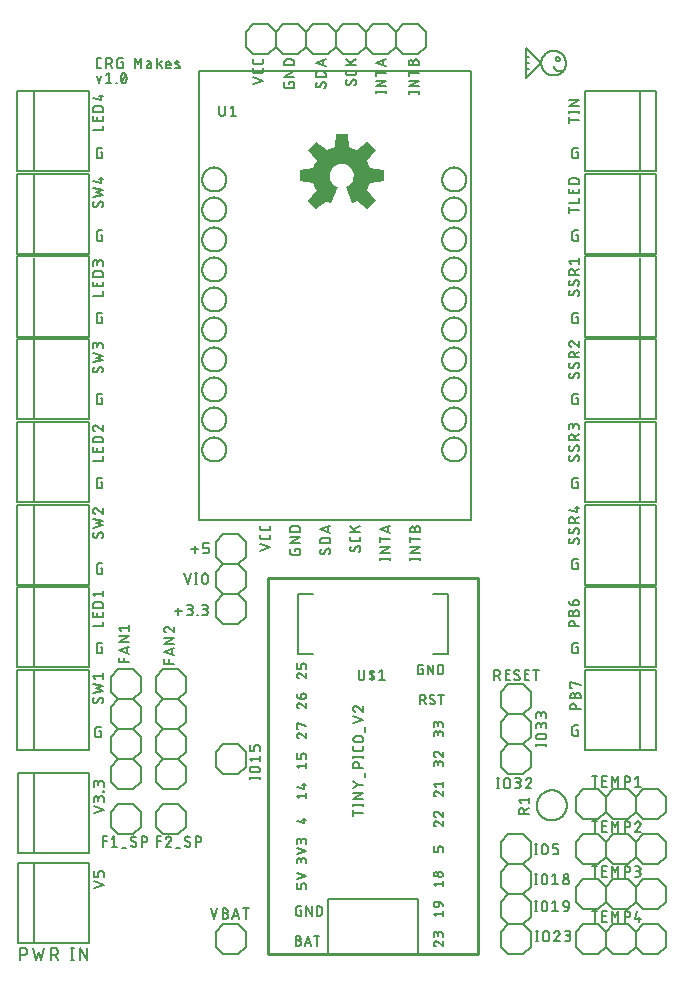
<source format=gbr>
G04 EAGLE Gerber RS-274X export*
G75*
%MOMM*%
%FSLAX34Y34*%
%LPD*%
%INSilkscreen Top*%
%IPPOS*%
%AMOC8*
5,1,8,0,0,1.08239X$1,22.5*%
G01*
G04 Define Apertures*
%ADD10C,0.152400*%
%ADD11C,0.203200*%
%ADD12C,0.127000*%
%ADD13C,0.254000*%
G36*
X313069Y739131D02*
X305788Y748061D01*
X306846Y749983D01*
X307895Y752515D01*
X308505Y754622D01*
X319969Y755787D01*
X319969Y765673D01*
X308505Y766838D01*
X307895Y768945D01*
X306846Y771478D01*
X305788Y773399D01*
X313069Y782329D01*
X306079Y789319D01*
X297149Y782038D01*
X295228Y783096D01*
X292695Y784145D01*
X290588Y784755D01*
X289423Y796219D01*
X279537Y796219D01*
X278372Y784755D01*
X276265Y784145D01*
X273733Y783096D01*
X271811Y782038D01*
X262881Y789319D01*
X255891Y782329D01*
X263172Y773399D01*
X262114Y771478D01*
X261065Y768945D01*
X260455Y766838D01*
X248991Y765673D01*
X248991Y755787D01*
X260455Y754622D01*
X261065Y752515D01*
X262114Y749983D01*
X263172Y748061D01*
X255891Y739131D01*
X262881Y732141D01*
X271805Y739417D01*
X273119Y738670D01*
X275665Y737490D01*
X281251Y750975D01*
X279061Y752106D01*
X277693Y753136D01*
X276517Y754380D01*
X275565Y755803D01*
X274866Y757366D01*
X274439Y759024D01*
X274295Y760726D01*
X274474Y762631D01*
X275005Y764466D01*
X275870Y766169D01*
X277037Y767681D01*
X278465Y768949D01*
X280106Y769927D01*
X281900Y770582D01*
X283785Y770891D01*
X285694Y770842D01*
X287561Y770437D01*
X289319Y769691D01*
X290907Y768630D01*
X292269Y767291D01*
X293357Y765722D01*
X294133Y763977D01*
X294569Y762117D01*
X294651Y760209D01*
X294375Y758319D01*
X293751Y756514D01*
X292800Y754857D01*
X291558Y753407D01*
X290066Y752214D01*
X287712Y750969D01*
X293295Y737490D01*
X295841Y738670D01*
X297155Y739417D01*
X306079Y732141D01*
X313069Y739131D01*
G37*
D10*
X157057Y444270D02*
X162814Y444270D01*
X159936Y441392D02*
X159936Y447149D01*
X167290Y440912D02*
X170169Y440912D01*
X170255Y440914D01*
X170341Y440920D01*
X170427Y440929D01*
X170512Y440943D01*
X170596Y440960D01*
X170680Y440981D01*
X170762Y441006D01*
X170843Y441034D01*
X170923Y441066D01*
X171002Y441102D01*
X171078Y441141D01*
X171153Y441184D01*
X171226Y441229D01*
X171297Y441279D01*
X171365Y441331D01*
X171432Y441386D01*
X171495Y441444D01*
X171556Y441505D01*
X171614Y441568D01*
X171669Y441635D01*
X171722Y441703D01*
X171771Y441774D01*
X171816Y441847D01*
X171859Y441922D01*
X171898Y441998D01*
X171934Y442077D01*
X171966Y442157D01*
X171994Y442238D01*
X172019Y442321D01*
X172040Y442404D01*
X172057Y442488D01*
X172071Y442573D01*
X172080Y442659D01*
X172086Y442745D01*
X172088Y442831D01*
X172088Y443791D01*
X172086Y443877D01*
X172080Y443963D01*
X172071Y444049D01*
X172057Y444134D01*
X172040Y444218D01*
X172019Y444302D01*
X171994Y444384D01*
X171966Y444465D01*
X171934Y444545D01*
X171898Y444624D01*
X171859Y444700D01*
X171816Y444775D01*
X171771Y444848D01*
X171722Y444919D01*
X171669Y444987D01*
X171614Y445054D01*
X171556Y445117D01*
X171495Y445178D01*
X171432Y445236D01*
X171365Y445291D01*
X171297Y445344D01*
X171226Y445393D01*
X171153Y445438D01*
X171078Y445481D01*
X171002Y445520D01*
X170923Y445556D01*
X170843Y445588D01*
X170762Y445616D01*
X170680Y445641D01*
X170596Y445662D01*
X170512Y445679D01*
X170427Y445693D01*
X170341Y445702D01*
X170255Y445708D01*
X170169Y445710D01*
X167290Y445710D01*
X167290Y449548D01*
X172088Y449548D01*
X148963Y391930D02*
X143205Y391930D01*
X146084Y389052D02*
X146084Y394809D01*
X153439Y388572D02*
X155838Y388572D01*
X155935Y388574D01*
X156031Y388580D01*
X156127Y388589D01*
X156223Y388603D01*
X156318Y388620D01*
X156412Y388642D01*
X156505Y388667D01*
X156598Y388695D01*
X156689Y388728D01*
X156778Y388764D01*
X156866Y388804D01*
X156953Y388847D01*
X157038Y388893D01*
X157120Y388943D01*
X157201Y388997D01*
X157279Y389053D01*
X157355Y389113D01*
X157429Y389175D01*
X157500Y389241D01*
X157568Y389309D01*
X157634Y389380D01*
X157696Y389454D01*
X157756Y389530D01*
X157812Y389608D01*
X157866Y389689D01*
X157916Y389772D01*
X157962Y389856D01*
X158005Y389943D01*
X158045Y390031D01*
X158081Y390120D01*
X158114Y390211D01*
X158142Y390304D01*
X158167Y390397D01*
X158189Y390491D01*
X158206Y390586D01*
X158220Y390682D01*
X158229Y390778D01*
X158235Y390874D01*
X158237Y390971D01*
X158235Y391068D01*
X158229Y391164D01*
X158220Y391260D01*
X158206Y391356D01*
X158189Y391451D01*
X158167Y391545D01*
X158142Y391638D01*
X158114Y391731D01*
X158081Y391822D01*
X158045Y391911D01*
X158005Y391999D01*
X157962Y392086D01*
X157916Y392171D01*
X157866Y392253D01*
X157812Y392334D01*
X157756Y392412D01*
X157696Y392488D01*
X157634Y392562D01*
X157568Y392633D01*
X157500Y392701D01*
X157429Y392767D01*
X157355Y392829D01*
X157279Y392889D01*
X157201Y392945D01*
X157120Y392999D01*
X157038Y393049D01*
X156953Y393095D01*
X156866Y393138D01*
X156778Y393178D01*
X156689Y393214D01*
X156598Y393247D01*
X156505Y393275D01*
X156412Y393300D01*
X156318Y393322D01*
X156223Y393339D01*
X156127Y393353D01*
X156031Y393362D01*
X155935Y393368D01*
X155838Y393370D01*
X156317Y397208D02*
X153439Y397208D01*
X156317Y397208D02*
X156403Y397206D01*
X156489Y397200D01*
X156575Y397191D01*
X156660Y397177D01*
X156744Y397160D01*
X156828Y397139D01*
X156910Y397114D01*
X156991Y397086D01*
X157071Y397054D01*
X157150Y397018D01*
X157226Y396979D01*
X157301Y396936D01*
X157374Y396891D01*
X157445Y396842D01*
X157513Y396789D01*
X157580Y396734D01*
X157643Y396676D01*
X157704Y396615D01*
X157762Y396552D01*
X157817Y396485D01*
X157870Y396417D01*
X157919Y396346D01*
X157964Y396273D01*
X158007Y396198D01*
X158046Y396122D01*
X158082Y396043D01*
X158114Y395963D01*
X158142Y395882D01*
X158167Y395800D01*
X158188Y395716D01*
X158205Y395632D01*
X158219Y395547D01*
X158228Y395461D01*
X158234Y395375D01*
X158236Y395289D01*
X158234Y395203D01*
X158228Y395117D01*
X158219Y395031D01*
X158205Y394946D01*
X158188Y394862D01*
X158167Y394778D01*
X158142Y394696D01*
X158114Y394615D01*
X158082Y394535D01*
X158046Y394456D01*
X158007Y394380D01*
X157964Y394305D01*
X157919Y394232D01*
X157870Y394161D01*
X157817Y394093D01*
X157762Y394026D01*
X157704Y393963D01*
X157643Y393902D01*
X157580Y393844D01*
X157513Y393789D01*
X157445Y393736D01*
X157374Y393687D01*
X157301Y393642D01*
X157226Y393599D01*
X157150Y393560D01*
X157071Y393524D01*
X156991Y393492D01*
X156910Y393464D01*
X156828Y393439D01*
X156744Y393418D01*
X156660Y393401D01*
X156575Y393387D01*
X156489Y393378D01*
X156403Y393372D01*
X156317Y393370D01*
X154398Y393370D01*
X161998Y389052D02*
X161998Y388572D01*
X161998Y389052D02*
X162478Y389052D01*
X162478Y388572D01*
X161998Y388572D01*
X166240Y388572D02*
X168639Y388572D01*
X168736Y388574D01*
X168832Y388580D01*
X168928Y388589D01*
X169024Y388603D01*
X169119Y388620D01*
X169213Y388642D01*
X169306Y388667D01*
X169399Y388695D01*
X169490Y388728D01*
X169579Y388764D01*
X169667Y388804D01*
X169754Y388847D01*
X169839Y388893D01*
X169921Y388943D01*
X170002Y388997D01*
X170080Y389053D01*
X170156Y389113D01*
X170230Y389175D01*
X170301Y389241D01*
X170369Y389309D01*
X170435Y389380D01*
X170497Y389454D01*
X170557Y389530D01*
X170613Y389608D01*
X170667Y389689D01*
X170717Y389772D01*
X170763Y389856D01*
X170806Y389943D01*
X170846Y390031D01*
X170882Y390120D01*
X170915Y390211D01*
X170943Y390304D01*
X170968Y390397D01*
X170990Y390491D01*
X171007Y390586D01*
X171021Y390682D01*
X171030Y390778D01*
X171036Y390874D01*
X171038Y390971D01*
X171036Y391068D01*
X171030Y391164D01*
X171021Y391260D01*
X171007Y391356D01*
X170990Y391451D01*
X170968Y391545D01*
X170943Y391638D01*
X170915Y391731D01*
X170882Y391822D01*
X170846Y391911D01*
X170806Y391999D01*
X170763Y392086D01*
X170717Y392171D01*
X170667Y392253D01*
X170613Y392334D01*
X170557Y392412D01*
X170497Y392488D01*
X170435Y392562D01*
X170369Y392633D01*
X170301Y392701D01*
X170230Y392767D01*
X170156Y392829D01*
X170080Y392889D01*
X170002Y392945D01*
X169921Y392999D01*
X169839Y393049D01*
X169754Y393095D01*
X169667Y393138D01*
X169579Y393178D01*
X169490Y393214D01*
X169399Y393247D01*
X169306Y393275D01*
X169213Y393300D01*
X169119Y393322D01*
X169024Y393339D01*
X168928Y393353D01*
X168832Y393362D01*
X168736Y393368D01*
X168639Y393370D01*
X169119Y397208D02*
X166240Y397208D01*
X169119Y397208D02*
X169205Y397206D01*
X169291Y397200D01*
X169377Y397191D01*
X169462Y397177D01*
X169546Y397160D01*
X169630Y397139D01*
X169712Y397114D01*
X169793Y397086D01*
X169873Y397054D01*
X169952Y397018D01*
X170028Y396979D01*
X170103Y396936D01*
X170176Y396891D01*
X170247Y396842D01*
X170315Y396789D01*
X170382Y396734D01*
X170445Y396676D01*
X170506Y396615D01*
X170564Y396552D01*
X170619Y396485D01*
X170672Y396417D01*
X170721Y396346D01*
X170766Y396273D01*
X170809Y396198D01*
X170848Y396122D01*
X170884Y396043D01*
X170916Y395963D01*
X170944Y395882D01*
X170969Y395800D01*
X170990Y395716D01*
X171007Y395632D01*
X171021Y395547D01*
X171030Y395461D01*
X171036Y395375D01*
X171038Y395289D01*
X171036Y395203D01*
X171030Y395117D01*
X171021Y395031D01*
X171007Y394946D01*
X170990Y394862D01*
X170969Y394778D01*
X170944Y394696D01*
X170916Y394615D01*
X170884Y394535D01*
X170848Y394456D01*
X170809Y394380D01*
X170766Y394305D01*
X170721Y394232D01*
X170672Y394161D01*
X170619Y394093D01*
X170564Y394026D01*
X170506Y393963D01*
X170445Y393902D01*
X170382Y393844D01*
X170315Y393789D01*
X170247Y393736D01*
X170176Y393687D01*
X170103Y393642D01*
X170028Y393599D01*
X169952Y393560D01*
X169873Y393524D01*
X169793Y393492D01*
X169712Y393464D01*
X169630Y393439D01*
X169546Y393418D01*
X169462Y393401D01*
X169377Y393387D01*
X169291Y393378D01*
X169205Y393372D01*
X169119Y393370D01*
X167200Y393370D01*
X342392Y436166D02*
X351028Y436166D01*
X351028Y435207D02*
X351028Y437126D01*
X342392Y437126D02*
X342392Y435207D01*
X342392Y441387D02*
X351028Y441387D01*
X351028Y446185D02*
X342392Y441387D01*
X342392Y446185D02*
X351028Y446185D01*
X351028Y452625D02*
X342392Y452625D01*
X342392Y450226D02*
X342392Y455024D01*
X346230Y459260D02*
X346230Y461659D01*
X346232Y461756D01*
X346238Y461852D01*
X346247Y461948D01*
X346261Y462044D01*
X346278Y462139D01*
X346300Y462233D01*
X346325Y462326D01*
X346353Y462419D01*
X346386Y462510D01*
X346422Y462599D01*
X346462Y462687D01*
X346505Y462774D01*
X346551Y462859D01*
X346601Y462941D01*
X346655Y463022D01*
X346711Y463100D01*
X346771Y463176D01*
X346833Y463250D01*
X346899Y463321D01*
X346967Y463389D01*
X347038Y463455D01*
X347112Y463517D01*
X347188Y463577D01*
X347266Y463633D01*
X347347Y463687D01*
X347430Y463737D01*
X347514Y463783D01*
X347601Y463826D01*
X347689Y463866D01*
X347778Y463902D01*
X347869Y463935D01*
X347962Y463963D01*
X348055Y463988D01*
X348149Y464010D01*
X348244Y464027D01*
X348340Y464041D01*
X348436Y464050D01*
X348532Y464056D01*
X348629Y464058D01*
X348726Y464056D01*
X348822Y464050D01*
X348918Y464041D01*
X349014Y464027D01*
X349109Y464010D01*
X349203Y463988D01*
X349296Y463963D01*
X349389Y463935D01*
X349480Y463902D01*
X349569Y463866D01*
X349657Y463826D01*
X349744Y463783D01*
X349829Y463737D01*
X349911Y463687D01*
X349992Y463633D01*
X350070Y463577D01*
X350146Y463517D01*
X350220Y463455D01*
X350291Y463389D01*
X350359Y463321D01*
X350425Y463250D01*
X350487Y463176D01*
X350547Y463100D01*
X350603Y463022D01*
X350657Y462941D01*
X350707Y462859D01*
X350753Y462774D01*
X350796Y462687D01*
X350836Y462599D01*
X350872Y462510D01*
X350905Y462419D01*
X350933Y462326D01*
X350958Y462233D01*
X350980Y462139D01*
X350997Y462044D01*
X351011Y461948D01*
X351020Y461852D01*
X351026Y461756D01*
X351028Y461659D01*
X351028Y459260D01*
X342392Y459260D01*
X342392Y461659D01*
X342394Y461745D01*
X342400Y461831D01*
X342409Y461917D01*
X342423Y462002D01*
X342440Y462086D01*
X342461Y462170D01*
X342486Y462252D01*
X342514Y462333D01*
X342546Y462413D01*
X342582Y462492D01*
X342621Y462568D01*
X342664Y462643D01*
X342709Y462716D01*
X342758Y462787D01*
X342811Y462855D01*
X342866Y462922D01*
X342924Y462985D01*
X342985Y463046D01*
X343048Y463104D01*
X343115Y463159D01*
X343183Y463212D01*
X343254Y463261D01*
X343327Y463306D01*
X343402Y463349D01*
X343478Y463388D01*
X343557Y463424D01*
X343637Y463456D01*
X343718Y463484D01*
X343800Y463509D01*
X343884Y463530D01*
X343968Y463547D01*
X344053Y463561D01*
X344139Y463570D01*
X344225Y463576D01*
X344311Y463578D01*
X344397Y463576D01*
X344483Y463570D01*
X344569Y463561D01*
X344654Y463547D01*
X344738Y463530D01*
X344822Y463509D01*
X344904Y463484D01*
X344985Y463456D01*
X345065Y463424D01*
X345144Y463388D01*
X345220Y463349D01*
X345295Y463306D01*
X345368Y463261D01*
X345439Y463212D01*
X345507Y463159D01*
X345574Y463104D01*
X345637Y463046D01*
X345698Y462985D01*
X345756Y462922D01*
X345811Y462855D01*
X345864Y462787D01*
X345913Y462716D01*
X345958Y462643D01*
X346001Y462568D01*
X346040Y462492D01*
X346076Y462413D01*
X346108Y462333D01*
X346136Y462252D01*
X346161Y462170D01*
X346182Y462086D01*
X346199Y462002D01*
X346213Y461917D01*
X346222Y461831D01*
X346228Y461745D01*
X346230Y461659D01*
X325628Y436186D02*
X316992Y436186D01*
X325628Y435226D02*
X325628Y437145D01*
X316992Y437145D02*
X316992Y435226D01*
X316992Y441407D02*
X325628Y441407D01*
X325628Y446205D02*
X316992Y441407D01*
X316992Y446205D02*
X325628Y446205D01*
X325628Y452645D02*
X316992Y452645D01*
X316992Y450246D02*
X316992Y455044D01*
X316992Y461179D02*
X325628Y458301D01*
X325628Y464058D02*
X316992Y461179D01*
X323469Y463338D02*
X323469Y459020D01*
X300228Y445180D02*
X300226Y445266D01*
X300220Y445352D01*
X300211Y445438D01*
X300197Y445523D01*
X300180Y445607D01*
X300159Y445691D01*
X300134Y445773D01*
X300106Y445854D01*
X300074Y445934D01*
X300038Y446013D01*
X299999Y446089D01*
X299956Y446164D01*
X299911Y446237D01*
X299862Y446308D01*
X299809Y446376D01*
X299754Y446443D01*
X299696Y446506D01*
X299635Y446567D01*
X299572Y446625D01*
X299505Y446680D01*
X299437Y446733D01*
X299366Y446782D01*
X299293Y446827D01*
X299218Y446870D01*
X299142Y446909D01*
X299063Y446945D01*
X298983Y446977D01*
X298902Y447005D01*
X298820Y447030D01*
X298736Y447051D01*
X298652Y447068D01*
X298567Y447082D01*
X298481Y447091D01*
X298395Y447097D01*
X298309Y447099D01*
X300228Y445180D02*
X300226Y445057D01*
X300221Y444934D01*
X300211Y444811D01*
X300198Y444689D01*
X300181Y444567D01*
X300161Y444445D01*
X300137Y444325D01*
X300109Y444205D01*
X300078Y444086D01*
X300042Y443968D01*
X300004Y443851D01*
X299962Y443735D01*
X299916Y443621D01*
X299867Y443508D01*
X299815Y443397D01*
X299759Y443287D01*
X299700Y443179D01*
X299637Y443073D01*
X299572Y442969D01*
X299503Y442866D01*
X299431Y442766D01*
X299356Y442669D01*
X299279Y442573D01*
X299198Y442480D01*
X299115Y442389D01*
X299029Y442301D01*
X293511Y442542D02*
X293425Y442544D01*
X293339Y442550D01*
X293253Y442559D01*
X293168Y442573D01*
X293084Y442590D01*
X293000Y442611D01*
X292918Y442636D01*
X292837Y442664D01*
X292757Y442696D01*
X292678Y442732D01*
X292602Y442771D01*
X292527Y442814D01*
X292454Y442859D01*
X292383Y442908D01*
X292315Y442961D01*
X292248Y443016D01*
X292185Y443074D01*
X292124Y443135D01*
X292066Y443198D01*
X292011Y443265D01*
X291958Y443333D01*
X291909Y443404D01*
X291864Y443477D01*
X291821Y443552D01*
X291782Y443628D01*
X291746Y443707D01*
X291714Y443787D01*
X291686Y443868D01*
X291661Y443950D01*
X291640Y444034D01*
X291623Y444118D01*
X291609Y444203D01*
X291600Y444289D01*
X291594Y444375D01*
X291592Y444461D01*
X291594Y444577D01*
X291599Y444692D01*
X291609Y444808D01*
X291622Y444923D01*
X291638Y445037D01*
X291659Y445151D01*
X291683Y445265D01*
X291711Y445377D01*
X291742Y445488D01*
X291777Y445599D01*
X291815Y445708D01*
X291857Y445816D01*
X291902Y445922D01*
X291951Y446028D01*
X292003Y446131D01*
X292058Y446233D01*
X292117Y446332D01*
X292179Y446430D01*
X292244Y446526D01*
X292312Y446620D01*
X295190Y443502D02*
X295144Y443427D01*
X295094Y443354D01*
X295041Y443284D01*
X294985Y443216D01*
X294926Y443151D01*
X294864Y443088D01*
X294800Y443029D01*
X294732Y442972D01*
X294662Y442918D01*
X294590Y442868D01*
X294516Y442821D01*
X294440Y442777D01*
X294361Y442737D01*
X294281Y442701D01*
X294200Y442668D01*
X294117Y442639D01*
X294032Y442613D01*
X293947Y442591D01*
X293861Y442574D01*
X293774Y442560D01*
X293687Y442550D01*
X293599Y442544D01*
X293511Y442542D01*
X296630Y446140D02*
X296676Y446214D01*
X296726Y446287D01*
X296779Y446357D01*
X296835Y446425D01*
X296894Y446490D01*
X296956Y446553D01*
X297021Y446612D01*
X297088Y446669D01*
X297158Y446723D01*
X297230Y446773D01*
X297304Y446820D01*
X297380Y446864D01*
X297459Y446904D01*
X297539Y446940D01*
X297620Y446973D01*
X297703Y447003D01*
X297788Y447028D01*
X297873Y447050D01*
X297959Y447067D01*
X298046Y447081D01*
X298133Y447091D01*
X298221Y447097D01*
X298309Y447099D01*
X296630Y446140D02*
X295190Y443501D01*
X300228Y453022D02*
X300228Y454941D01*
X300228Y453022D02*
X300226Y452936D01*
X300220Y452850D01*
X300211Y452764D01*
X300197Y452679D01*
X300180Y452595D01*
X300159Y452511D01*
X300134Y452429D01*
X300106Y452348D01*
X300074Y452268D01*
X300038Y452189D01*
X299999Y452113D01*
X299956Y452038D01*
X299911Y451965D01*
X299862Y451894D01*
X299809Y451826D01*
X299754Y451759D01*
X299696Y451696D01*
X299635Y451635D01*
X299572Y451577D01*
X299505Y451522D01*
X299437Y451470D01*
X299366Y451420D01*
X299293Y451375D01*
X299218Y451332D01*
X299142Y451293D01*
X299063Y451257D01*
X298983Y451225D01*
X298902Y451197D01*
X298820Y451172D01*
X298736Y451151D01*
X298652Y451134D01*
X298567Y451120D01*
X298481Y451111D01*
X298395Y451105D01*
X298309Y451103D01*
X293511Y451103D01*
X293425Y451105D01*
X293339Y451111D01*
X293253Y451120D01*
X293168Y451134D01*
X293084Y451151D01*
X293000Y451172D01*
X292918Y451197D01*
X292837Y451225D01*
X292757Y451257D01*
X292678Y451293D01*
X292602Y451332D01*
X292527Y451375D01*
X292454Y451420D01*
X292383Y451469D01*
X292315Y451522D01*
X292248Y451577D01*
X292185Y451635D01*
X292124Y451696D01*
X292066Y451759D01*
X292011Y451826D01*
X291959Y451894D01*
X291909Y451965D01*
X291864Y452038D01*
X291821Y452113D01*
X291782Y452189D01*
X291746Y452268D01*
X291714Y452348D01*
X291686Y452429D01*
X291661Y452511D01*
X291640Y452595D01*
X291623Y452679D01*
X291609Y452764D01*
X291600Y452850D01*
X291594Y452936D01*
X291592Y453022D01*
X291592Y454941D01*
X291592Y459260D02*
X300228Y459260D01*
X296870Y459260D02*
X291592Y464058D01*
X294950Y461179D02*
X300228Y464058D01*
X274828Y443066D02*
X274826Y443152D01*
X274820Y443238D01*
X274811Y443324D01*
X274797Y443409D01*
X274780Y443493D01*
X274759Y443577D01*
X274734Y443659D01*
X274706Y443740D01*
X274674Y443820D01*
X274638Y443899D01*
X274599Y443975D01*
X274556Y444050D01*
X274511Y444123D01*
X274462Y444194D01*
X274409Y444262D01*
X274354Y444329D01*
X274296Y444392D01*
X274235Y444453D01*
X274172Y444511D01*
X274105Y444566D01*
X274037Y444619D01*
X273966Y444668D01*
X273893Y444713D01*
X273818Y444756D01*
X273742Y444795D01*
X273663Y444831D01*
X273583Y444863D01*
X273502Y444891D01*
X273420Y444916D01*
X273336Y444937D01*
X273252Y444954D01*
X273167Y444968D01*
X273081Y444977D01*
X272995Y444983D01*
X272909Y444985D01*
X274828Y443066D02*
X274826Y442943D01*
X274821Y442820D01*
X274811Y442697D01*
X274798Y442575D01*
X274781Y442453D01*
X274761Y442331D01*
X274737Y442211D01*
X274709Y442091D01*
X274678Y441972D01*
X274642Y441854D01*
X274604Y441737D01*
X274562Y441621D01*
X274516Y441507D01*
X274467Y441394D01*
X274415Y441283D01*
X274359Y441173D01*
X274300Y441065D01*
X274237Y440959D01*
X274172Y440855D01*
X274103Y440752D01*
X274031Y440652D01*
X273956Y440555D01*
X273879Y440459D01*
X273798Y440366D01*
X273715Y440275D01*
X273629Y440187D01*
X268111Y440428D02*
X268025Y440430D01*
X267939Y440436D01*
X267853Y440445D01*
X267768Y440459D01*
X267684Y440476D01*
X267600Y440497D01*
X267518Y440522D01*
X267437Y440550D01*
X267357Y440582D01*
X267278Y440618D01*
X267202Y440657D01*
X267127Y440700D01*
X267054Y440745D01*
X266983Y440794D01*
X266915Y440847D01*
X266848Y440902D01*
X266785Y440960D01*
X266724Y441021D01*
X266666Y441084D01*
X266611Y441151D01*
X266558Y441219D01*
X266509Y441290D01*
X266464Y441363D01*
X266421Y441438D01*
X266382Y441514D01*
X266346Y441593D01*
X266314Y441673D01*
X266286Y441754D01*
X266261Y441836D01*
X266240Y441920D01*
X266223Y442004D01*
X266209Y442089D01*
X266200Y442175D01*
X266194Y442261D01*
X266192Y442347D01*
X266194Y442463D01*
X266199Y442578D01*
X266209Y442694D01*
X266222Y442809D01*
X266238Y442923D01*
X266259Y443037D01*
X266283Y443151D01*
X266311Y443263D01*
X266342Y443374D01*
X266377Y443485D01*
X266415Y443594D01*
X266457Y443702D01*
X266502Y443808D01*
X266551Y443914D01*
X266603Y444017D01*
X266658Y444119D01*
X266717Y444218D01*
X266779Y444316D01*
X266844Y444412D01*
X266912Y444506D01*
X269790Y441388D02*
X269744Y441313D01*
X269694Y441240D01*
X269641Y441170D01*
X269585Y441102D01*
X269526Y441037D01*
X269464Y440974D01*
X269400Y440915D01*
X269332Y440858D01*
X269262Y440804D01*
X269190Y440754D01*
X269116Y440707D01*
X269040Y440663D01*
X268961Y440623D01*
X268881Y440587D01*
X268800Y440554D01*
X268717Y440525D01*
X268632Y440499D01*
X268547Y440477D01*
X268461Y440460D01*
X268374Y440446D01*
X268287Y440436D01*
X268199Y440430D01*
X268111Y440428D01*
X271230Y444026D02*
X271276Y444100D01*
X271326Y444173D01*
X271379Y444243D01*
X271435Y444311D01*
X271494Y444376D01*
X271556Y444439D01*
X271621Y444498D01*
X271688Y444555D01*
X271758Y444609D01*
X271830Y444659D01*
X271904Y444706D01*
X271980Y444750D01*
X272059Y444790D01*
X272139Y444826D01*
X272220Y444859D01*
X272303Y444889D01*
X272388Y444914D01*
X272473Y444936D01*
X272559Y444953D01*
X272646Y444967D01*
X272733Y444977D01*
X272821Y444983D01*
X272909Y444985D01*
X271230Y444026D02*
X269790Y441387D01*
X266192Y449332D02*
X274828Y449332D01*
X266192Y449332D02*
X266192Y451731D01*
X266194Y451828D01*
X266200Y451924D01*
X266209Y452020D01*
X266223Y452116D01*
X266240Y452211D01*
X266262Y452305D01*
X266287Y452398D01*
X266315Y452491D01*
X266348Y452582D01*
X266384Y452671D01*
X266424Y452759D01*
X266467Y452846D01*
X266513Y452931D01*
X266563Y453013D01*
X266617Y453094D01*
X266673Y453172D01*
X266733Y453248D01*
X266795Y453322D01*
X266861Y453393D01*
X266929Y453461D01*
X267000Y453527D01*
X267074Y453589D01*
X267150Y453649D01*
X267228Y453705D01*
X267309Y453759D01*
X267392Y453809D01*
X267476Y453855D01*
X267563Y453898D01*
X267651Y453938D01*
X267740Y453974D01*
X267831Y454007D01*
X267924Y454035D01*
X268017Y454060D01*
X268111Y454082D01*
X268206Y454099D01*
X268302Y454113D01*
X268398Y454122D01*
X268494Y454128D01*
X268591Y454130D01*
X268591Y454129D02*
X272429Y454129D01*
X272429Y454130D02*
X272526Y454128D01*
X272622Y454122D01*
X272718Y454113D01*
X272814Y454099D01*
X272909Y454082D01*
X273003Y454060D01*
X273096Y454035D01*
X273189Y454007D01*
X273280Y453974D01*
X273369Y453938D01*
X273457Y453898D01*
X273544Y453855D01*
X273629Y453809D01*
X273711Y453759D01*
X273792Y453705D01*
X273870Y453649D01*
X273946Y453589D01*
X274020Y453527D01*
X274091Y453461D01*
X274159Y453393D01*
X274225Y453322D01*
X274287Y453248D01*
X274347Y453172D01*
X274403Y453094D01*
X274457Y453013D01*
X274507Y452931D01*
X274553Y452846D01*
X274596Y452759D01*
X274636Y452671D01*
X274672Y452582D01*
X274705Y452491D01*
X274733Y452398D01*
X274758Y452305D01*
X274780Y452211D01*
X274797Y452116D01*
X274811Y452020D01*
X274820Y451924D01*
X274826Y451828D01*
X274828Y451731D01*
X274828Y449332D01*
X274828Y458301D02*
X266192Y461179D01*
X274828Y464058D01*
X272669Y463338D02*
X272669Y459020D01*
X244630Y444551D02*
X244630Y443112D01*
X244630Y444551D02*
X249428Y444551D01*
X249428Y441672D01*
X249426Y441586D01*
X249420Y441500D01*
X249411Y441414D01*
X249397Y441329D01*
X249380Y441245D01*
X249359Y441161D01*
X249334Y441079D01*
X249306Y440998D01*
X249274Y440918D01*
X249238Y440839D01*
X249199Y440763D01*
X249156Y440688D01*
X249111Y440615D01*
X249062Y440544D01*
X249009Y440476D01*
X248954Y440409D01*
X248896Y440346D01*
X248835Y440285D01*
X248772Y440227D01*
X248705Y440172D01*
X248637Y440120D01*
X248566Y440070D01*
X248493Y440025D01*
X248418Y439982D01*
X248342Y439943D01*
X248263Y439907D01*
X248183Y439875D01*
X248102Y439847D01*
X248020Y439822D01*
X247936Y439801D01*
X247852Y439784D01*
X247767Y439770D01*
X247681Y439761D01*
X247595Y439755D01*
X247509Y439753D01*
X242711Y439753D01*
X242625Y439755D01*
X242539Y439761D01*
X242453Y439770D01*
X242368Y439784D01*
X242284Y439801D01*
X242200Y439822D01*
X242118Y439847D01*
X242037Y439875D01*
X241957Y439907D01*
X241878Y439943D01*
X241802Y439982D01*
X241727Y440025D01*
X241654Y440070D01*
X241583Y440119D01*
X241515Y440172D01*
X241448Y440227D01*
X241385Y440285D01*
X241324Y440346D01*
X241266Y440409D01*
X241211Y440476D01*
X241159Y440544D01*
X241109Y440615D01*
X241064Y440688D01*
X241021Y440763D01*
X240982Y440839D01*
X240946Y440918D01*
X240914Y440998D01*
X240886Y441079D01*
X240861Y441161D01*
X240840Y441245D01*
X240823Y441329D01*
X240809Y441414D01*
X240800Y441500D01*
X240794Y441586D01*
X240792Y441672D01*
X240792Y444551D01*
X240792Y449507D02*
X249428Y449507D01*
X249428Y454304D02*
X240792Y449507D01*
X240792Y454304D02*
X249428Y454304D01*
X249428Y459260D02*
X240792Y459260D01*
X240792Y461659D01*
X240794Y461756D01*
X240800Y461852D01*
X240809Y461948D01*
X240823Y462044D01*
X240840Y462139D01*
X240862Y462233D01*
X240887Y462326D01*
X240915Y462419D01*
X240948Y462510D01*
X240984Y462599D01*
X241024Y462687D01*
X241067Y462774D01*
X241113Y462859D01*
X241163Y462941D01*
X241217Y463022D01*
X241273Y463100D01*
X241333Y463176D01*
X241395Y463250D01*
X241461Y463321D01*
X241529Y463389D01*
X241600Y463455D01*
X241674Y463517D01*
X241750Y463577D01*
X241828Y463633D01*
X241909Y463687D01*
X241992Y463737D01*
X242076Y463783D01*
X242163Y463826D01*
X242251Y463866D01*
X242340Y463902D01*
X242431Y463935D01*
X242524Y463963D01*
X242617Y463988D01*
X242711Y464010D01*
X242806Y464027D01*
X242902Y464041D01*
X242998Y464050D01*
X243094Y464056D01*
X243191Y464058D01*
X247029Y464058D01*
X247126Y464056D01*
X247222Y464050D01*
X247318Y464041D01*
X247414Y464027D01*
X247509Y464010D01*
X247603Y463988D01*
X247696Y463963D01*
X247789Y463935D01*
X247880Y463902D01*
X247969Y463866D01*
X248057Y463826D01*
X248144Y463783D01*
X248229Y463737D01*
X248311Y463687D01*
X248392Y463633D01*
X248470Y463577D01*
X248546Y463517D01*
X248620Y463455D01*
X248691Y463389D01*
X248759Y463321D01*
X248825Y463250D01*
X248887Y463176D01*
X248947Y463100D01*
X249003Y463022D01*
X249057Y462941D01*
X249107Y462859D01*
X249153Y462774D01*
X249196Y462687D01*
X249236Y462599D01*
X249272Y462510D01*
X249305Y462419D01*
X249333Y462326D01*
X249358Y462233D01*
X249380Y462139D01*
X249397Y462044D01*
X249411Y461948D01*
X249420Y461852D01*
X249426Y461756D01*
X249428Y461659D01*
X249428Y459260D01*
X224028Y445893D02*
X215392Y443014D01*
X215392Y448772D02*
X224028Y445893D01*
X224028Y454519D02*
X224028Y456438D01*
X224028Y454519D02*
X224026Y454433D01*
X224020Y454347D01*
X224011Y454261D01*
X223997Y454176D01*
X223980Y454092D01*
X223959Y454008D01*
X223934Y453926D01*
X223906Y453845D01*
X223874Y453765D01*
X223838Y453686D01*
X223799Y453610D01*
X223756Y453535D01*
X223711Y453462D01*
X223662Y453391D01*
X223609Y453323D01*
X223554Y453256D01*
X223496Y453193D01*
X223435Y453132D01*
X223372Y453074D01*
X223305Y453019D01*
X223237Y452967D01*
X223166Y452917D01*
X223093Y452872D01*
X223018Y452829D01*
X222942Y452790D01*
X222863Y452754D01*
X222783Y452722D01*
X222702Y452694D01*
X222620Y452669D01*
X222536Y452648D01*
X222452Y452631D01*
X222367Y452617D01*
X222281Y452608D01*
X222195Y452602D01*
X222109Y452600D01*
X217311Y452600D01*
X217225Y452602D01*
X217139Y452608D01*
X217053Y452617D01*
X216968Y452631D01*
X216884Y452648D01*
X216800Y452669D01*
X216718Y452694D01*
X216637Y452722D01*
X216557Y452754D01*
X216478Y452790D01*
X216402Y452829D01*
X216327Y452872D01*
X216254Y452917D01*
X216183Y452966D01*
X216115Y453019D01*
X216048Y453074D01*
X215985Y453132D01*
X215924Y453193D01*
X215866Y453256D01*
X215811Y453323D01*
X215759Y453391D01*
X215709Y453462D01*
X215664Y453535D01*
X215621Y453610D01*
X215582Y453686D01*
X215546Y453765D01*
X215514Y453845D01*
X215486Y453926D01*
X215461Y454008D01*
X215440Y454092D01*
X215423Y454176D01*
X215409Y454261D01*
X215400Y454347D01*
X215394Y454433D01*
X215392Y454519D01*
X215392Y456438D01*
X224028Y462139D02*
X224028Y464058D01*
X224028Y462139D02*
X224026Y462053D01*
X224020Y461967D01*
X224011Y461881D01*
X223997Y461796D01*
X223980Y461712D01*
X223959Y461628D01*
X223934Y461546D01*
X223906Y461465D01*
X223874Y461385D01*
X223838Y461306D01*
X223799Y461230D01*
X223756Y461155D01*
X223711Y461082D01*
X223662Y461011D01*
X223609Y460943D01*
X223554Y460876D01*
X223496Y460813D01*
X223435Y460752D01*
X223372Y460694D01*
X223305Y460639D01*
X223237Y460587D01*
X223166Y460537D01*
X223093Y460492D01*
X223018Y460449D01*
X222942Y460410D01*
X222863Y460374D01*
X222783Y460342D01*
X222702Y460314D01*
X222620Y460289D01*
X222536Y460268D01*
X222452Y460251D01*
X222367Y460237D01*
X222281Y460228D01*
X222195Y460222D01*
X222109Y460220D01*
X217311Y460220D01*
X217225Y460222D01*
X217139Y460228D01*
X217053Y460237D01*
X216968Y460251D01*
X216884Y460268D01*
X216800Y460289D01*
X216718Y460314D01*
X216637Y460342D01*
X216557Y460374D01*
X216478Y460410D01*
X216402Y460449D01*
X216327Y460492D01*
X216254Y460537D01*
X216183Y460586D01*
X216115Y460639D01*
X216048Y460694D01*
X215985Y460752D01*
X215924Y460813D01*
X215866Y460876D01*
X215811Y460943D01*
X215759Y461011D01*
X215709Y461082D01*
X215664Y461155D01*
X215621Y461230D01*
X215582Y461306D01*
X215546Y461385D01*
X215514Y461465D01*
X215486Y461546D01*
X215461Y461628D01*
X215440Y461712D01*
X215423Y461796D01*
X215409Y461881D01*
X215400Y461967D01*
X215394Y462053D01*
X215392Y462139D01*
X215392Y464058D01*
X151130Y423878D02*
X154009Y415242D01*
X156887Y423878D01*
X161324Y423878D02*
X161324Y415242D01*
X160364Y415242D02*
X162284Y415242D01*
X162284Y423878D02*
X160364Y423878D01*
X166240Y421479D02*
X166240Y417641D01*
X166240Y421479D02*
X166242Y421576D01*
X166248Y421672D01*
X166257Y421768D01*
X166271Y421864D01*
X166288Y421959D01*
X166310Y422053D01*
X166335Y422146D01*
X166363Y422239D01*
X166396Y422330D01*
X166432Y422419D01*
X166472Y422507D01*
X166515Y422594D01*
X166561Y422679D01*
X166611Y422761D01*
X166665Y422842D01*
X166721Y422920D01*
X166781Y422996D01*
X166843Y423070D01*
X166909Y423141D01*
X166977Y423209D01*
X167048Y423275D01*
X167122Y423337D01*
X167198Y423397D01*
X167276Y423453D01*
X167357Y423507D01*
X167440Y423557D01*
X167524Y423603D01*
X167611Y423646D01*
X167699Y423686D01*
X167788Y423722D01*
X167879Y423755D01*
X167972Y423783D01*
X168065Y423808D01*
X168159Y423830D01*
X168254Y423847D01*
X168350Y423861D01*
X168446Y423870D01*
X168542Y423876D01*
X168639Y423878D01*
X168736Y423876D01*
X168832Y423870D01*
X168928Y423861D01*
X169024Y423847D01*
X169119Y423830D01*
X169213Y423808D01*
X169306Y423783D01*
X169399Y423755D01*
X169490Y423722D01*
X169579Y423686D01*
X169667Y423646D01*
X169754Y423603D01*
X169839Y423557D01*
X169921Y423507D01*
X170002Y423453D01*
X170080Y423397D01*
X170156Y423337D01*
X170230Y423275D01*
X170301Y423209D01*
X170369Y423141D01*
X170435Y423070D01*
X170497Y422996D01*
X170557Y422920D01*
X170613Y422842D01*
X170667Y422761D01*
X170717Y422679D01*
X170763Y422594D01*
X170806Y422507D01*
X170846Y422419D01*
X170882Y422330D01*
X170915Y422239D01*
X170943Y422146D01*
X170968Y422053D01*
X170990Y421959D01*
X171007Y421864D01*
X171021Y421768D01*
X171030Y421672D01*
X171036Y421576D01*
X171038Y421479D01*
X171038Y417641D01*
X171036Y417544D01*
X171030Y417448D01*
X171021Y417352D01*
X171007Y417256D01*
X170990Y417161D01*
X170968Y417067D01*
X170943Y416974D01*
X170915Y416881D01*
X170882Y416790D01*
X170846Y416701D01*
X170806Y416613D01*
X170763Y416526D01*
X170717Y416442D01*
X170667Y416359D01*
X170613Y416278D01*
X170557Y416200D01*
X170497Y416124D01*
X170435Y416050D01*
X170369Y415979D01*
X170301Y415911D01*
X170230Y415845D01*
X170156Y415783D01*
X170080Y415723D01*
X170002Y415667D01*
X169921Y415613D01*
X169838Y415563D01*
X169754Y415517D01*
X169667Y415474D01*
X169579Y415434D01*
X169490Y415398D01*
X169399Y415365D01*
X169306Y415337D01*
X169213Y415312D01*
X169119Y415290D01*
X169024Y415273D01*
X168928Y415259D01*
X168832Y415250D01*
X168736Y415244D01*
X168639Y415242D01*
X168542Y415244D01*
X168446Y415250D01*
X168350Y415259D01*
X168254Y415273D01*
X168159Y415290D01*
X168065Y415312D01*
X167972Y415337D01*
X167879Y415365D01*
X167788Y415398D01*
X167699Y415434D01*
X167611Y415474D01*
X167524Y415517D01*
X167440Y415563D01*
X167357Y415613D01*
X167276Y415667D01*
X167198Y415723D01*
X167122Y415783D01*
X167048Y415845D01*
X166977Y415911D01*
X166909Y415979D01*
X166843Y416050D01*
X166781Y416124D01*
X166721Y416200D01*
X166665Y416278D01*
X166611Y416359D01*
X166561Y416442D01*
X166515Y416526D01*
X166472Y416613D01*
X166432Y416701D01*
X166396Y416790D01*
X166363Y416881D01*
X166335Y416974D01*
X166310Y417067D01*
X166288Y417161D01*
X166271Y417256D01*
X166257Y417352D01*
X166248Y417448D01*
X166242Y417544D01*
X166240Y417641D01*
X341122Y831136D02*
X349758Y831136D01*
X349758Y830177D02*
X349758Y832096D01*
X341122Y832096D02*
X341122Y830177D01*
X341122Y836357D02*
X349758Y836357D01*
X349758Y841155D02*
X341122Y836357D01*
X341122Y841155D02*
X349758Y841155D01*
X349758Y847595D02*
X341122Y847595D01*
X341122Y845196D02*
X341122Y849994D01*
X344960Y854230D02*
X344960Y856629D01*
X344962Y856726D01*
X344968Y856822D01*
X344977Y856918D01*
X344991Y857014D01*
X345008Y857109D01*
X345030Y857203D01*
X345055Y857296D01*
X345083Y857389D01*
X345116Y857480D01*
X345152Y857569D01*
X345192Y857657D01*
X345235Y857744D01*
X345281Y857829D01*
X345331Y857911D01*
X345385Y857992D01*
X345441Y858070D01*
X345501Y858146D01*
X345563Y858220D01*
X345629Y858291D01*
X345697Y858359D01*
X345768Y858425D01*
X345842Y858487D01*
X345918Y858547D01*
X345996Y858603D01*
X346077Y858657D01*
X346160Y858707D01*
X346244Y858753D01*
X346331Y858796D01*
X346419Y858836D01*
X346508Y858872D01*
X346599Y858905D01*
X346692Y858933D01*
X346785Y858958D01*
X346879Y858980D01*
X346974Y858997D01*
X347070Y859011D01*
X347166Y859020D01*
X347262Y859026D01*
X347359Y859028D01*
X347456Y859026D01*
X347552Y859020D01*
X347648Y859011D01*
X347744Y858997D01*
X347839Y858980D01*
X347933Y858958D01*
X348026Y858933D01*
X348119Y858905D01*
X348210Y858872D01*
X348299Y858836D01*
X348387Y858796D01*
X348474Y858753D01*
X348559Y858707D01*
X348641Y858657D01*
X348722Y858603D01*
X348800Y858547D01*
X348876Y858487D01*
X348950Y858425D01*
X349021Y858359D01*
X349089Y858291D01*
X349155Y858220D01*
X349217Y858146D01*
X349277Y858070D01*
X349333Y857992D01*
X349387Y857911D01*
X349437Y857829D01*
X349483Y857744D01*
X349526Y857657D01*
X349566Y857569D01*
X349602Y857480D01*
X349635Y857389D01*
X349663Y857296D01*
X349688Y857203D01*
X349710Y857109D01*
X349727Y857014D01*
X349741Y856918D01*
X349750Y856822D01*
X349756Y856726D01*
X349758Y856629D01*
X349758Y854230D01*
X341122Y854230D01*
X341122Y856629D01*
X341124Y856715D01*
X341130Y856801D01*
X341139Y856887D01*
X341153Y856972D01*
X341170Y857056D01*
X341191Y857140D01*
X341216Y857222D01*
X341244Y857303D01*
X341276Y857383D01*
X341312Y857462D01*
X341351Y857538D01*
X341394Y857613D01*
X341439Y857686D01*
X341488Y857757D01*
X341541Y857825D01*
X341596Y857892D01*
X341654Y857955D01*
X341715Y858016D01*
X341778Y858074D01*
X341845Y858129D01*
X341913Y858182D01*
X341984Y858231D01*
X342057Y858276D01*
X342132Y858319D01*
X342208Y858358D01*
X342287Y858394D01*
X342367Y858426D01*
X342448Y858454D01*
X342530Y858479D01*
X342614Y858500D01*
X342698Y858517D01*
X342783Y858531D01*
X342869Y858540D01*
X342955Y858546D01*
X343041Y858548D01*
X343127Y858546D01*
X343213Y858540D01*
X343299Y858531D01*
X343384Y858517D01*
X343468Y858500D01*
X343552Y858479D01*
X343634Y858454D01*
X343715Y858426D01*
X343795Y858394D01*
X343874Y858358D01*
X343950Y858319D01*
X344025Y858276D01*
X344098Y858231D01*
X344169Y858182D01*
X344237Y858129D01*
X344304Y858074D01*
X344367Y858016D01*
X344428Y857955D01*
X344486Y857892D01*
X344541Y857825D01*
X344594Y857757D01*
X344643Y857686D01*
X344688Y857613D01*
X344731Y857538D01*
X344770Y857462D01*
X344806Y857383D01*
X344838Y857303D01*
X344866Y857222D01*
X344891Y857140D01*
X344912Y857056D01*
X344929Y856972D01*
X344943Y856887D01*
X344952Y856801D01*
X344958Y856715D01*
X344960Y856629D01*
X321818Y831156D02*
X313182Y831156D01*
X321818Y830196D02*
X321818Y832115D01*
X313182Y832115D02*
X313182Y830196D01*
X313182Y836377D02*
X321818Y836377D01*
X321818Y841175D02*
X313182Y836377D01*
X313182Y841175D02*
X321818Y841175D01*
X321818Y847615D02*
X313182Y847615D01*
X313182Y845216D02*
X313182Y850014D01*
X313182Y856149D02*
X321818Y853271D01*
X321818Y859028D02*
X313182Y856149D01*
X319659Y858308D02*
X319659Y853990D01*
X296418Y840150D02*
X296416Y840236D01*
X296410Y840322D01*
X296401Y840408D01*
X296387Y840493D01*
X296370Y840577D01*
X296349Y840661D01*
X296324Y840743D01*
X296296Y840824D01*
X296264Y840904D01*
X296228Y840983D01*
X296189Y841059D01*
X296146Y841134D01*
X296101Y841207D01*
X296052Y841278D01*
X295999Y841346D01*
X295944Y841413D01*
X295886Y841476D01*
X295825Y841537D01*
X295762Y841595D01*
X295695Y841650D01*
X295627Y841703D01*
X295556Y841752D01*
X295483Y841797D01*
X295408Y841840D01*
X295332Y841879D01*
X295253Y841915D01*
X295173Y841947D01*
X295092Y841975D01*
X295010Y842000D01*
X294926Y842021D01*
X294842Y842038D01*
X294757Y842052D01*
X294671Y842061D01*
X294585Y842067D01*
X294499Y842069D01*
X296418Y840150D02*
X296416Y840027D01*
X296411Y839904D01*
X296401Y839781D01*
X296388Y839659D01*
X296371Y839537D01*
X296351Y839415D01*
X296327Y839295D01*
X296299Y839175D01*
X296268Y839056D01*
X296232Y838938D01*
X296194Y838821D01*
X296152Y838705D01*
X296106Y838591D01*
X296057Y838478D01*
X296005Y838367D01*
X295949Y838257D01*
X295890Y838149D01*
X295827Y838043D01*
X295762Y837939D01*
X295693Y837836D01*
X295621Y837736D01*
X295546Y837639D01*
X295469Y837543D01*
X295388Y837450D01*
X295305Y837359D01*
X295219Y837271D01*
X289701Y837512D02*
X289615Y837514D01*
X289529Y837520D01*
X289443Y837529D01*
X289358Y837543D01*
X289274Y837560D01*
X289190Y837581D01*
X289108Y837606D01*
X289027Y837634D01*
X288947Y837666D01*
X288868Y837702D01*
X288792Y837741D01*
X288717Y837784D01*
X288644Y837829D01*
X288573Y837878D01*
X288505Y837931D01*
X288438Y837986D01*
X288375Y838044D01*
X288314Y838105D01*
X288256Y838168D01*
X288201Y838235D01*
X288148Y838303D01*
X288099Y838374D01*
X288054Y838447D01*
X288011Y838522D01*
X287972Y838598D01*
X287936Y838677D01*
X287904Y838757D01*
X287876Y838838D01*
X287851Y838920D01*
X287830Y839004D01*
X287813Y839088D01*
X287799Y839173D01*
X287790Y839259D01*
X287784Y839345D01*
X287782Y839431D01*
X287784Y839547D01*
X287789Y839662D01*
X287799Y839778D01*
X287812Y839893D01*
X287828Y840007D01*
X287849Y840121D01*
X287873Y840235D01*
X287901Y840347D01*
X287932Y840458D01*
X287967Y840569D01*
X288005Y840678D01*
X288047Y840786D01*
X288092Y840892D01*
X288141Y840998D01*
X288193Y841101D01*
X288248Y841203D01*
X288307Y841302D01*
X288369Y841400D01*
X288434Y841496D01*
X288502Y841590D01*
X291380Y838472D02*
X291334Y838397D01*
X291284Y838324D01*
X291231Y838254D01*
X291175Y838186D01*
X291116Y838121D01*
X291054Y838058D01*
X290990Y837999D01*
X290922Y837942D01*
X290852Y837888D01*
X290780Y837838D01*
X290706Y837791D01*
X290630Y837747D01*
X290551Y837707D01*
X290471Y837671D01*
X290390Y837638D01*
X290307Y837609D01*
X290222Y837583D01*
X290137Y837561D01*
X290051Y837544D01*
X289964Y837530D01*
X289877Y837520D01*
X289789Y837514D01*
X289701Y837512D01*
X292820Y841110D02*
X292866Y841184D01*
X292916Y841257D01*
X292969Y841327D01*
X293025Y841395D01*
X293084Y841460D01*
X293146Y841523D01*
X293211Y841582D01*
X293278Y841639D01*
X293348Y841693D01*
X293420Y841743D01*
X293494Y841790D01*
X293570Y841834D01*
X293649Y841874D01*
X293729Y841910D01*
X293810Y841943D01*
X293893Y841973D01*
X293978Y841998D01*
X294063Y842020D01*
X294149Y842037D01*
X294236Y842051D01*
X294323Y842061D01*
X294411Y842067D01*
X294499Y842069D01*
X292820Y841110D02*
X291380Y838471D01*
X296418Y847992D02*
X296418Y849911D01*
X296418Y847992D02*
X296416Y847906D01*
X296410Y847820D01*
X296401Y847734D01*
X296387Y847649D01*
X296370Y847565D01*
X296349Y847481D01*
X296324Y847399D01*
X296296Y847318D01*
X296264Y847238D01*
X296228Y847159D01*
X296189Y847083D01*
X296146Y847008D01*
X296101Y846935D01*
X296052Y846864D01*
X295999Y846796D01*
X295944Y846729D01*
X295886Y846666D01*
X295825Y846605D01*
X295762Y846547D01*
X295695Y846492D01*
X295627Y846440D01*
X295556Y846390D01*
X295483Y846345D01*
X295408Y846302D01*
X295332Y846263D01*
X295253Y846227D01*
X295173Y846195D01*
X295092Y846167D01*
X295010Y846142D01*
X294926Y846121D01*
X294842Y846104D01*
X294757Y846090D01*
X294671Y846081D01*
X294585Y846075D01*
X294499Y846073D01*
X289701Y846073D01*
X289615Y846075D01*
X289529Y846081D01*
X289443Y846090D01*
X289358Y846104D01*
X289274Y846121D01*
X289190Y846142D01*
X289108Y846167D01*
X289027Y846195D01*
X288947Y846227D01*
X288868Y846263D01*
X288792Y846302D01*
X288717Y846345D01*
X288644Y846390D01*
X288573Y846439D01*
X288505Y846492D01*
X288438Y846547D01*
X288375Y846605D01*
X288314Y846666D01*
X288256Y846729D01*
X288201Y846796D01*
X288149Y846864D01*
X288099Y846935D01*
X288054Y847008D01*
X288011Y847083D01*
X287972Y847159D01*
X287936Y847238D01*
X287904Y847318D01*
X287876Y847399D01*
X287851Y847481D01*
X287830Y847565D01*
X287813Y847649D01*
X287799Y847734D01*
X287790Y847820D01*
X287784Y847906D01*
X287782Y847992D01*
X287782Y849911D01*
X287782Y854230D02*
X296418Y854230D01*
X293060Y854230D02*
X287782Y859028D01*
X291140Y856149D02*
X296418Y859028D01*
X271018Y838036D02*
X271016Y838122D01*
X271010Y838208D01*
X271001Y838294D01*
X270987Y838379D01*
X270970Y838463D01*
X270949Y838547D01*
X270924Y838629D01*
X270896Y838710D01*
X270864Y838790D01*
X270828Y838869D01*
X270789Y838945D01*
X270746Y839020D01*
X270701Y839093D01*
X270652Y839164D01*
X270599Y839232D01*
X270544Y839299D01*
X270486Y839362D01*
X270425Y839423D01*
X270362Y839481D01*
X270295Y839536D01*
X270227Y839589D01*
X270156Y839638D01*
X270083Y839683D01*
X270008Y839726D01*
X269932Y839765D01*
X269853Y839801D01*
X269773Y839833D01*
X269692Y839861D01*
X269610Y839886D01*
X269526Y839907D01*
X269442Y839924D01*
X269357Y839938D01*
X269271Y839947D01*
X269185Y839953D01*
X269099Y839955D01*
X271018Y838036D02*
X271016Y837913D01*
X271011Y837790D01*
X271001Y837667D01*
X270988Y837545D01*
X270971Y837423D01*
X270951Y837301D01*
X270927Y837181D01*
X270899Y837061D01*
X270868Y836942D01*
X270832Y836824D01*
X270794Y836707D01*
X270752Y836591D01*
X270706Y836477D01*
X270657Y836364D01*
X270605Y836253D01*
X270549Y836143D01*
X270490Y836035D01*
X270427Y835929D01*
X270362Y835825D01*
X270293Y835722D01*
X270221Y835622D01*
X270146Y835525D01*
X270069Y835429D01*
X269988Y835336D01*
X269905Y835245D01*
X269819Y835157D01*
X264301Y835398D02*
X264215Y835400D01*
X264129Y835406D01*
X264043Y835415D01*
X263958Y835429D01*
X263874Y835446D01*
X263790Y835467D01*
X263708Y835492D01*
X263627Y835520D01*
X263547Y835552D01*
X263468Y835588D01*
X263392Y835627D01*
X263317Y835670D01*
X263244Y835715D01*
X263173Y835764D01*
X263105Y835817D01*
X263038Y835872D01*
X262975Y835930D01*
X262914Y835991D01*
X262856Y836054D01*
X262801Y836121D01*
X262748Y836189D01*
X262699Y836260D01*
X262654Y836333D01*
X262611Y836408D01*
X262572Y836484D01*
X262536Y836563D01*
X262504Y836643D01*
X262476Y836724D01*
X262451Y836806D01*
X262430Y836890D01*
X262413Y836974D01*
X262399Y837059D01*
X262390Y837145D01*
X262384Y837231D01*
X262382Y837317D01*
X262384Y837433D01*
X262389Y837548D01*
X262399Y837664D01*
X262412Y837779D01*
X262428Y837893D01*
X262449Y838007D01*
X262473Y838121D01*
X262501Y838233D01*
X262532Y838344D01*
X262567Y838455D01*
X262605Y838564D01*
X262647Y838672D01*
X262692Y838778D01*
X262741Y838884D01*
X262793Y838987D01*
X262848Y839089D01*
X262907Y839188D01*
X262969Y839286D01*
X263034Y839382D01*
X263102Y839476D01*
X265980Y836358D02*
X265934Y836283D01*
X265884Y836210D01*
X265831Y836140D01*
X265775Y836072D01*
X265716Y836007D01*
X265654Y835944D01*
X265590Y835885D01*
X265522Y835828D01*
X265452Y835774D01*
X265380Y835724D01*
X265306Y835677D01*
X265230Y835633D01*
X265151Y835593D01*
X265071Y835557D01*
X264990Y835524D01*
X264907Y835495D01*
X264822Y835469D01*
X264737Y835447D01*
X264651Y835430D01*
X264564Y835416D01*
X264477Y835406D01*
X264389Y835400D01*
X264301Y835398D01*
X267420Y838996D02*
X267466Y839070D01*
X267516Y839143D01*
X267569Y839213D01*
X267625Y839281D01*
X267684Y839346D01*
X267746Y839409D01*
X267811Y839468D01*
X267878Y839525D01*
X267948Y839579D01*
X268020Y839629D01*
X268094Y839676D01*
X268170Y839720D01*
X268249Y839760D01*
X268329Y839796D01*
X268410Y839829D01*
X268493Y839859D01*
X268578Y839884D01*
X268663Y839906D01*
X268749Y839923D01*
X268836Y839937D01*
X268923Y839947D01*
X269011Y839953D01*
X269099Y839955D01*
X267420Y838996D02*
X265980Y836357D01*
X262382Y844302D02*
X271018Y844302D01*
X262382Y844302D02*
X262382Y846701D01*
X262384Y846798D01*
X262390Y846894D01*
X262399Y846990D01*
X262413Y847086D01*
X262430Y847181D01*
X262452Y847275D01*
X262477Y847368D01*
X262505Y847461D01*
X262538Y847552D01*
X262574Y847641D01*
X262614Y847729D01*
X262657Y847816D01*
X262703Y847901D01*
X262753Y847983D01*
X262807Y848064D01*
X262863Y848142D01*
X262923Y848218D01*
X262985Y848292D01*
X263051Y848363D01*
X263119Y848431D01*
X263190Y848497D01*
X263264Y848559D01*
X263340Y848619D01*
X263418Y848675D01*
X263499Y848729D01*
X263582Y848779D01*
X263666Y848825D01*
X263753Y848868D01*
X263841Y848908D01*
X263930Y848944D01*
X264021Y848977D01*
X264114Y849005D01*
X264207Y849030D01*
X264301Y849052D01*
X264396Y849069D01*
X264492Y849083D01*
X264588Y849092D01*
X264684Y849098D01*
X264781Y849100D01*
X264781Y849099D02*
X268619Y849099D01*
X268619Y849100D02*
X268716Y849098D01*
X268812Y849092D01*
X268908Y849083D01*
X269004Y849069D01*
X269099Y849052D01*
X269193Y849030D01*
X269286Y849005D01*
X269379Y848977D01*
X269470Y848944D01*
X269559Y848908D01*
X269647Y848868D01*
X269734Y848825D01*
X269819Y848779D01*
X269901Y848729D01*
X269982Y848675D01*
X270060Y848619D01*
X270136Y848559D01*
X270210Y848497D01*
X270281Y848431D01*
X270349Y848363D01*
X270415Y848292D01*
X270477Y848218D01*
X270537Y848142D01*
X270593Y848064D01*
X270647Y847983D01*
X270697Y847901D01*
X270743Y847816D01*
X270786Y847729D01*
X270826Y847641D01*
X270862Y847552D01*
X270895Y847461D01*
X270923Y847368D01*
X270948Y847275D01*
X270970Y847181D01*
X270987Y847086D01*
X271001Y846990D01*
X271010Y846894D01*
X271016Y846798D01*
X271018Y846701D01*
X271018Y844302D01*
X271018Y853271D02*
X262382Y856149D01*
X271018Y859028D01*
X268859Y858308D02*
X268859Y853990D01*
X239550Y839521D02*
X239550Y838082D01*
X239550Y839521D02*
X244348Y839521D01*
X244348Y836642D01*
X244346Y836556D01*
X244340Y836470D01*
X244331Y836384D01*
X244317Y836299D01*
X244300Y836215D01*
X244279Y836131D01*
X244254Y836049D01*
X244226Y835968D01*
X244194Y835888D01*
X244158Y835809D01*
X244119Y835733D01*
X244076Y835658D01*
X244031Y835585D01*
X243982Y835514D01*
X243929Y835446D01*
X243874Y835379D01*
X243816Y835316D01*
X243755Y835255D01*
X243692Y835197D01*
X243625Y835142D01*
X243557Y835090D01*
X243486Y835040D01*
X243413Y834995D01*
X243338Y834952D01*
X243262Y834913D01*
X243183Y834877D01*
X243103Y834845D01*
X243022Y834817D01*
X242940Y834792D01*
X242856Y834771D01*
X242772Y834754D01*
X242687Y834740D01*
X242601Y834731D01*
X242515Y834725D01*
X242429Y834723D01*
X237631Y834723D01*
X237545Y834725D01*
X237459Y834731D01*
X237373Y834740D01*
X237288Y834754D01*
X237204Y834771D01*
X237120Y834792D01*
X237038Y834817D01*
X236957Y834845D01*
X236877Y834877D01*
X236798Y834913D01*
X236722Y834952D01*
X236647Y834995D01*
X236574Y835040D01*
X236503Y835089D01*
X236435Y835142D01*
X236368Y835197D01*
X236305Y835255D01*
X236244Y835316D01*
X236186Y835379D01*
X236131Y835446D01*
X236079Y835514D01*
X236029Y835585D01*
X235984Y835658D01*
X235941Y835733D01*
X235902Y835809D01*
X235866Y835888D01*
X235834Y835968D01*
X235806Y836049D01*
X235781Y836131D01*
X235760Y836215D01*
X235743Y836299D01*
X235729Y836384D01*
X235720Y836470D01*
X235714Y836556D01*
X235712Y836642D01*
X235712Y839521D01*
X235712Y844477D02*
X244348Y844477D01*
X244348Y849274D02*
X235712Y844477D01*
X235712Y849274D02*
X244348Y849274D01*
X244348Y854230D02*
X235712Y854230D01*
X235712Y856629D01*
X235714Y856726D01*
X235720Y856822D01*
X235729Y856918D01*
X235743Y857014D01*
X235760Y857109D01*
X235782Y857203D01*
X235807Y857296D01*
X235835Y857389D01*
X235868Y857480D01*
X235904Y857569D01*
X235944Y857657D01*
X235987Y857744D01*
X236033Y857829D01*
X236083Y857911D01*
X236137Y857992D01*
X236193Y858070D01*
X236253Y858146D01*
X236315Y858220D01*
X236381Y858291D01*
X236449Y858359D01*
X236520Y858425D01*
X236594Y858487D01*
X236670Y858547D01*
X236748Y858603D01*
X236829Y858657D01*
X236912Y858707D01*
X236996Y858753D01*
X237083Y858796D01*
X237171Y858836D01*
X237260Y858872D01*
X237351Y858905D01*
X237444Y858933D01*
X237537Y858958D01*
X237631Y858980D01*
X237726Y858997D01*
X237822Y859011D01*
X237918Y859020D01*
X238014Y859026D01*
X238111Y859028D01*
X241949Y859028D01*
X242046Y859026D01*
X242142Y859020D01*
X242238Y859011D01*
X242334Y858997D01*
X242429Y858980D01*
X242523Y858958D01*
X242616Y858933D01*
X242709Y858905D01*
X242800Y858872D01*
X242889Y858836D01*
X242977Y858796D01*
X243064Y858753D01*
X243149Y858707D01*
X243231Y858657D01*
X243312Y858603D01*
X243390Y858547D01*
X243466Y858487D01*
X243540Y858425D01*
X243611Y858359D01*
X243679Y858291D01*
X243745Y858220D01*
X243807Y858146D01*
X243867Y858070D01*
X243923Y857992D01*
X243977Y857911D01*
X244027Y857829D01*
X244073Y857744D01*
X244116Y857657D01*
X244156Y857569D01*
X244192Y857480D01*
X244225Y857389D01*
X244253Y857296D01*
X244278Y857203D01*
X244300Y857109D01*
X244317Y857014D01*
X244331Y856918D01*
X244340Y856822D01*
X244346Y856726D01*
X244348Y856629D01*
X244348Y854230D01*
X217678Y840863D02*
X209042Y837984D01*
X209042Y843742D02*
X217678Y840863D01*
X217678Y849489D02*
X217678Y851408D01*
X217678Y849489D02*
X217676Y849403D01*
X217670Y849317D01*
X217661Y849231D01*
X217647Y849146D01*
X217630Y849062D01*
X217609Y848978D01*
X217584Y848896D01*
X217556Y848815D01*
X217524Y848735D01*
X217488Y848656D01*
X217449Y848580D01*
X217406Y848505D01*
X217361Y848432D01*
X217312Y848361D01*
X217259Y848293D01*
X217204Y848226D01*
X217146Y848163D01*
X217085Y848102D01*
X217022Y848044D01*
X216955Y847989D01*
X216887Y847937D01*
X216816Y847887D01*
X216743Y847842D01*
X216668Y847799D01*
X216592Y847760D01*
X216513Y847724D01*
X216433Y847692D01*
X216352Y847664D01*
X216270Y847639D01*
X216186Y847618D01*
X216102Y847601D01*
X216017Y847587D01*
X215931Y847578D01*
X215845Y847572D01*
X215759Y847570D01*
X210961Y847570D01*
X210875Y847572D01*
X210789Y847578D01*
X210703Y847587D01*
X210618Y847601D01*
X210534Y847618D01*
X210450Y847639D01*
X210368Y847664D01*
X210287Y847692D01*
X210207Y847724D01*
X210128Y847760D01*
X210052Y847799D01*
X209977Y847842D01*
X209904Y847887D01*
X209833Y847936D01*
X209765Y847989D01*
X209698Y848044D01*
X209635Y848102D01*
X209574Y848163D01*
X209516Y848226D01*
X209461Y848293D01*
X209409Y848361D01*
X209359Y848432D01*
X209314Y848505D01*
X209271Y848580D01*
X209232Y848656D01*
X209196Y848735D01*
X209164Y848815D01*
X209136Y848896D01*
X209111Y848978D01*
X209090Y849062D01*
X209073Y849146D01*
X209059Y849231D01*
X209050Y849317D01*
X209044Y849403D01*
X209042Y849489D01*
X209042Y851408D01*
X217678Y857109D02*
X217678Y859028D01*
X217678Y857109D02*
X217676Y857023D01*
X217670Y856937D01*
X217661Y856851D01*
X217647Y856766D01*
X217630Y856682D01*
X217609Y856598D01*
X217584Y856516D01*
X217556Y856435D01*
X217524Y856355D01*
X217488Y856276D01*
X217449Y856200D01*
X217406Y856125D01*
X217361Y856052D01*
X217312Y855981D01*
X217259Y855913D01*
X217204Y855846D01*
X217146Y855783D01*
X217085Y855722D01*
X217022Y855664D01*
X216955Y855609D01*
X216887Y855557D01*
X216816Y855507D01*
X216743Y855462D01*
X216668Y855419D01*
X216592Y855380D01*
X216513Y855344D01*
X216433Y855312D01*
X216352Y855284D01*
X216270Y855259D01*
X216186Y855238D01*
X216102Y855221D01*
X216017Y855207D01*
X215931Y855198D01*
X215845Y855192D01*
X215759Y855190D01*
X210961Y855190D01*
X210875Y855192D01*
X210789Y855198D01*
X210703Y855207D01*
X210618Y855221D01*
X210534Y855238D01*
X210450Y855259D01*
X210368Y855284D01*
X210287Y855312D01*
X210207Y855344D01*
X210128Y855380D01*
X210052Y855419D01*
X209977Y855462D01*
X209904Y855507D01*
X209833Y855556D01*
X209765Y855609D01*
X209698Y855664D01*
X209635Y855722D01*
X209574Y855783D01*
X209516Y855846D01*
X209461Y855913D01*
X209409Y855981D01*
X209359Y856052D01*
X209314Y856125D01*
X209271Y856200D01*
X209232Y856276D01*
X209196Y856355D01*
X209164Y856435D01*
X209136Y856516D01*
X209111Y856598D01*
X209090Y856682D01*
X209073Y856766D01*
X209059Y856851D01*
X209050Y856937D01*
X209044Y857023D01*
X209042Y857109D01*
X209042Y859028D01*
D11*
X12446Y106934D02*
X12446Y96266D01*
X12446Y106934D02*
X15409Y106934D01*
X15516Y106932D01*
X15623Y106926D01*
X15729Y106917D01*
X15835Y106903D01*
X15941Y106886D01*
X16046Y106865D01*
X16150Y106840D01*
X16253Y106811D01*
X16355Y106779D01*
X16456Y106743D01*
X16555Y106703D01*
X16653Y106660D01*
X16749Y106613D01*
X16844Y106563D01*
X16937Y106510D01*
X17027Y106453D01*
X17116Y106393D01*
X17202Y106330D01*
X17286Y106264D01*
X17368Y106194D01*
X17447Y106122D01*
X17523Y106047D01*
X17597Y105969D01*
X17667Y105889D01*
X17735Y105806D01*
X17800Y105721D01*
X17861Y105634D01*
X17920Y105544D01*
X17975Y105452D01*
X18027Y105359D01*
X18075Y105263D01*
X18120Y105166D01*
X18162Y105068D01*
X18199Y104968D01*
X18234Y104866D01*
X18264Y104764D01*
X18291Y104660D01*
X18314Y104556D01*
X18333Y104450D01*
X18348Y104344D01*
X18360Y104238D01*
X18368Y104131D01*
X18372Y104024D01*
X18372Y103918D01*
X18368Y103811D01*
X18360Y103704D01*
X18348Y103598D01*
X18333Y103492D01*
X18314Y103386D01*
X18291Y103282D01*
X18264Y103178D01*
X18234Y103076D01*
X18199Y102974D01*
X18162Y102874D01*
X18120Y102776D01*
X18075Y102679D01*
X18027Y102583D01*
X17975Y102489D01*
X17920Y102398D01*
X17861Y102308D01*
X17800Y102221D01*
X17735Y102136D01*
X17667Y102053D01*
X17597Y101973D01*
X17523Y101895D01*
X17447Y101820D01*
X17368Y101748D01*
X17286Y101678D01*
X17202Y101612D01*
X17116Y101549D01*
X17027Y101489D01*
X16937Y101432D01*
X16844Y101379D01*
X16749Y101329D01*
X16653Y101282D01*
X16555Y101239D01*
X16456Y101199D01*
X16355Y101163D01*
X16253Y101131D01*
X16150Y101102D01*
X16046Y101077D01*
X15941Y101056D01*
X15835Y101039D01*
X15729Y101025D01*
X15623Y101016D01*
X15516Y101010D01*
X15409Y101008D01*
X15409Y101007D02*
X12446Y101007D01*
X22987Y106934D02*
X25358Y96266D01*
X27728Y103378D01*
X30099Y96266D01*
X32470Y106934D01*
X38210Y106934D02*
X38210Y96266D01*
X38210Y106934D02*
X41174Y106934D01*
X41281Y106932D01*
X41388Y106926D01*
X41494Y106917D01*
X41600Y106903D01*
X41706Y106886D01*
X41811Y106865D01*
X41915Y106840D01*
X42018Y106811D01*
X42120Y106779D01*
X42221Y106743D01*
X42320Y106703D01*
X42418Y106660D01*
X42514Y106613D01*
X42609Y106563D01*
X42702Y106510D01*
X42792Y106453D01*
X42881Y106393D01*
X42967Y106330D01*
X43051Y106264D01*
X43133Y106194D01*
X43212Y106122D01*
X43288Y106047D01*
X43362Y105969D01*
X43432Y105889D01*
X43500Y105806D01*
X43565Y105721D01*
X43626Y105634D01*
X43685Y105544D01*
X43740Y105452D01*
X43792Y105359D01*
X43840Y105263D01*
X43885Y105166D01*
X43927Y105068D01*
X43964Y104968D01*
X43999Y104866D01*
X44029Y104764D01*
X44056Y104660D01*
X44079Y104556D01*
X44098Y104450D01*
X44113Y104344D01*
X44125Y104238D01*
X44133Y104131D01*
X44137Y104024D01*
X44137Y103918D01*
X44133Y103811D01*
X44125Y103704D01*
X44113Y103598D01*
X44098Y103492D01*
X44079Y103386D01*
X44056Y103282D01*
X44029Y103178D01*
X43999Y103076D01*
X43964Y102974D01*
X43927Y102874D01*
X43885Y102776D01*
X43840Y102679D01*
X43792Y102583D01*
X43740Y102489D01*
X43685Y102398D01*
X43626Y102308D01*
X43565Y102221D01*
X43500Y102136D01*
X43432Y102053D01*
X43362Y101973D01*
X43288Y101895D01*
X43212Y101820D01*
X43133Y101748D01*
X43051Y101678D01*
X42967Y101612D01*
X42881Y101549D01*
X42792Y101489D01*
X42702Y101432D01*
X42609Y101379D01*
X42514Y101329D01*
X42418Y101282D01*
X42320Y101239D01*
X42221Y101199D01*
X42120Y101163D01*
X42018Y101131D01*
X41915Y101102D01*
X41811Y101077D01*
X41706Y101056D01*
X41600Y101039D01*
X41494Y101025D01*
X41388Y101016D01*
X41281Y101010D01*
X41174Y101008D01*
X41174Y101007D02*
X38210Y101007D01*
X41766Y101007D02*
X44137Y96266D01*
X56303Y96266D02*
X56303Y106934D01*
X55118Y96266D02*
X57489Y96266D01*
X57489Y106934D02*
X55118Y106934D01*
X62865Y106934D02*
X62865Y96266D01*
X68792Y96266D02*
X62865Y106934D01*
X68792Y106934D02*
X68792Y96266D01*
D10*
X80320Y780260D02*
X81760Y780260D01*
X81760Y775462D01*
X78881Y775462D01*
X78795Y775464D01*
X78709Y775470D01*
X78623Y775479D01*
X78538Y775493D01*
X78454Y775510D01*
X78370Y775531D01*
X78288Y775556D01*
X78207Y775584D01*
X78127Y775616D01*
X78048Y775652D01*
X77972Y775691D01*
X77897Y775734D01*
X77824Y775779D01*
X77753Y775828D01*
X77685Y775881D01*
X77618Y775936D01*
X77555Y775994D01*
X77494Y776055D01*
X77436Y776118D01*
X77381Y776185D01*
X77328Y776253D01*
X77279Y776324D01*
X77234Y776397D01*
X77191Y776472D01*
X77152Y776548D01*
X77116Y776627D01*
X77084Y776707D01*
X77056Y776788D01*
X77031Y776870D01*
X77010Y776954D01*
X76993Y777038D01*
X76979Y777123D01*
X76970Y777209D01*
X76964Y777295D01*
X76962Y777381D01*
X76962Y782179D01*
X76964Y782265D01*
X76970Y782351D01*
X76979Y782437D01*
X76993Y782522D01*
X77010Y782606D01*
X77031Y782690D01*
X77056Y782772D01*
X77084Y782853D01*
X77116Y782933D01*
X77152Y783012D01*
X77191Y783088D01*
X77234Y783163D01*
X77279Y783236D01*
X77328Y783307D01*
X77381Y783375D01*
X77436Y783442D01*
X77494Y783505D01*
X77555Y783566D01*
X77618Y783624D01*
X77685Y783679D01*
X77753Y783731D01*
X77824Y783781D01*
X77897Y783826D01*
X77972Y783869D01*
X78048Y783908D01*
X78127Y783944D01*
X78207Y783976D01*
X78288Y784004D01*
X78370Y784029D01*
X78454Y784050D01*
X78538Y784067D01*
X78623Y784081D01*
X78709Y784090D01*
X78795Y784096D01*
X78881Y784098D01*
X81760Y784098D01*
X81760Y710410D02*
X80320Y710410D01*
X81760Y710410D02*
X81760Y705612D01*
X78881Y705612D01*
X78795Y705614D01*
X78709Y705620D01*
X78623Y705629D01*
X78538Y705643D01*
X78454Y705660D01*
X78370Y705681D01*
X78288Y705706D01*
X78207Y705734D01*
X78127Y705766D01*
X78048Y705802D01*
X77972Y705841D01*
X77897Y705884D01*
X77824Y705929D01*
X77753Y705978D01*
X77685Y706031D01*
X77618Y706086D01*
X77555Y706144D01*
X77494Y706205D01*
X77436Y706268D01*
X77381Y706335D01*
X77328Y706403D01*
X77279Y706474D01*
X77234Y706547D01*
X77191Y706622D01*
X77152Y706698D01*
X77116Y706777D01*
X77084Y706857D01*
X77056Y706938D01*
X77031Y707020D01*
X77010Y707104D01*
X76993Y707188D01*
X76979Y707273D01*
X76970Y707359D01*
X76964Y707445D01*
X76962Y707531D01*
X76962Y712329D01*
X76964Y712415D01*
X76970Y712501D01*
X76979Y712587D01*
X76993Y712672D01*
X77010Y712756D01*
X77031Y712840D01*
X77056Y712922D01*
X77084Y713003D01*
X77116Y713083D01*
X77152Y713162D01*
X77191Y713238D01*
X77234Y713313D01*
X77279Y713386D01*
X77328Y713457D01*
X77381Y713525D01*
X77436Y713592D01*
X77494Y713655D01*
X77555Y713716D01*
X77618Y713774D01*
X77685Y713829D01*
X77753Y713881D01*
X77824Y713931D01*
X77897Y713976D01*
X77972Y714019D01*
X78048Y714058D01*
X78127Y714094D01*
X78207Y714126D01*
X78288Y714154D01*
X78370Y714179D01*
X78454Y714200D01*
X78538Y714217D01*
X78623Y714231D01*
X78709Y714240D01*
X78795Y714246D01*
X78881Y714248D01*
X81760Y714248D01*
X81760Y640560D02*
X80320Y640560D01*
X81760Y640560D02*
X81760Y635762D01*
X78881Y635762D01*
X78795Y635764D01*
X78709Y635770D01*
X78623Y635779D01*
X78538Y635793D01*
X78454Y635810D01*
X78370Y635831D01*
X78288Y635856D01*
X78207Y635884D01*
X78127Y635916D01*
X78048Y635952D01*
X77972Y635991D01*
X77897Y636034D01*
X77824Y636079D01*
X77753Y636128D01*
X77685Y636181D01*
X77618Y636236D01*
X77555Y636294D01*
X77494Y636355D01*
X77436Y636418D01*
X77381Y636485D01*
X77328Y636553D01*
X77279Y636624D01*
X77234Y636697D01*
X77191Y636772D01*
X77152Y636848D01*
X77116Y636927D01*
X77084Y637007D01*
X77056Y637088D01*
X77031Y637170D01*
X77010Y637254D01*
X76993Y637338D01*
X76979Y637423D01*
X76970Y637509D01*
X76964Y637595D01*
X76962Y637681D01*
X76962Y642479D01*
X76964Y642565D01*
X76970Y642651D01*
X76979Y642737D01*
X76993Y642822D01*
X77010Y642906D01*
X77031Y642990D01*
X77056Y643072D01*
X77084Y643153D01*
X77116Y643233D01*
X77152Y643312D01*
X77191Y643388D01*
X77234Y643463D01*
X77279Y643536D01*
X77328Y643607D01*
X77381Y643675D01*
X77436Y643742D01*
X77494Y643805D01*
X77555Y643866D01*
X77618Y643924D01*
X77685Y643979D01*
X77753Y644031D01*
X77824Y644081D01*
X77897Y644126D01*
X77972Y644169D01*
X78048Y644208D01*
X78127Y644244D01*
X78207Y644276D01*
X78288Y644304D01*
X78370Y644329D01*
X78454Y644350D01*
X78538Y644367D01*
X78623Y644381D01*
X78709Y644390D01*
X78795Y644396D01*
X78881Y644398D01*
X81760Y644398D01*
X81760Y571980D02*
X80320Y571980D01*
X81760Y571980D02*
X81760Y567182D01*
X78881Y567182D01*
X78795Y567184D01*
X78709Y567190D01*
X78623Y567199D01*
X78538Y567213D01*
X78454Y567230D01*
X78370Y567251D01*
X78288Y567276D01*
X78207Y567304D01*
X78127Y567336D01*
X78048Y567372D01*
X77972Y567411D01*
X77897Y567454D01*
X77824Y567499D01*
X77753Y567548D01*
X77685Y567601D01*
X77618Y567656D01*
X77555Y567714D01*
X77494Y567775D01*
X77436Y567838D01*
X77381Y567905D01*
X77328Y567973D01*
X77279Y568044D01*
X77234Y568117D01*
X77191Y568192D01*
X77152Y568268D01*
X77116Y568347D01*
X77084Y568427D01*
X77056Y568508D01*
X77031Y568590D01*
X77010Y568674D01*
X76993Y568758D01*
X76979Y568843D01*
X76970Y568929D01*
X76964Y569015D01*
X76962Y569101D01*
X76962Y573899D01*
X76964Y573985D01*
X76970Y574071D01*
X76979Y574157D01*
X76993Y574242D01*
X77010Y574326D01*
X77031Y574410D01*
X77056Y574492D01*
X77084Y574573D01*
X77116Y574653D01*
X77152Y574732D01*
X77191Y574808D01*
X77234Y574883D01*
X77279Y574956D01*
X77328Y575027D01*
X77381Y575095D01*
X77436Y575162D01*
X77494Y575225D01*
X77555Y575286D01*
X77618Y575344D01*
X77685Y575399D01*
X77753Y575451D01*
X77824Y575501D01*
X77897Y575546D01*
X77972Y575589D01*
X78048Y575628D01*
X78127Y575664D01*
X78207Y575696D01*
X78288Y575724D01*
X78370Y575749D01*
X78454Y575770D01*
X78538Y575787D01*
X78623Y575801D01*
X78709Y575810D01*
X78795Y575816D01*
X78881Y575818D01*
X81760Y575818D01*
X81760Y500860D02*
X80320Y500860D01*
X81760Y500860D02*
X81760Y496062D01*
X78881Y496062D01*
X78795Y496064D01*
X78709Y496070D01*
X78623Y496079D01*
X78538Y496093D01*
X78454Y496110D01*
X78370Y496131D01*
X78288Y496156D01*
X78207Y496184D01*
X78127Y496216D01*
X78048Y496252D01*
X77972Y496291D01*
X77897Y496334D01*
X77824Y496379D01*
X77753Y496428D01*
X77685Y496481D01*
X77618Y496536D01*
X77555Y496594D01*
X77494Y496655D01*
X77436Y496718D01*
X77381Y496785D01*
X77328Y496853D01*
X77279Y496924D01*
X77234Y496997D01*
X77191Y497072D01*
X77152Y497148D01*
X77116Y497227D01*
X77084Y497307D01*
X77056Y497388D01*
X77031Y497470D01*
X77010Y497554D01*
X76993Y497638D01*
X76979Y497723D01*
X76970Y497809D01*
X76964Y497895D01*
X76962Y497981D01*
X76962Y502779D01*
X76964Y502865D01*
X76970Y502951D01*
X76979Y503037D01*
X76993Y503122D01*
X77010Y503206D01*
X77031Y503290D01*
X77056Y503372D01*
X77084Y503453D01*
X77116Y503533D01*
X77152Y503612D01*
X77191Y503688D01*
X77234Y503763D01*
X77279Y503836D01*
X77328Y503907D01*
X77381Y503975D01*
X77436Y504042D01*
X77494Y504105D01*
X77555Y504166D01*
X77618Y504224D01*
X77685Y504279D01*
X77753Y504331D01*
X77824Y504381D01*
X77897Y504426D01*
X77972Y504469D01*
X78048Y504508D01*
X78127Y504544D01*
X78207Y504576D01*
X78288Y504604D01*
X78370Y504629D01*
X78454Y504650D01*
X78538Y504667D01*
X78623Y504681D01*
X78709Y504690D01*
X78795Y504696D01*
X78881Y504698D01*
X81760Y504698D01*
X81760Y428470D02*
X80320Y428470D01*
X81760Y428470D02*
X81760Y423672D01*
X78881Y423672D01*
X78795Y423674D01*
X78709Y423680D01*
X78623Y423689D01*
X78538Y423703D01*
X78454Y423720D01*
X78370Y423741D01*
X78288Y423766D01*
X78207Y423794D01*
X78127Y423826D01*
X78048Y423862D01*
X77972Y423901D01*
X77897Y423944D01*
X77824Y423989D01*
X77753Y424038D01*
X77685Y424091D01*
X77618Y424146D01*
X77555Y424204D01*
X77494Y424265D01*
X77436Y424328D01*
X77381Y424395D01*
X77328Y424463D01*
X77279Y424534D01*
X77234Y424607D01*
X77191Y424682D01*
X77152Y424758D01*
X77116Y424837D01*
X77084Y424917D01*
X77056Y424998D01*
X77031Y425080D01*
X77010Y425164D01*
X76993Y425248D01*
X76979Y425333D01*
X76970Y425419D01*
X76964Y425505D01*
X76962Y425591D01*
X76962Y430389D01*
X76964Y430475D01*
X76970Y430561D01*
X76979Y430647D01*
X76993Y430732D01*
X77010Y430816D01*
X77031Y430900D01*
X77056Y430982D01*
X77084Y431063D01*
X77116Y431143D01*
X77152Y431222D01*
X77191Y431298D01*
X77234Y431373D01*
X77279Y431446D01*
X77328Y431517D01*
X77381Y431585D01*
X77436Y431652D01*
X77494Y431715D01*
X77555Y431776D01*
X77618Y431834D01*
X77685Y431889D01*
X77753Y431941D01*
X77824Y431991D01*
X77897Y432036D01*
X77972Y432079D01*
X78048Y432118D01*
X78127Y432154D01*
X78207Y432186D01*
X78288Y432214D01*
X78370Y432239D01*
X78454Y432260D01*
X78538Y432277D01*
X78623Y432291D01*
X78709Y432300D01*
X78795Y432306D01*
X78881Y432308D01*
X81760Y432308D01*
X81760Y361160D02*
X80320Y361160D01*
X81760Y361160D02*
X81760Y356362D01*
X78881Y356362D01*
X78795Y356364D01*
X78709Y356370D01*
X78623Y356379D01*
X78538Y356393D01*
X78454Y356410D01*
X78370Y356431D01*
X78288Y356456D01*
X78207Y356484D01*
X78127Y356516D01*
X78048Y356552D01*
X77972Y356591D01*
X77897Y356634D01*
X77824Y356679D01*
X77753Y356728D01*
X77685Y356781D01*
X77618Y356836D01*
X77555Y356894D01*
X77494Y356955D01*
X77436Y357018D01*
X77381Y357085D01*
X77328Y357153D01*
X77279Y357224D01*
X77234Y357297D01*
X77191Y357372D01*
X77152Y357448D01*
X77116Y357527D01*
X77084Y357607D01*
X77056Y357688D01*
X77031Y357770D01*
X77010Y357854D01*
X76993Y357938D01*
X76979Y358023D01*
X76970Y358109D01*
X76964Y358195D01*
X76962Y358281D01*
X76962Y363079D01*
X76964Y363165D01*
X76970Y363251D01*
X76979Y363337D01*
X76993Y363422D01*
X77010Y363506D01*
X77031Y363590D01*
X77056Y363672D01*
X77084Y363753D01*
X77116Y363833D01*
X77152Y363912D01*
X77191Y363988D01*
X77234Y364063D01*
X77279Y364136D01*
X77328Y364207D01*
X77381Y364275D01*
X77436Y364342D01*
X77494Y364405D01*
X77555Y364466D01*
X77618Y364524D01*
X77685Y364579D01*
X77753Y364631D01*
X77824Y364681D01*
X77897Y364726D01*
X77972Y364769D01*
X78048Y364808D01*
X78127Y364844D01*
X78207Y364876D01*
X78288Y364904D01*
X78370Y364929D01*
X78454Y364950D01*
X78538Y364967D01*
X78623Y364981D01*
X78709Y364990D01*
X78795Y364996D01*
X78881Y364998D01*
X81760Y364998D01*
X80490Y290040D02*
X79050Y290040D01*
X80490Y290040D02*
X80490Y285242D01*
X77611Y285242D01*
X77525Y285244D01*
X77439Y285250D01*
X77353Y285259D01*
X77268Y285273D01*
X77184Y285290D01*
X77100Y285311D01*
X77018Y285336D01*
X76937Y285364D01*
X76857Y285396D01*
X76778Y285432D01*
X76702Y285471D01*
X76627Y285514D01*
X76554Y285559D01*
X76483Y285608D01*
X76415Y285661D01*
X76348Y285716D01*
X76285Y285774D01*
X76224Y285835D01*
X76166Y285898D01*
X76111Y285965D01*
X76058Y286033D01*
X76009Y286104D01*
X75964Y286177D01*
X75921Y286252D01*
X75882Y286328D01*
X75846Y286407D01*
X75814Y286487D01*
X75786Y286568D01*
X75761Y286650D01*
X75740Y286734D01*
X75723Y286818D01*
X75709Y286903D01*
X75700Y286989D01*
X75694Y287075D01*
X75692Y287161D01*
X75692Y291959D01*
X75694Y292045D01*
X75700Y292131D01*
X75709Y292217D01*
X75723Y292302D01*
X75740Y292386D01*
X75761Y292470D01*
X75786Y292552D01*
X75814Y292633D01*
X75846Y292713D01*
X75882Y292792D01*
X75921Y292868D01*
X75964Y292943D01*
X76009Y293016D01*
X76058Y293087D01*
X76111Y293155D01*
X76166Y293222D01*
X76224Y293285D01*
X76285Y293346D01*
X76348Y293404D01*
X76415Y293459D01*
X76483Y293511D01*
X76554Y293561D01*
X76627Y293606D01*
X76702Y293649D01*
X76778Y293688D01*
X76857Y293724D01*
X76937Y293756D01*
X77018Y293784D01*
X77100Y293809D01*
X77184Y293830D01*
X77268Y293847D01*
X77353Y293861D01*
X77439Y293870D01*
X77525Y293876D01*
X77611Y293878D01*
X80490Y293878D01*
X482910Y780260D02*
X484350Y780260D01*
X484350Y775462D01*
X481471Y775462D01*
X481385Y775464D01*
X481299Y775470D01*
X481213Y775479D01*
X481128Y775493D01*
X481044Y775510D01*
X480960Y775531D01*
X480878Y775556D01*
X480797Y775584D01*
X480717Y775616D01*
X480638Y775652D01*
X480562Y775691D01*
X480487Y775734D01*
X480414Y775779D01*
X480343Y775828D01*
X480275Y775881D01*
X480208Y775936D01*
X480145Y775994D01*
X480084Y776055D01*
X480026Y776118D01*
X479971Y776185D01*
X479918Y776253D01*
X479869Y776324D01*
X479824Y776397D01*
X479781Y776472D01*
X479742Y776548D01*
X479706Y776627D01*
X479674Y776707D01*
X479646Y776788D01*
X479621Y776870D01*
X479600Y776954D01*
X479583Y777038D01*
X479569Y777123D01*
X479560Y777209D01*
X479554Y777295D01*
X479552Y777381D01*
X479552Y782179D01*
X479554Y782265D01*
X479560Y782351D01*
X479569Y782437D01*
X479583Y782522D01*
X479600Y782606D01*
X479621Y782690D01*
X479646Y782772D01*
X479674Y782853D01*
X479706Y782933D01*
X479742Y783012D01*
X479781Y783088D01*
X479824Y783163D01*
X479869Y783236D01*
X479918Y783307D01*
X479971Y783375D01*
X480026Y783442D01*
X480084Y783505D01*
X480145Y783566D01*
X480208Y783624D01*
X480275Y783679D01*
X480343Y783731D01*
X480414Y783781D01*
X480487Y783826D01*
X480562Y783869D01*
X480638Y783908D01*
X480717Y783944D01*
X480797Y783976D01*
X480878Y784004D01*
X480960Y784029D01*
X481044Y784050D01*
X481128Y784067D01*
X481213Y784081D01*
X481299Y784090D01*
X481385Y784096D01*
X481471Y784098D01*
X484350Y784098D01*
X484350Y710410D02*
X482910Y710410D01*
X484350Y710410D02*
X484350Y705612D01*
X481471Y705612D01*
X481385Y705614D01*
X481299Y705620D01*
X481213Y705629D01*
X481128Y705643D01*
X481044Y705660D01*
X480960Y705681D01*
X480878Y705706D01*
X480797Y705734D01*
X480717Y705766D01*
X480638Y705802D01*
X480562Y705841D01*
X480487Y705884D01*
X480414Y705929D01*
X480343Y705978D01*
X480275Y706031D01*
X480208Y706086D01*
X480145Y706144D01*
X480084Y706205D01*
X480026Y706268D01*
X479971Y706335D01*
X479918Y706403D01*
X479869Y706474D01*
X479824Y706547D01*
X479781Y706622D01*
X479742Y706698D01*
X479706Y706777D01*
X479674Y706857D01*
X479646Y706938D01*
X479621Y707020D01*
X479600Y707104D01*
X479583Y707188D01*
X479569Y707273D01*
X479560Y707359D01*
X479554Y707445D01*
X479552Y707531D01*
X479552Y712329D01*
X479554Y712415D01*
X479560Y712501D01*
X479569Y712587D01*
X479583Y712672D01*
X479600Y712756D01*
X479621Y712840D01*
X479646Y712922D01*
X479674Y713003D01*
X479706Y713083D01*
X479742Y713162D01*
X479781Y713238D01*
X479824Y713313D01*
X479869Y713386D01*
X479918Y713457D01*
X479971Y713525D01*
X480026Y713592D01*
X480084Y713655D01*
X480145Y713716D01*
X480208Y713774D01*
X480275Y713829D01*
X480343Y713881D01*
X480414Y713931D01*
X480487Y713976D01*
X480562Y714019D01*
X480638Y714058D01*
X480717Y714094D01*
X480797Y714126D01*
X480878Y714154D01*
X480960Y714179D01*
X481044Y714200D01*
X481128Y714217D01*
X481213Y714231D01*
X481299Y714240D01*
X481385Y714246D01*
X481471Y714248D01*
X484350Y714248D01*
X484350Y640560D02*
X482910Y640560D01*
X484350Y640560D02*
X484350Y635762D01*
X481471Y635762D01*
X481385Y635764D01*
X481299Y635770D01*
X481213Y635779D01*
X481128Y635793D01*
X481044Y635810D01*
X480960Y635831D01*
X480878Y635856D01*
X480797Y635884D01*
X480717Y635916D01*
X480638Y635952D01*
X480562Y635991D01*
X480487Y636034D01*
X480414Y636079D01*
X480343Y636128D01*
X480275Y636181D01*
X480208Y636236D01*
X480145Y636294D01*
X480084Y636355D01*
X480026Y636418D01*
X479971Y636485D01*
X479918Y636553D01*
X479869Y636624D01*
X479824Y636697D01*
X479781Y636772D01*
X479742Y636848D01*
X479706Y636927D01*
X479674Y637007D01*
X479646Y637088D01*
X479621Y637170D01*
X479600Y637254D01*
X479583Y637338D01*
X479569Y637423D01*
X479560Y637509D01*
X479554Y637595D01*
X479552Y637681D01*
X479552Y642479D01*
X479554Y642565D01*
X479560Y642651D01*
X479569Y642737D01*
X479583Y642822D01*
X479600Y642906D01*
X479621Y642990D01*
X479646Y643072D01*
X479674Y643153D01*
X479706Y643233D01*
X479742Y643312D01*
X479781Y643388D01*
X479824Y643463D01*
X479869Y643536D01*
X479918Y643607D01*
X479971Y643675D01*
X480026Y643742D01*
X480084Y643805D01*
X480145Y643866D01*
X480208Y643924D01*
X480275Y643979D01*
X480343Y644031D01*
X480414Y644081D01*
X480487Y644126D01*
X480562Y644169D01*
X480638Y644208D01*
X480717Y644244D01*
X480797Y644276D01*
X480878Y644304D01*
X480960Y644329D01*
X481044Y644350D01*
X481128Y644367D01*
X481213Y644381D01*
X481299Y644390D01*
X481385Y644396D01*
X481471Y644398D01*
X484350Y644398D01*
X484350Y571980D02*
X482910Y571980D01*
X484350Y571980D02*
X484350Y567182D01*
X481471Y567182D01*
X481385Y567184D01*
X481299Y567190D01*
X481213Y567199D01*
X481128Y567213D01*
X481044Y567230D01*
X480960Y567251D01*
X480878Y567276D01*
X480797Y567304D01*
X480717Y567336D01*
X480638Y567372D01*
X480562Y567411D01*
X480487Y567454D01*
X480414Y567499D01*
X480343Y567548D01*
X480275Y567601D01*
X480208Y567656D01*
X480145Y567714D01*
X480084Y567775D01*
X480026Y567838D01*
X479971Y567905D01*
X479918Y567973D01*
X479869Y568044D01*
X479824Y568117D01*
X479781Y568192D01*
X479742Y568268D01*
X479706Y568347D01*
X479674Y568427D01*
X479646Y568508D01*
X479621Y568590D01*
X479600Y568674D01*
X479583Y568758D01*
X479569Y568843D01*
X479560Y568929D01*
X479554Y569015D01*
X479552Y569101D01*
X479552Y573899D01*
X479554Y573985D01*
X479560Y574071D01*
X479569Y574157D01*
X479583Y574242D01*
X479600Y574326D01*
X479621Y574410D01*
X479646Y574492D01*
X479674Y574573D01*
X479706Y574653D01*
X479742Y574732D01*
X479781Y574808D01*
X479824Y574883D01*
X479869Y574956D01*
X479918Y575027D01*
X479971Y575095D01*
X480026Y575162D01*
X480084Y575225D01*
X480145Y575286D01*
X480208Y575344D01*
X480275Y575399D01*
X480343Y575451D01*
X480414Y575501D01*
X480487Y575546D01*
X480562Y575589D01*
X480638Y575628D01*
X480717Y575664D01*
X480797Y575696D01*
X480878Y575724D01*
X480960Y575749D01*
X481044Y575770D01*
X481128Y575787D01*
X481213Y575801D01*
X481299Y575810D01*
X481385Y575816D01*
X481471Y575818D01*
X484350Y575818D01*
X484350Y500860D02*
X482910Y500860D01*
X484350Y500860D02*
X484350Y496062D01*
X481471Y496062D01*
X481385Y496064D01*
X481299Y496070D01*
X481213Y496079D01*
X481128Y496093D01*
X481044Y496110D01*
X480960Y496131D01*
X480878Y496156D01*
X480797Y496184D01*
X480717Y496216D01*
X480638Y496252D01*
X480562Y496291D01*
X480487Y496334D01*
X480414Y496379D01*
X480343Y496428D01*
X480275Y496481D01*
X480208Y496536D01*
X480145Y496594D01*
X480084Y496655D01*
X480026Y496718D01*
X479971Y496785D01*
X479918Y496853D01*
X479869Y496924D01*
X479824Y496997D01*
X479781Y497072D01*
X479742Y497148D01*
X479706Y497227D01*
X479674Y497307D01*
X479646Y497388D01*
X479621Y497470D01*
X479600Y497554D01*
X479583Y497638D01*
X479569Y497723D01*
X479560Y497809D01*
X479554Y497895D01*
X479552Y497981D01*
X479552Y502779D01*
X479554Y502865D01*
X479560Y502951D01*
X479569Y503037D01*
X479583Y503122D01*
X479600Y503206D01*
X479621Y503290D01*
X479646Y503372D01*
X479674Y503453D01*
X479706Y503533D01*
X479742Y503612D01*
X479781Y503688D01*
X479824Y503763D01*
X479869Y503836D01*
X479918Y503907D01*
X479971Y503975D01*
X480026Y504042D01*
X480084Y504105D01*
X480145Y504166D01*
X480208Y504224D01*
X480275Y504279D01*
X480343Y504331D01*
X480414Y504381D01*
X480487Y504426D01*
X480562Y504469D01*
X480638Y504508D01*
X480717Y504544D01*
X480797Y504576D01*
X480878Y504604D01*
X480960Y504629D01*
X481044Y504650D01*
X481128Y504667D01*
X481213Y504681D01*
X481299Y504690D01*
X481385Y504696D01*
X481471Y504698D01*
X484350Y504698D01*
X484350Y432280D02*
X482910Y432280D01*
X484350Y432280D02*
X484350Y427482D01*
X481471Y427482D01*
X481385Y427484D01*
X481299Y427490D01*
X481213Y427499D01*
X481128Y427513D01*
X481044Y427530D01*
X480960Y427551D01*
X480878Y427576D01*
X480797Y427604D01*
X480717Y427636D01*
X480638Y427672D01*
X480562Y427711D01*
X480487Y427754D01*
X480414Y427799D01*
X480343Y427848D01*
X480275Y427901D01*
X480208Y427956D01*
X480145Y428014D01*
X480084Y428075D01*
X480026Y428138D01*
X479971Y428205D01*
X479918Y428273D01*
X479869Y428344D01*
X479824Y428417D01*
X479781Y428492D01*
X479742Y428568D01*
X479706Y428647D01*
X479674Y428727D01*
X479646Y428808D01*
X479621Y428890D01*
X479600Y428974D01*
X479583Y429058D01*
X479569Y429143D01*
X479560Y429229D01*
X479554Y429315D01*
X479552Y429401D01*
X479552Y434199D01*
X479554Y434285D01*
X479560Y434371D01*
X479569Y434457D01*
X479583Y434542D01*
X479600Y434626D01*
X479621Y434710D01*
X479646Y434792D01*
X479674Y434873D01*
X479706Y434953D01*
X479742Y435032D01*
X479781Y435108D01*
X479824Y435183D01*
X479869Y435256D01*
X479918Y435327D01*
X479971Y435395D01*
X480026Y435462D01*
X480084Y435525D01*
X480145Y435586D01*
X480208Y435644D01*
X480275Y435699D01*
X480343Y435751D01*
X480414Y435801D01*
X480487Y435846D01*
X480562Y435889D01*
X480638Y435928D01*
X480717Y435964D01*
X480797Y435996D01*
X480878Y436024D01*
X480960Y436049D01*
X481044Y436070D01*
X481128Y436087D01*
X481213Y436101D01*
X481299Y436110D01*
X481385Y436116D01*
X481471Y436118D01*
X484350Y436118D01*
X484350Y361160D02*
X482910Y361160D01*
X484350Y361160D02*
X484350Y356362D01*
X481471Y356362D01*
X481385Y356364D01*
X481299Y356370D01*
X481213Y356379D01*
X481128Y356393D01*
X481044Y356410D01*
X480960Y356431D01*
X480878Y356456D01*
X480797Y356484D01*
X480717Y356516D01*
X480638Y356552D01*
X480562Y356591D01*
X480487Y356634D01*
X480414Y356679D01*
X480343Y356728D01*
X480275Y356781D01*
X480208Y356836D01*
X480145Y356894D01*
X480084Y356955D01*
X480026Y357018D01*
X479971Y357085D01*
X479918Y357153D01*
X479869Y357224D01*
X479824Y357297D01*
X479781Y357372D01*
X479742Y357448D01*
X479706Y357527D01*
X479674Y357607D01*
X479646Y357688D01*
X479621Y357770D01*
X479600Y357854D01*
X479583Y357938D01*
X479569Y358023D01*
X479560Y358109D01*
X479554Y358195D01*
X479552Y358281D01*
X479552Y363079D01*
X479554Y363165D01*
X479560Y363251D01*
X479569Y363337D01*
X479583Y363422D01*
X479600Y363506D01*
X479621Y363590D01*
X479646Y363672D01*
X479674Y363753D01*
X479706Y363833D01*
X479742Y363912D01*
X479781Y363988D01*
X479824Y364063D01*
X479869Y364136D01*
X479918Y364207D01*
X479971Y364275D01*
X480026Y364342D01*
X480084Y364405D01*
X480145Y364466D01*
X480208Y364524D01*
X480275Y364579D01*
X480343Y364631D01*
X480414Y364681D01*
X480487Y364726D01*
X480562Y364769D01*
X480638Y364808D01*
X480717Y364844D01*
X480797Y364876D01*
X480878Y364904D01*
X480960Y364929D01*
X481044Y364950D01*
X481128Y364967D01*
X481213Y364981D01*
X481299Y364990D01*
X481385Y364996D01*
X481471Y364998D01*
X484350Y364998D01*
X484350Y291310D02*
X482910Y291310D01*
X484350Y291310D02*
X484350Y286512D01*
X481471Y286512D01*
X481385Y286514D01*
X481299Y286520D01*
X481213Y286529D01*
X481128Y286543D01*
X481044Y286560D01*
X480960Y286581D01*
X480878Y286606D01*
X480797Y286634D01*
X480717Y286666D01*
X480638Y286702D01*
X480562Y286741D01*
X480487Y286784D01*
X480414Y286829D01*
X480343Y286878D01*
X480275Y286931D01*
X480208Y286986D01*
X480145Y287044D01*
X480084Y287105D01*
X480026Y287168D01*
X479971Y287235D01*
X479918Y287303D01*
X479869Y287374D01*
X479824Y287447D01*
X479781Y287522D01*
X479742Y287598D01*
X479706Y287677D01*
X479674Y287757D01*
X479646Y287838D01*
X479621Y287920D01*
X479600Y288004D01*
X479583Y288088D01*
X479569Y288173D01*
X479560Y288259D01*
X479554Y288345D01*
X479552Y288431D01*
X479552Y293229D01*
X479554Y293315D01*
X479560Y293401D01*
X479569Y293487D01*
X479583Y293572D01*
X479600Y293656D01*
X479621Y293740D01*
X479646Y293822D01*
X479674Y293903D01*
X479706Y293983D01*
X479742Y294062D01*
X479781Y294138D01*
X479824Y294213D01*
X479869Y294286D01*
X479918Y294357D01*
X479971Y294425D01*
X480026Y294492D01*
X480084Y294555D01*
X480145Y294616D01*
X480208Y294674D01*
X480275Y294729D01*
X480343Y294781D01*
X480414Y294831D01*
X480487Y294876D01*
X480562Y294919D01*
X480638Y294958D01*
X480717Y294994D01*
X480797Y295026D01*
X480878Y295054D01*
X480960Y295079D01*
X481044Y295100D01*
X481128Y295117D01*
X481213Y295131D01*
X481299Y295140D01*
X481385Y295146D01*
X481471Y295148D01*
X484350Y295148D01*
X80800Y851662D02*
X78881Y851662D01*
X78795Y851664D01*
X78709Y851670D01*
X78623Y851679D01*
X78538Y851693D01*
X78454Y851710D01*
X78370Y851731D01*
X78288Y851756D01*
X78207Y851784D01*
X78127Y851816D01*
X78048Y851852D01*
X77972Y851891D01*
X77897Y851934D01*
X77824Y851979D01*
X77753Y852028D01*
X77685Y852081D01*
X77618Y852136D01*
X77555Y852194D01*
X77494Y852255D01*
X77436Y852318D01*
X77381Y852385D01*
X77328Y852453D01*
X77279Y852524D01*
X77234Y852597D01*
X77191Y852672D01*
X77152Y852748D01*
X77116Y852827D01*
X77084Y852907D01*
X77056Y852988D01*
X77031Y853070D01*
X77010Y853154D01*
X76993Y853238D01*
X76979Y853323D01*
X76970Y853409D01*
X76964Y853495D01*
X76962Y853581D01*
X76962Y858379D01*
X76964Y858465D01*
X76970Y858551D01*
X76979Y858637D01*
X76993Y858722D01*
X77010Y858806D01*
X77031Y858890D01*
X77056Y858972D01*
X77084Y859053D01*
X77116Y859133D01*
X77152Y859212D01*
X77191Y859288D01*
X77234Y859363D01*
X77279Y859436D01*
X77328Y859507D01*
X77381Y859575D01*
X77436Y859642D01*
X77494Y859705D01*
X77555Y859766D01*
X77618Y859824D01*
X77685Y859879D01*
X77753Y859931D01*
X77824Y859981D01*
X77897Y860026D01*
X77972Y860069D01*
X78048Y860108D01*
X78127Y860144D01*
X78207Y860176D01*
X78288Y860204D01*
X78370Y860229D01*
X78454Y860250D01*
X78538Y860267D01*
X78623Y860281D01*
X78709Y860290D01*
X78795Y860296D01*
X78881Y860298D01*
X80800Y860298D01*
X85010Y860298D02*
X85010Y851662D01*
X85010Y860298D02*
X87408Y860298D01*
X87505Y860296D01*
X87601Y860290D01*
X87697Y860281D01*
X87793Y860267D01*
X87888Y860250D01*
X87982Y860228D01*
X88075Y860203D01*
X88168Y860175D01*
X88259Y860142D01*
X88348Y860106D01*
X88436Y860066D01*
X88523Y860023D01*
X88608Y859977D01*
X88690Y859927D01*
X88771Y859873D01*
X88849Y859817D01*
X88925Y859757D01*
X88999Y859695D01*
X89070Y859629D01*
X89138Y859561D01*
X89204Y859490D01*
X89266Y859416D01*
X89326Y859340D01*
X89382Y859262D01*
X89436Y859181D01*
X89486Y859099D01*
X89532Y859014D01*
X89575Y858927D01*
X89615Y858839D01*
X89651Y858750D01*
X89684Y858659D01*
X89712Y858566D01*
X89737Y858473D01*
X89759Y858379D01*
X89776Y858284D01*
X89790Y858188D01*
X89799Y858092D01*
X89805Y857996D01*
X89807Y857899D01*
X89805Y857802D01*
X89799Y857706D01*
X89790Y857610D01*
X89776Y857514D01*
X89759Y857419D01*
X89737Y857325D01*
X89712Y857232D01*
X89684Y857139D01*
X89651Y857048D01*
X89615Y856959D01*
X89575Y856871D01*
X89532Y856784D01*
X89486Y856700D01*
X89436Y856617D01*
X89382Y856536D01*
X89326Y856458D01*
X89266Y856382D01*
X89204Y856308D01*
X89138Y856237D01*
X89070Y856169D01*
X88999Y856103D01*
X88925Y856041D01*
X88849Y855981D01*
X88771Y855925D01*
X88690Y855871D01*
X88608Y855821D01*
X88523Y855775D01*
X88436Y855732D01*
X88348Y855692D01*
X88259Y855656D01*
X88168Y855623D01*
X88075Y855595D01*
X87982Y855570D01*
X87888Y855548D01*
X87793Y855531D01*
X87697Y855517D01*
X87601Y855508D01*
X87505Y855502D01*
X87408Y855500D01*
X85010Y855500D01*
X87888Y855500D02*
X89807Y851662D01*
X97732Y856460D02*
X99171Y856460D01*
X99171Y851662D01*
X96293Y851662D01*
X96207Y851664D01*
X96121Y851670D01*
X96035Y851679D01*
X95950Y851693D01*
X95866Y851710D01*
X95782Y851731D01*
X95700Y851756D01*
X95619Y851784D01*
X95539Y851816D01*
X95460Y851852D01*
X95384Y851891D01*
X95309Y851934D01*
X95236Y851979D01*
X95165Y852028D01*
X95097Y852081D01*
X95030Y852136D01*
X94967Y852194D01*
X94906Y852255D01*
X94848Y852318D01*
X94793Y852385D01*
X94740Y852453D01*
X94691Y852524D01*
X94646Y852597D01*
X94603Y852672D01*
X94564Y852748D01*
X94528Y852827D01*
X94496Y852907D01*
X94468Y852988D01*
X94443Y853070D01*
X94422Y853154D01*
X94405Y853238D01*
X94391Y853323D01*
X94382Y853409D01*
X94376Y853495D01*
X94374Y853581D01*
X94374Y858379D01*
X94376Y858465D01*
X94382Y858551D01*
X94391Y858637D01*
X94405Y858722D01*
X94422Y858806D01*
X94443Y858890D01*
X94468Y858972D01*
X94496Y859053D01*
X94528Y859133D01*
X94564Y859212D01*
X94603Y859288D01*
X94646Y859363D01*
X94691Y859436D01*
X94740Y859507D01*
X94793Y859575D01*
X94848Y859642D01*
X94906Y859705D01*
X94967Y859766D01*
X95030Y859824D01*
X95097Y859879D01*
X95165Y859931D01*
X95236Y859981D01*
X95309Y860026D01*
X95384Y860069D01*
X95460Y860108D01*
X95539Y860144D01*
X95619Y860176D01*
X95700Y860204D01*
X95782Y860229D01*
X95866Y860250D01*
X95950Y860267D01*
X96035Y860281D01*
X96121Y860290D01*
X96207Y860296D01*
X96293Y860298D01*
X99171Y860298D01*
X109134Y860298D02*
X109134Y851662D01*
X112013Y855500D02*
X109134Y860298D01*
X112013Y855500D02*
X114891Y860298D01*
X114891Y851662D01*
X121154Y855020D02*
X123313Y855020D01*
X121154Y855020D02*
X121073Y855018D01*
X120992Y855012D01*
X120911Y855002D01*
X120831Y854989D01*
X120752Y854971D01*
X120674Y854950D01*
X120597Y854925D01*
X120521Y854896D01*
X120446Y854864D01*
X120374Y854828D01*
X120303Y854788D01*
X120234Y854745D01*
X120167Y854699D01*
X120103Y854650D01*
X120041Y854598D01*
X119981Y854542D01*
X119925Y854484D01*
X119871Y854424D01*
X119820Y854360D01*
X119772Y854295D01*
X119728Y854227D01*
X119687Y854157D01*
X119649Y854085D01*
X119615Y854012D01*
X119584Y853936D01*
X119557Y853860D01*
X119534Y853782D01*
X119515Y853703D01*
X119499Y853624D01*
X119487Y853543D01*
X119479Y853463D01*
X119475Y853382D01*
X119475Y853300D01*
X119479Y853219D01*
X119487Y853139D01*
X119499Y853058D01*
X119515Y852979D01*
X119534Y852900D01*
X119557Y852822D01*
X119584Y852746D01*
X119615Y852670D01*
X119649Y852597D01*
X119687Y852525D01*
X119728Y852455D01*
X119772Y852387D01*
X119820Y852322D01*
X119871Y852258D01*
X119925Y852198D01*
X119981Y852140D01*
X120041Y852084D01*
X120103Y852032D01*
X120167Y851983D01*
X120234Y851937D01*
X120303Y851894D01*
X120374Y851854D01*
X120446Y851818D01*
X120521Y851786D01*
X120597Y851757D01*
X120674Y851732D01*
X120752Y851711D01*
X120831Y851693D01*
X120911Y851680D01*
X120992Y851670D01*
X121073Y851664D01*
X121154Y851662D01*
X123313Y851662D01*
X123313Y855980D01*
X123312Y855980D02*
X123310Y856055D01*
X123304Y856130D01*
X123294Y856205D01*
X123281Y856279D01*
X123263Y856352D01*
X123242Y856425D01*
X123216Y856496D01*
X123188Y856565D01*
X123155Y856633D01*
X123119Y856700D01*
X123080Y856764D01*
X123037Y856826D01*
X122991Y856886D01*
X122942Y856943D01*
X122891Y856998D01*
X122836Y857049D01*
X122779Y857098D01*
X122719Y857144D01*
X122657Y857187D01*
X122593Y857226D01*
X122526Y857262D01*
X122458Y857295D01*
X122389Y857323D01*
X122318Y857349D01*
X122245Y857370D01*
X122172Y857388D01*
X122098Y857401D01*
X122023Y857411D01*
X121948Y857417D01*
X121873Y857419D01*
X119954Y857419D01*
X128232Y860298D02*
X128232Y851662D01*
X128232Y854541D02*
X132070Y857419D01*
X129911Y855740D02*
X132070Y851662D01*
X137136Y851662D02*
X139535Y851662D01*
X137136Y851662D02*
X137061Y851664D01*
X136986Y851670D01*
X136911Y851680D01*
X136837Y851693D01*
X136764Y851711D01*
X136691Y851732D01*
X136620Y851758D01*
X136551Y851786D01*
X136483Y851819D01*
X136417Y851855D01*
X136352Y851894D01*
X136290Y851937D01*
X136230Y851983D01*
X136173Y852032D01*
X136118Y852083D01*
X136067Y852138D01*
X136018Y852195D01*
X135972Y852255D01*
X135929Y852317D01*
X135890Y852382D01*
X135854Y852448D01*
X135821Y852516D01*
X135793Y852585D01*
X135767Y852656D01*
X135746Y852729D01*
X135728Y852802D01*
X135715Y852876D01*
X135705Y852951D01*
X135699Y853026D01*
X135697Y853101D01*
X135696Y853101D02*
X135696Y855500D01*
X135697Y855500D02*
X135699Y855586D01*
X135705Y855672D01*
X135714Y855758D01*
X135728Y855843D01*
X135745Y855927D01*
X135766Y856011D01*
X135791Y856093D01*
X135819Y856174D01*
X135851Y856254D01*
X135887Y856333D01*
X135926Y856409D01*
X135969Y856484D01*
X136014Y856557D01*
X136063Y856628D01*
X136116Y856696D01*
X136171Y856763D01*
X136229Y856826D01*
X136290Y856887D01*
X136353Y856945D01*
X136420Y857000D01*
X136488Y857053D01*
X136559Y857102D01*
X136632Y857147D01*
X136707Y857190D01*
X136783Y857229D01*
X136862Y857265D01*
X136942Y857297D01*
X137023Y857325D01*
X137105Y857350D01*
X137189Y857371D01*
X137273Y857388D01*
X137358Y857402D01*
X137444Y857411D01*
X137530Y857417D01*
X137616Y857419D01*
X137702Y857417D01*
X137788Y857411D01*
X137874Y857402D01*
X137959Y857388D01*
X138043Y857371D01*
X138127Y857350D01*
X138209Y857325D01*
X138290Y857297D01*
X138370Y857265D01*
X138449Y857229D01*
X138525Y857190D01*
X138600Y857147D01*
X138673Y857102D01*
X138744Y857053D01*
X138812Y857000D01*
X138879Y856945D01*
X138942Y856887D01*
X139003Y856826D01*
X139061Y856763D01*
X139116Y856696D01*
X139169Y856628D01*
X139218Y856557D01*
X139263Y856484D01*
X139306Y856409D01*
X139345Y856333D01*
X139381Y856254D01*
X139413Y856174D01*
X139441Y856093D01*
X139466Y856011D01*
X139487Y855927D01*
X139504Y855843D01*
X139518Y855758D01*
X139527Y855672D01*
X139533Y855586D01*
X139535Y855500D01*
X139535Y854541D01*
X135696Y854541D01*
X144341Y855020D02*
X146740Y854061D01*
X144341Y855020D02*
X144278Y855047D01*
X144216Y855078D01*
X144156Y855113D01*
X144098Y855150D01*
X144042Y855191D01*
X143989Y855234D01*
X143938Y855281D01*
X143890Y855330D01*
X143844Y855382D01*
X143802Y855437D01*
X143762Y855494D01*
X143726Y855552D01*
X143693Y855613D01*
X143664Y855676D01*
X143638Y855739D01*
X143615Y855805D01*
X143597Y855871D01*
X143582Y855939D01*
X143570Y856007D01*
X143563Y856075D01*
X143559Y856144D01*
X143560Y856213D01*
X143564Y856282D01*
X143572Y856351D01*
X143583Y856419D01*
X143599Y856486D01*
X143618Y856553D01*
X143640Y856618D01*
X143667Y856682D01*
X143697Y856744D01*
X143730Y856804D01*
X143767Y856863D01*
X143806Y856919D01*
X143849Y856974D01*
X143895Y857025D01*
X143943Y857074D01*
X143995Y857121D01*
X144048Y857164D01*
X144104Y857204D01*
X144163Y857241D01*
X144223Y857275D01*
X144285Y857306D01*
X144348Y857333D01*
X144413Y857356D01*
X144479Y857376D01*
X144546Y857392D01*
X144614Y857405D01*
X144683Y857413D01*
X144752Y857418D01*
X144821Y857419D01*
X144960Y857416D01*
X145099Y857408D01*
X145238Y857397D01*
X145376Y857383D01*
X145514Y857365D01*
X145652Y857344D01*
X145789Y857319D01*
X145925Y857290D01*
X146061Y857258D01*
X146195Y857223D01*
X146329Y857184D01*
X146462Y857142D01*
X146593Y857096D01*
X146723Y857047D01*
X146852Y856995D01*
X146980Y856940D01*
X146740Y854061D02*
X146803Y854034D01*
X146865Y854003D01*
X146925Y853968D01*
X146983Y853931D01*
X147039Y853890D01*
X147092Y853847D01*
X147143Y853800D01*
X147191Y853751D01*
X147237Y853699D01*
X147279Y853644D01*
X147319Y853587D01*
X147355Y853529D01*
X147388Y853468D01*
X147417Y853406D01*
X147443Y853342D01*
X147466Y853276D01*
X147484Y853210D01*
X147499Y853142D01*
X147511Y853074D01*
X147518Y853006D01*
X147522Y852937D01*
X147521Y852868D01*
X147517Y852799D01*
X147509Y852730D01*
X147498Y852662D01*
X147482Y852595D01*
X147463Y852528D01*
X147441Y852463D01*
X147414Y852399D01*
X147384Y852337D01*
X147351Y852277D01*
X147314Y852218D01*
X147275Y852162D01*
X147232Y852107D01*
X147186Y852056D01*
X147138Y852007D01*
X147086Y851960D01*
X147033Y851917D01*
X146977Y851877D01*
X146918Y851840D01*
X146858Y851806D01*
X146796Y851775D01*
X146733Y851748D01*
X146668Y851725D01*
X146602Y851705D01*
X146535Y851689D01*
X146467Y851676D01*
X146398Y851668D01*
X146329Y851663D01*
X146260Y851662D01*
X146067Y851667D01*
X145875Y851676D01*
X145683Y851691D01*
X145492Y851709D01*
X145301Y851732D01*
X145110Y851760D01*
X144920Y851792D01*
X144731Y851829D01*
X144543Y851870D01*
X144356Y851916D01*
X144171Y851966D01*
X143986Y852020D01*
X143803Y852079D01*
X143621Y852142D01*
X78881Y838962D02*
X76962Y844719D01*
X80800Y844719D02*
X78881Y838962D01*
X84712Y845679D02*
X87111Y847598D01*
X87111Y838962D01*
X84712Y838962D02*
X89510Y838962D01*
X93272Y838962D02*
X93272Y839442D01*
X93751Y839442D01*
X93751Y838962D01*
X93272Y838962D01*
X97513Y843280D02*
X97515Y843450D01*
X97521Y843620D01*
X97531Y843789D01*
X97545Y843959D01*
X97564Y844128D01*
X97586Y844296D01*
X97612Y844464D01*
X97642Y844631D01*
X97677Y844797D01*
X97715Y844963D01*
X97757Y845128D01*
X97803Y845291D01*
X97853Y845454D01*
X97907Y845615D01*
X97964Y845775D01*
X98026Y845933D01*
X98091Y846090D01*
X98160Y846245D01*
X98233Y846399D01*
X98261Y846475D01*
X98293Y846550D01*
X98328Y846624D01*
X98366Y846696D01*
X98408Y846766D01*
X98453Y846834D01*
X98501Y846900D01*
X98552Y846964D01*
X98606Y847025D01*
X98662Y847084D01*
X98722Y847140D01*
X98783Y847193D01*
X98847Y847243D01*
X98914Y847291D01*
X98982Y847335D01*
X99053Y847376D01*
X99125Y847414D01*
X99199Y847448D01*
X99274Y847479D01*
X99351Y847507D01*
X99429Y847531D01*
X99508Y847551D01*
X99588Y847568D01*
X99668Y847581D01*
X99749Y847591D01*
X99830Y847596D01*
X99912Y847598D01*
X99994Y847596D01*
X100075Y847591D01*
X100156Y847581D01*
X100236Y847568D01*
X100316Y847551D01*
X100395Y847531D01*
X100473Y847507D01*
X100550Y847479D01*
X100625Y847448D01*
X100699Y847414D01*
X100771Y847376D01*
X100842Y847335D01*
X100910Y847291D01*
X100977Y847243D01*
X101041Y847193D01*
X101102Y847140D01*
X101162Y847084D01*
X101218Y847025D01*
X101272Y846964D01*
X101323Y846900D01*
X101371Y846834D01*
X101416Y846766D01*
X101458Y846696D01*
X101496Y846624D01*
X101531Y846550D01*
X101563Y846475D01*
X101591Y846399D01*
X101592Y846399D02*
X101665Y846245D01*
X101734Y846090D01*
X101799Y845933D01*
X101861Y845775D01*
X101918Y845615D01*
X101972Y845454D01*
X102022Y845291D01*
X102068Y845128D01*
X102110Y844963D01*
X102148Y844797D01*
X102183Y844631D01*
X102213Y844464D01*
X102239Y844296D01*
X102261Y844128D01*
X102280Y843959D01*
X102294Y843789D01*
X102304Y843620D01*
X102310Y843450D01*
X102312Y843280D01*
X97513Y843280D02*
X97515Y843110D01*
X97521Y842940D01*
X97531Y842771D01*
X97545Y842601D01*
X97564Y842432D01*
X97586Y842264D01*
X97612Y842096D01*
X97642Y841929D01*
X97677Y841763D01*
X97715Y841597D01*
X97757Y841432D01*
X97803Y841269D01*
X97853Y841107D01*
X97907Y840945D01*
X97964Y840786D01*
X98026Y840627D01*
X98091Y840470D01*
X98160Y840315D01*
X98233Y840161D01*
X98261Y840085D01*
X98293Y840010D01*
X98328Y839936D01*
X98366Y839864D01*
X98408Y839794D01*
X98453Y839726D01*
X98501Y839660D01*
X98552Y839596D01*
X98606Y839535D01*
X98662Y839476D01*
X98722Y839420D01*
X98783Y839367D01*
X98847Y839317D01*
X98914Y839269D01*
X98982Y839225D01*
X99053Y839184D01*
X99125Y839146D01*
X99199Y839112D01*
X99274Y839081D01*
X99351Y839053D01*
X99429Y839029D01*
X99508Y839009D01*
X99588Y838992D01*
X99668Y838979D01*
X99749Y838969D01*
X99830Y838964D01*
X99912Y838962D01*
X101591Y840161D02*
X101664Y840315D01*
X101733Y840470D01*
X101798Y840627D01*
X101860Y840786D01*
X101917Y840945D01*
X101971Y841107D01*
X102021Y841269D01*
X102067Y841432D01*
X102109Y841597D01*
X102147Y841763D01*
X102182Y841929D01*
X102212Y842096D01*
X102238Y842264D01*
X102260Y842432D01*
X102279Y842601D01*
X102293Y842771D01*
X102303Y842940D01*
X102309Y843110D01*
X102311Y843280D01*
X101591Y840161D02*
X101563Y840085D01*
X101531Y840010D01*
X101496Y839936D01*
X101458Y839864D01*
X101416Y839794D01*
X101371Y839726D01*
X101323Y839660D01*
X101272Y839596D01*
X101218Y839535D01*
X101162Y839476D01*
X101102Y839420D01*
X101041Y839367D01*
X100977Y839317D01*
X100910Y839269D01*
X100842Y839225D01*
X100771Y839184D01*
X100699Y839146D01*
X100625Y839112D01*
X100550Y839081D01*
X100473Y839053D01*
X100395Y839029D01*
X100316Y839009D01*
X100236Y838992D01*
X100156Y838979D01*
X100075Y838969D01*
X99994Y838964D01*
X99912Y838962D01*
X97993Y840881D02*
X101831Y845679D01*
D11*
X70450Y110780D02*
X9950Y110780D01*
X9950Y178780D01*
X70450Y178780D01*
X70450Y110780D01*
X23862Y111780D02*
X23862Y177780D01*
D10*
X74422Y157537D02*
X83058Y160415D01*
X74422Y163294D01*
X83058Y167160D02*
X83058Y170039D01*
X83056Y170125D01*
X83050Y170211D01*
X83041Y170297D01*
X83027Y170382D01*
X83010Y170466D01*
X82989Y170550D01*
X82964Y170632D01*
X82936Y170713D01*
X82904Y170793D01*
X82868Y170872D01*
X82829Y170948D01*
X82786Y171023D01*
X82741Y171096D01*
X82692Y171167D01*
X82639Y171235D01*
X82584Y171302D01*
X82526Y171365D01*
X82465Y171426D01*
X82402Y171484D01*
X82335Y171539D01*
X82267Y171592D01*
X82196Y171641D01*
X82123Y171686D01*
X82048Y171729D01*
X81972Y171768D01*
X81893Y171804D01*
X81813Y171836D01*
X81732Y171864D01*
X81650Y171889D01*
X81566Y171910D01*
X81482Y171927D01*
X81397Y171941D01*
X81311Y171950D01*
X81225Y171956D01*
X81139Y171958D01*
X80179Y171958D01*
X80093Y171956D01*
X80007Y171950D01*
X79921Y171941D01*
X79836Y171927D01*
X79752Y171910D01*
X79668Y171889D01*
X79586Y171864D01*
X79505Y171836D01*
X79425Y171804D01*
X79346Y171768D01*
X79270Y171729D01*
X79195Y171686D01*
X79122Y171641D01*
X79051Y171592D01*
X78983Y171539D01*
X78916Y171484D01*
X78853Y171426D01*
X78792Y171365D01*
X78734Y171302D01*
X78679Y171235D01*
X78627Y171167D01*
X78577Y171096D01*
X78532Y171023D01*
X78489Y170948D01*
X78450Y170872D01*
X78414Y170793D01*
X78382Y170713D01*
X78354Y170632D01*
X78329Y170550D01*
X78308Y170466D01*
X78291Y170382D01*
X78277Y170297D01*
X78268Y170211D01*
X78262Y170125D01*
X78260Y170039D01*
X78260Y167160D01*
X74422Y167160D01*
X74422Y171958D01*
D11*
X70450Y186980D02*
X9950Y186980D01*
X9950Y254980D01*
X70450Y254980D01*
X70450Y186980D01*
X23862Y187980D02*
X23862Y253980D01*
D10*
X74422Y220935D02*
X83058Y223814D01*
X74422Y226692D01*
X83058Y230559D02*
X83058Y232958D01*
X83056Y233055D01*
X83050Y233151D01*
X83041Y233247D01*
X83027Y233343D01*
X83010Y233438D01*
X82988Y233532D01*
X82963Y233625D01*
X82935Y233718D01*
X82902Y233809D01*
X82866Y233898D01*
X82826Y233986D01*
X82783Y234073D01*
X82737Y234158D01*
X82687Y234240D01*
X82633Y234321D01*
X82577Y234399D01*
X82517Y234475D01*
X82455Y234549D01*
X82389Y234620D01*
X82321Y234688D01*
X82250Y234754D01*
X82176Y234816D01*
X82100Y234876D01*
X82022Y234932D01*
X81941Y234986D01*
X81859Y235036D01*
X81774Y235082D01*
X81687Y235125D01*
X81599Y235165D01*
X81510Y235201D01*
X81419Y235234D01*
X81326Y235262D01*
X81233Y235287D01*
X81139Y235309D01*
X81044Y235326D01*
X80948Y235340D01*
X80852Y235349D01*
X80756Y235355D01*
X80659Y235357D01*
X80562Y235355D01*
X80466Y235349D01*
X80370Y235340D01*
X80274Y235326D01*
X80179Y235309D01*
X80085Y235287D01*
X79992Y235262D01*
X79899Y235234D01*
X79808Y235201D01*
X79719Y235165D01*
X79631Y235125D01*
X79544Y235082D01*
X79460Y235036D01*
X79377Y234986D01*
X79296Y234932D01*
X79218Y234876D01*
X79142Y234816D01*
X79068Y234754D01*
X78997Y234688D01*
X78929Y234620D01*
X78863Y234549D01*
X78801Y234475D01*
X78741Y234399D01*
X78685Y234321D01*
X78631Y234240D01*
X78581Y234158D01*
X78535Y234073D01*
X78492Y233986D01*
X78452Y233898D01*
X78416Y233809D01*
X78383Y233718D01*
X78355Y233625D01*
X78330Y233532D01*
X78308Y233438D01*
X78291Y233343D01*
X78277Y233247D01*
X78268Y233151D01*
X78262Y233055D01*
X78260Y232958D01*
X74422Y233437D02*
X74422Y230559D01*
X74422Y233437D02*
X74424Y233523D01*
X74430Y233609D01*
X74439Y233695D01*
X74453Y233780D01*
X74470Y233864D01*
X74491Y233948D01*
X74516Y234030D01*
X74544Y234111D01*
X74576Y234191D01*
X74612Y234270D01*
X74651Y234346D01*
X74694Y234421D01*
X74739Y234494D01*
X74788Y234565D01*
X74841Y234633D01*
X74896Y234700D01*
X74954Y234763D01*
X75015Y234824D01*
X75078Y234882D01*
X75145Y234937D01*
X75213Y234990D01*
X75284Y235039D01*
X75357Y235084D01*
X75432Y235127D01*
X75508Y235166D01*
X75587Y235202D01*
X75667Y235234D01*
X75748Y235262D01*
X75830Y235287D01*
X75914Y235308D01*
X75998Y235325D01*
X76083Y235339D01*
X76169Y235348D01*
X76255Y235354D01*
X76341Y235356D01*
X76427Y235354D01*
X76513Y235348D01*
X76599Y235339D01*
X76684Y235325D01*
X76768Y235308D01*
X76852Y235287D01*
X76934Y235262D01*
X77015Y235234D01*
X77095Y235202D01*
X77174Y235166D01*
X77250Y235127D01*
X77325Y235084D01*
X77398Y235039D01*
X77469Y234990D01*
X77537Y234937D01*
X77604Y234882D01*
X77667Y234824D01*
X77728Y234763D01*
X77786Y234700D01*
X77841Y234633D01*
X77894Y234565D01*
X77943Y234494D01*
X77988Y234421D01*
X78031Y234346D01*
X78070Y234270D01*
X78106Y234191D01*
X78138Y234111D01*
X78166Y234030D01*
X78191Y233948D01*
X78212Y233864D01*
X78229Y233780D01*
X78243Y233695D01*
X78252Y233609D01*
X78258Y233523D01*
X78260Y233437D01*
X78260Y231518D01*
X82578Y239118D02*
X83058Y239118D01*
X82578Y239118D02*
X82578Y239598D01*
X83058Y239598D01*
X83058Y239118D01*
X83058Y243360D02*
X83058Y245759D01*
X83056Y245856D01*
X83050Y245952D01*
X83041Y246048D01*
X83027Y246144D01*
X83010Y246239D01*
X82988Y246333D01*
X82963Y246426D01*
X82935Y246519D01*
X82902Y246610D01*
X82866Y246699D01*
X82826Y246787D01*
X82783Y246874D01*
X82737Y246959D01*
X82687Y247041D01*
X82633Y247122D01*
X82577Y247200D01*
X82517Y247276D01*
X82455Y247350D01*
X82389Y247421D01*
X82321Y247489D01*
X82250Y247555D01*
X82176Y247617D01*
X82100Y247677D01*
X82022Y247733D01*
X81941Y247787D01*
X81859Y247837D01*
X81774Y247883D01*
X81687Y247926D01*
X81599Y247966D01*
X81510Y248002D01*
X81419Y248035D01*
X81326Y248063D01*
X81233Y248088D01*
X81139Y248110D01*
X81044Y248127D01*
X80948Y248141D01*
X80852Y248150D01*
X80756Y248156D01*
X80659Y248158D01*
X80562Y248156D01*
X80466Y248150D01*
X80370Y248141D01*
X80274Y248127D01*
X80179Y248110D01*
X80085Y248088D01*
X79992Y248063D01*
X79899Y248035D01*
X79808Y248002D01*
X79719Y247966D01*
X79631Y247926D01*
X79544Y247883D01*
X79460Y247837D01*
X79377Y247787D01*
X79296Y247733D01*
X79218Y247677D01*
X79142Y247617D01*
X79068Y247555D01*
X78997Y247489D01*
X78929Y247421D01*
X78863Y247350D01*
X78801Y247276D01*
X78741Y247200D01*
X78685Y247122D01*
X78631Y247041D01*
X78581Y246959D01*
X78535Y246874D01*
X78492Y246787D01*
X78452Y246699D01*
X78416Y246610D01*
X78383Y246519D01*
X78355Y246426D01*
X78330Y246333D01*
X78308Y246239D01*
X78291Y246144D01*
X78277Y246048D01*
X78268Y245952D01*
X78262Y245856D01*
X78260Y245759D01*
X74422Y246239D02*
X74422Y243360D01*
X74422Y246239D02*
X74424Y246325D01*
X74430Y246411D01*
X74439Y246497D01*
X74453Y246582D01*
X74470Y246666D01*
X74491Y246750D01*
X74516Y246832D01*
X74544Y246913D01*
X74576Y246993D01*
X74612Y247072D01*
X74651Y247148D01*
X74694Y247223D01*
X74739Y247296D01*
X74788Y247367D01*
X74841Y247435D01*
X74896Y247502D01*
X74954Y247565D01*
X75015Y247626D01*
X75078Y247684D01*
X75145Y247739D01*
X75213Y247792D01*
X75284Y247841D01*
X75357Y247886D01*
X75432Y247929D01*
X75508Y247968D01*
X75587Y248004D01*
X75667Y248036D01*
X75748Y248064D01*
X75830Y248089D01*
X75914Y248110D01*
X75998Y248127D01*
X76083Y248141D01*
X76169Y248150D01*
X76255Y248156D01*
X76341Y248158D01*
X76427Y248156D01*
X76513Y248150D01*
X76599Y248141D01*
X76684Y248127D01*
X76768Y248110D01*
X76852Y248089D01*
X76934Y248064D01*
X77015Y248036D01*
X77095Y248004D01*
X77174Y247968D01*
X77250Y247929D01*
X77325Y247886D01*
X77398Y247841D01*
X77469Y247792D01*
X77537Y247739D01*
X77604Y247684D01*
X77667Y247626D01*
X77728Y247565D01*
X77786Y247502D01*
X77841Y247435D01*
X77894Y247367D01*
X77943Y247296D01*
X77988Y247223D01*
X78031Y247148D01*
X78070Y247072D01*
X78106Y246993D01*
X78138Y246913D01*
X78166Y246832D01*
X78191Y246750D01*
X78212Y246666D01*
X78229Y246582D01*
X78243Y246497D01*
X78252Y246411D01*
X78258Y246325D01*
X78260Y246239D01*
X78260Y244320D01*
D12*
X393692Y468850D02*
X393692Y848850D01*
X393692Y468850D02*
X163692Y468850D01*
X163692Y848850D01*
X393692Y848850D01*
X369562Y528810D02*
X369565Y529059D01*
X369574Y529309D01*
X369590Y529557D01*
X369611Y529806D01*
X369638Y530054D01*
X369672Y530301D01*
X369712Y530547D01*
X369757Y530792D01*
X369809Y531036D01*
X369866Y531279D01*
X369930Y531520D01*
X369999Y531759D01*
X370075Y531997D01*
X370156Y532233D01*
X370243Y532467D01*
X370335Y532698D01*
X370434Y532927D01*
X370537Y533154D01*
X370647Y533378D01*
X370762Y533599D01*
X370882Y533818D01*
X371007Y534033D01*
X371138Y534246D01*
X371274Y534455D01*
X371415Y534660D01*
X371561Y534862D01*
X371712Y535061D01*
X371868Y535255D01*
X372029Y535446D01*
X372194Y535633D01*
X372364Y535816D01*
X372538Y535994D01*
X372716Y536168D01*
X372899Y536338D01*
X373086Y536503D01*
X373277Y536664D01*
X373471Y536820D01*
X373670Y536971D01*
X373872Y537117D01*
X374077Y537258D01*
X374286Y537394D01*
X374499Y537525D01*
X374714Y537650D01*
X374933Y537770D01*
X375154Y537885D01*
X375378Y537995D01*
X375605Y538098D01*
X375834Y538197D01*
X376065Y538289D01*
X376299Y538376D01*
X376535Y538457D01*
X376773Y538533D01*
X377012Y538602D01*
X377253Y538666D01*
X377496Y538723D01*
X377740Y538775D01*
X377985Y538820D01*
X378231Y538860D01*
X378478Y538894D01*
X378726Y538921D01*
X378975Y538942D01*
X379223Y538958D01*
X379473Y538967D01*
X379722Y538970D01*
X379971Y538967D01*
X380221Y538958D01*
X380469Y538942D01*
X380718Y538921D01*
X380966Y538894D01*
X381213Y538860D01*
X381459Y538820D01*
X381704Y538775D01*
X381948Y538723D01*
X382191Y538666D01*
X382432Y538602D01*
X382671Y538533D01*
X382909Y538457D01*
X383145Y538376D01*
X383379Y538289D01*
X383610Y538197D01*
X383839Y538098D01*
X384066Y537995D01*
X384290Y537885D01*
X384511Y537770D01*
X384730Y537650D01*
X384945Y537525D01*
X385158Y537394D01*
X385367Y537258D01*
X385572Y537117D01*
X385774Y536971D01*
X385973Y536820D01*
X386167Y536664D01*
X386358Y536503D01*
X386545Y536338D01*
X386728Y536168D01*
X386906Y535994D01*
X387080Y535816D01*
X387250Y535633D01*
X387415Y535446D01*
X387576Y535255D01*
X387732Y535061D01*
X387883Y534862D01*
X388029Y534660D01*
X388170Y534455D01*
X388306Y534246D01*
X388437Y534033D01*
X388562Y533818D01*
X388682Y533599D01*
X388797Y533378D01*
X388907Y533154D01*
X389010Y532927D01*
X389109Y532698D01*
X389201Y532467D01*
X389288Y532233D01*
X389369Y531997D01*
X389445Y531759D01*
X389514Y531520D01*
X389578Y531279D01*
X389635Y531036D01*
X389687Y530792D01*
X389732Y530547D01*
X389772Y530301D01*
X389806Y530054D01*
X389833Y529806D01*
X389854Y529557D01*
X389870Y529309D01*
X389879Y529059D01*
X389882Y528810D01*
X389879Y528561D01*
X389870Y528311D01*
X389854Y528063D01*
X389833Y527814D01*
X389806Y527566D01*
X389772Y527319D01*
X389732Y527073D01*
X389687Y526828D01*
X389635Y526584D01*
X389578Y526341D01*
X389514Y526100D01*
X389445Y525861D01*
X389369Y525623D01*
X389288Y525387D01*
X389201Y525153D01*
X389109Y524922D01*
X389010Y524693D01*
X388907Y524466D01*
X388797Y524242D01*
X388682Y524021D01*
X388562Y523802D01*
X388437Y523587D01*
X388306Y523374D01*
X388170Y523165D01*
X388029Y522960D01*
X387883Y522758D01*
X387732Y522559D01*
X387576Y522365D01*
X387415Y522174D01*
X387250Y521987D01*
X387080Y521804D01*
X386906Y521626D01*
X386728Y521452D01*
X386545Y521282D01*
X386358Y521117D01*
X386167Y520956D01*
X385973Y520800D01*
X385774Y520649D01*
X385572Y520503D01*
X385367Y520362D01*
X385158Y520226D01*
X384945Y520095D01*
X384730Y519970D01*
X384511Y519850D01*
X384290Y519735D01*
X384066Y519625D01*
X383839Y519522D01*
X383610Y519423D01*
X383379Y519331D01*
X383145Y519244D01*
X382909Y519163D01*
X382671Y519087D01*
X382432Y519018D01*
X382191Y518954D01*
X381948Y518897D01*
X381704Y518845D01*
X381459Y518800D01*
X381213Y518760D01*
X380966Y518726D01*
X380718Y518699D01*
X380469Y518678D01*
X380221Y518662D01*
X379971Y518653D01*
X379722Y518650D01*
X379473Y518653D01*
X379223Y518662D01*
X378975Y518678D01*
X378726Y518699D01*
X378478Y518726D01*
X378231Y518760D01*
X377985Y518800D01*
X377740Y518845D01*
X377496Y518897D01*
X377253Y518954D01*
X377012Y519018D01*
X376773Y519087D01*
X376535Y519163D01*
X376299Y519244D01*
X376065Y519331D01*
X375834Y519423D01*
X375605Y519522D01*
X375378Y519625D01*
X375154Y519735D01*
X374933Y519850D01*
X374714Y519970D01*
X374499Y520095D01*
X374286Y520226D01*
X374077Y520362D01*
X373872Y520503D01*
X373670Y520649D01*
X373471Y520800D01*
X373277Y520956D01*
X373086Y521117D01*
X372899Y521282D01*
X372716Y521452D01*
X372538Y521626D01*
X372364Y521804D01*
X372194Y521987D01*
X372029Y522174D01*
X371868Y522365D01*
X371712Y522559D01*
X371561Y522758D01*
X371415Y522960D01*
X371274Y523165D01*
X371138Y523374D01*
X371007Y523587D01*
X370882Y523802D01*
X370762Y524021D01*
X370647Y524242D01*
X370537Y524466D01*
X370434Y524693D01*
X370335Y524922D01*
X370243Y525153D01*
X370156Y525387D01*
X370075Y525623D01*
X369999Y525861D01*
X369930Y526100D01*
X369866Y526341D01*
X369809Y526584D01*
X369757Y526828D01*
X369712Y527073D01*
X369672Y527319D01*
X369638Y527566D01*
X369611Y527814D01*
X369590Y528063D01*
X369574Y528311D01*
X369565Y528561D01*
X369562Y528810D01*
X369562Y554210D02*
X369565Y554459D01*
X369574Y554709D01*
X369590Y554957D01*
X369611Y555206D01*
X369638Y555454D01*
X369672Y555701D01*
X369712Y555947D01*
X369757Y556192D01*
X369809Y556436D01*
X369866Y556679D01*
X369930Y556920D01*
X369999Y557159D01*
X370075Y557397D01*
X370156Y557633D01*
X370243Y557867D01*
X370335Y558098D01*
X370434Y558327D01*
X370537Y558554D01*
X370647Y558778D01*
X370762Y558999D01*
X370882Y559218D01*
X371007Y559433D01*
X371138Y559646D01*
X371274Y559855D01*
X371415Y560060D01*
X371561Y560262D01*
X371712Y560461D01*
X371868Y560655D01*
X372029Y560846D01*
X372194Y561033D01*
X372364Y561216D01*
X372538Y561394D01*
X372716Y561568D01*
X372899Y561738D01*
X373086Y561903D01*
X373277Y562064D01*
X373471Y562220D01*
X373670Y562371D01*
X373872Y562517D01*
X374077Y562658D01*
X374286Y562794D01*
X374499Y562925D01*
X374714Y563050D01*
X374933Y563170D01*
X375154Y563285D01*
X375378Y563395D01*
X375605Y563498D01*
X375834Y563597D01*
X376065Y563689D01*
X376299Y563776D01*
X376535Y563857D01*
X376773Y563933D01*
X377012Y564002D01*
X377253Y564066D01*
X377496Y564123D01*
X377740Y564175D01*
X377985Y564220D01*
X378231Y564260D01*
X378478Y564294D01*
X378726Y564321D01*
X378975Y564342D01*
X379223Y564358D01*
X379473Y564367D01*
X379722Y564370D01*
X379971Y564367D01*
X380221Y564358D01*
X380469Y564342D01*
X380718Y564321D01*
X380966Y564294D01*
X381213Y564260D01*
X381459Y564220D01*
X381704Y564175D01*
X381948Y564123D01*
X382191Y564066D01*
X382432Y564002D01*
X382671Y563933D01*
X382909Y563857D01*
X383145Y563776D01*
X383379Y563689D01*
X383610Y563597D01*
X383839Y563498D01*
X384066Y563395D01*
X384290Y563285D01*
X384511Y563170D01*
X384730Y563050D01*
X384945Y562925D01*
X385158Y562794D01*
X385367Y562658D01*
X385572Y562517D01*
X385774Y562371D01*
X385973Y562220D01*
X386167Y562064D01*
X386358Y561903D01*
X386545Y561738D01*
X386728Y561568D01*
X386906Y561394D01*
X387080Y561216D01*
X387250Y561033D01*
X387415Y560846D01*
X387576Y560655D01*
X387732Y560461D01*
X387883Y560262D01*
X388029Y560060D01*
X388170Y559855D01*
X388306Y559646D01*
X388437Y559433D01*
X388562Y559218D01*
X388682Y558999D01*
X388797Y558778D01*
X388907Y558554D01*
X389010Y558327D01*
X389109Y558098D01*
X389201Y557867D01*
X389288Y557633D01*
X389369Y557397D01*
X389445Y557159D01*
X389514Y556920D01*
X389578Y556679D01*
X389635Y556436D01*
X389687Y556192D01*
X389732Y555947D01*
X389772Y555701D01*
X389806Y555454D01*
X389833Y555206D01*
X389854Y554957D01*
X389870Y554709D01*
X389879Y554459D01*
X389882Y554210D01*
X389879Y553961D01*
X389870Y553711D01*
X389854Y553463D01*
X389833Y553214D01*
X389806Y552966D01*
X389772Y552719D01*
X389732Y552473D01*
X389687Y552228D01*
X389635Y551984D01*
X389578Y551741D01*
X389514Y551500D01*
X389445Y551261D01*
X389369Y551023D01*
X389288Y550787D01*
X389201Y550553D01*
X389109Y550322D01*
X389010Y550093D01*
X388907Y549866D01*
X388797Y549642D01*
X388682Y549421D01*
X388562Y549202D01*
X388437Y548987D01*
X388306Y548774D01*
X388170Y548565D01*
X388029Y548360D01*
X387883Y548158D01*
X387732Y547959D01*
X387576Y547765D01*
X387415Y547574D01*
X387250Y547387D01*
X387080Y547204D01*
X386906Y547026D01*
X386728Y546852D01*
X386545Y546682D01*
X386358Y546517D01*
X386167Y546356D01*
X385973Y546200D01*
X385774Y546049D01*
X385572Y545903D01*
X385367Y545762D01*
X385158Y545626D01*
X384945Y545495D01*
X384730Y545370D01*
X384511Y545250D01*
X384290Y545135D01*
X384066Y545025D01*
X383839Y544922D01*
X383610Y544823D01*
X383379Y544731D01*
X383145Y544644D01*
X382909Y544563D01*
X382671Y544487D01*
X382432Y544418D01*
X382191Y544354D01*
X381948Y544297D01*
X381704Y544245D01*
X381459Y544200D01*
X381213Y544160D01*
X380966Y544126D01*
X380718Y544099D01*
X380469Y544078D01*
X380221Y544062D01*
X379971Y544053D01*
X379722Y544050D01*
X379473Y544053D01*
X379223Y544062D01*
X378975Y544078D01*
X378726Y544099D01*
X378478Y544126D01*
X378231Y544160D01*
X377985Y544200D01*
X377740Y544245D01*
X377496Y544297D01*
X377253Y544354D01*
X377012Y544418D01*
X376773Y544487D01*
X376535Y544563D01*
X376299Y544644D01*
X376065Y544731D01*
X375834Y544823D01*
X375605Y544922D01*
X375378Y545025D01*
X375154Y545135D01*
X374933Y545250D01*
X374714Y545370D01*
X374499Y545495D01*
X374286Y545626D01*
X374077Y545762D01*
X373872Y545903D01*
X373670Y546049D01*
X373471Y546200D01*
X373277Y546356D01*
X373086Y546517D01*
X372899Y546682D01*
X372716Y546852D01*
X372538Y547026D01*
X372364Y547204D01*
X372194Y547387D01*
X372029Y547574D01*
X371868Y547765D01*
X371712Y547959D01*
X371561Y548158D01*
X371415Y548360D01*
X371274Y548565D01*
X371138Y548774D01*
X371007Y548987D01*
X370882Y549202D01*
X370762Y549421D01*
X370647Y549642D01*
X370537Y549866D01*
X370434Y550093D01*
X370335Y550322D01*
X370243Y550553D01*
X370156Y550787D01*
X370075Y551023D01*
X369999Y551261D01*
X369930Y551500D01*
X369866Y551741D01*
X369809Y551984D01*
X369757Y552228D01*
X369712Y552473D01*
X369672Y552719D01*
X369638Y552966D01*
X369611Y553214D01*
X369590Y553463D01*
X369574Y553711D01*
X369565Y553961D01*
X369562Y554210D01*
X369562Y579610D02*
X369565Y579859D01*
X369574Y580109D01*
X369590Y580357D01*
X369611Y580606D01*
X369638Y580854D01*
X369672Y581101D01*
X369712Y581347D01*
X369757Y581592D01*
X369809Y581836D01*
X369866Y582079D01*
X369930Y582320D01*
X369999Y582559D01*
X370075Y582797D01*
X370156Y583033D01*
X370243Y583267D01*
X370335Y583498D01*
X370434Y583727D01*
X370537Y583954D01*
X370647Y584178D01*
X370762Y584399D01*
X370882Y584618D01*
X371007Y584833D01*
X371138Y585046D01*
X371274Y585255D01*
X371415Y585460D01*
X371561Y585662D01*
X371712Y585861D01*
X371868Y586055D01*
X372029Y586246D01*
X372194Y586433D01*
X372364Y586616D01*
X372538Y586794D01*
X372716Y586968D01*
X372899Y587138D01*
X373086Y587303D01*
X373277Y587464D01*
X373471Y587620D01*
X373670Y587771D01*
X373872Y587917D01*
X374077Y588058D01*
X374286Y588194D01*
X374499Y588325D01*
X374714Y588450D01*
X374933Y588570D01*
X375154Y588685D01*
X375378Y588795D01*
X375605Y588898D01*
X375834Y588997D01*
X376065Y589089D01*
X376299Y589176D01*
X376535Y589257D01*
X376773Y589333D01*
X377012Y589402D01*
X377253Y589466D01*
X377496Y589523D01*
X377740Y589575D01*
X377985Y589620D01*
X378231Y589660D01*
X378478Y589694D01*
X378726Y589721D01*
X378975Y589742D01*
X379223Y589758D01*
X379473Y589767D01*
X379722Y589770D01*
X379971Y589767D01*
X380221Y589758D01*
X380469Y589742D01*
X380718Y589721D01*
X380966Y589694D01*
X381213Y589660D01*
X381459Y589620D01*
X381704Y589575D01*
X381948Y589523D01*
X382191Y589466D01*
X382432Y589402D01*
X382671Y589333D01*
X382909Y589257D01*
X383145Y589176D01*
X383379Y589089D01*
X383610Y588997D01*
X383839Y588898D01*
X384066Y588795D01*
X384290Y588685D01*
X384511Y588570D01*
X384730Y588450D01*
X384945Y588325D01*
X385158Y588194D01*
X385367Y588058D01*
X385572Y587917D01*
X385774Y587771D01*
X385973Y587620D01*
X386167Y587464D01*
X386358Y587303D01*
X386545Y587138D01*
X386728Y586968D01*
X386906Y586794D01*
X387080Y586616D01*
X387250Y586433D01*
X387415Y586246D01*
X387576Y586055D01*
X387732Y585861D01*
X387883Y585662D01*
X388029Y585460D01*
X388170Y585255D01*
X388306Y585046D01*
X388437Y584833D01*
X388562Y584618D01*
X388682Y584399D01*
X388797Y584178D01*
X388907Y583954D01*
X389010Y583727D01*
X389109Y583498D01*
X389201Y583267D01*
X389288Y583033D01*
X389369Y582797D01*
X389445Y582559D01*
X389514Y582320D01*
X389578Y582079D01*
X389635Y581836D01*
X389687Y581592D01*
X389732Y581347D01*
X389772Y581101D01*
X389806Y580854D01*
X389833Y580606D01*
X389854Y580357D01*
X389870Y580109D01*
X389879Y579859D01*
X389882Y579610D01*
X389879Y579361D01*
X389870Y579111D01*
X389854Y578863D01*
X389833Y578614D01*
X389806Y578366D01*
X389772Y578119D01*
X389732Y577873D01*
X389687Y577628D01*
X389635Y577384D01*
X389578Y577141D01*
X389514Y576900D01*
X389445Y576661D01*
X389369Y576423D01*
X389288Y576187D01*
X389201Y575953D01*
X389109Y575722D01*
X389010Y575493D01*
X388907Y575266D01*
X388797Y575042D01*
X388682Y574821D01*
X388562Y574602D01*
X388437Y574387D01*
X388306Y574174D01*
X388170Y573965D01*
X388029Y573760D01*
X387883Y573558D01*
X387732Y573359D01*
X387576Y573165D01*
X387415Y572974D01*
X387250Y572787D01*
X387080Y572604D01*
X386906Y572426D01*
X386728Y572252D01*
X386545Y572082D01*
X386358Y571917D01*
X386167Y571756D01*
X385973Y571600D01*
X385774Y571449D01*
X385572Y571303D01*
X385367Y571162D01*
X385158Y571026D01*
X384945Y570895D01*
X384730Y570770D01*
X384511Y570650D01*
X384290Y570535D01*
X384066Y570425D01*
X383839Y570322D01*
X383610Y570223D01*
X383379Y570131D01*
X383145Y570044D01*
X382909Y569963D01*
X382671Y569887D01*
X382432Y569818D01*
X382191Y569754D01*
X381948Y569697D01*
X381704Y569645D01*
X381459Y569600D01*
X381213Y569560D01*
X380966Y569526D01*
X380718Y569499D01*
X380469Y569478D01*
X380221Y569462D01*
X379971Y569453D01*
X379722Y569450D01*
X379473Y569453D01*
X379223Y569462D01*
X378975Y569478D01*
X378726Y569499D01*
X378478Y569526D01*
X378231Y569560D01*
X377985Y569600D01*
X377740Y569645D01*
X377496Y569697D01*
X377253Y569754D01*
X377012Y569818D01*
X376773Y569887D01*
X376535Y569963D01*
X376299Y570044D01*
X376065Y570131D01*
X375834Y570223D01*
X375605Y570322D01*
X375378Y570425D01*
X375154Y570535D01*
X374933Y570650D01*
X374714Y570770D01*
X374499Y570895D01*
X374286Y571026D01*
X374077Y571162D01*
X373872Y571303D01*
X373670Y571449D01*
X373471Y571600D01*
X373277Y571756D01*
X373086Y571917D01*
X372899Y572082D01*
X372716Y572252D01*
X372538Y572426D01*
X372364Y572604D01*
X372194Y572787D01*
X372029Y572974D01*
X371868Y573165D01*
X371712Y573359D01*
X371561Y573558D01*
X371415Y573760D01*
X371274Y573965D01*
X371138Y574174D01*
X371007Y574387D01*
X370882Y574602D01*
X370762Y574821D01*
X370647Y575042D01*
X370537Y575266D01*
X370434Y575493D01*
X370335Y575722D01*
X370243Y575953D01*
X370156Y576187D01*
X370075Y576423D01*
X369999Y576661D01*
X369930Y576900D01*
X369866Y577141D01*
X369809Y577384D01*
X369757Y577628D01*
X369712Y577873D01*
X369672Y578119D01*
X369638Y578366D01*
X369611Y578614D01*
X369590Y578863D01*
X369574Y579111D01*
X369565Y579361D01*
X369562Y579610D01*
X369562Y605010D02*
X369565Y605259D01*
X369574Y605509D01*
X369590Y605757D01*
X369611Y606006D01*
X369638Y606254D01*
X369672Y606501D01*
X369712Y606747D01*
X369757Y606992D01*
X369809Y607236D01*
X369866Y607479D01*
X369930Y607720D01*
X369999Y607959D01*
X370075Y608197D01*
X370156Y608433D01*
X370243Y608667D01*
X370335Y608898D01*
X370434Y609127D01*
X370537Y609354D01*
X370647Y609578D01*
X370762Y609799D01*
X370882Y610018D01*
X371007Y610233D01*
X371138Y610446D01*
X371274Y610655D01*
X371415Y610860D01*
X371561Y611062D01*
X371712Y611261D01*
X371868Y611455D01*
X372029Y611646D01*
X372194Y611833D01*
X372364Y612016D01*
X372538Y612194D01*
X372716Y612368D01*
X372899Y612538D01*
X373086Y612703D01*
X373277Y612864D01*
X373471Y613020D01*
X373670Y613171D01*
X373872Y613317D01*
X374077Y613458D01*
X374286Y613594D01*
X374499Y613725D01*
X374714Y613850D01*
X374933Y613970D01*
X375154Y614085D01*
X375378Y614195D01*
X375605Y614298D01*
X375834Y614397D01*
X376065Y614489D01*
X376299Y614576D01*
X376535Y614657D01*
X376773Y614733D01*
X377012Y614802D01*
X377253Y614866D01*
X377496Y614923D01*
X377740Y614975D01*
X377985Y615020D01*
X378231Y615060D01*
X378478Y615094D01*
X378726Y615121D01*
X378975Y615142D01*
X379223Y615158D01*
X379473Y615167D01*
X379722Y615170D01*
X379971Y615167D01*
X380221Y615158D01*
X380469Y615142D01*
X380718Y615121D01*
X380966Y615094D01*
X381213Y615060D01*
X381459Y615020D01*
X381704Y614975D01*
X381948Y614923D01*
X382191Y614866D01*
X382432Y614802D01*
X382671Y614733D01*
X382909Y614657D01*
X383145Y614576D01*
X383379Y614489D01*
X383610Y614397D01*
X383839Y614298D01*
X384066Y614195D01*
X384290Y614085D01*
X384511Y613970D01*
X384730Y613850D01*
X384945Y613725D01*
X385158Y613594D01*
X385367Y613458D01*
X385572Y613317D01*
X385774Y613171D01*
X385973Y613020D01*
X386167Y612864D01*
X386358Y612703D01*
X386545Y612538D01*
X386728Y612368D01*
X386906Y612194D01*
X387080Y612016D01*
X387250Y611833D01*
X387415Y611646D01*
X387576Y611455D01*
X387732Y611261D01*
X387883Y611062D01*
X388029Y610860D01*
X388170Y610655D01*
X388306Y610446D01*
X388437Y610233D01*
X388562Y610018D01*
X388682Y609799D01*
X388797Y609578D01*
X388907Y609354D01*
X389010Y609127D01*
X389109Y608898D01*
X389201Y608667D01*
X389288Y608433D01*
X389369Y608197D01*
X389445Y607959D01*
X389514Y607720D01*
X389578Y607479D01*
X389635Y607236D01*
X389687Y606992D01*
X389732Y606747D01*
X389772Y606501D01*
X389806Y606254D01*
X389833Y606006D01*
X389854Y605757D01*
X389870Y605509D01*
X389879Y605259D01*
X389882Y605010D01*
X389879Y604761D01*
X389870Y604511D01*
X389854Y604263D01*
X389833Y604014D01*
X389806Y603766D01*
X389772Y603519D01*
X389732Y603273D01*
X389687Y603028D01*
X389635Y602784D01*
X389578Y602541D01*
X389514Y602300D01*
X389445Y602061D01*
X389369Y601823D01*
X389288Y601587D01*
X389201Y601353D01*
X389109Y601122D01*
X389010Y600893D01*
X388907Y600666D01*
X388797Y600442D01*
X388682Y600221D01*
X388562Y600002D01*
X388437Y599787D01*
X388306Y599574D01*
X388170Y599365D01*
X388029Y599160D01*
X387883Y598958D01*
X387732Y598759D01*
X387576Y598565D01*
X387415Y598374D01*
X387250Y598187D01*
X387080Y598004D01*
X386906Y597826D01*
X386728Y597652D01*
X386545Y597482D01*
X386358Y597317D01*
X386167Y597156D01*
X385973Y597000D01*
X385774Y596849D01*
X385572Y596703D01*
X385367Y596562D01*
X385158Y596426D01*
X384945Y596295D01*
X384730Y596170D01*
X384511Y596050D01*
X384290Y595935D01*
X384066Y595825D01*
X383839Y595722D01*
X383610Y595623D01*
X383379Y595531D01*
X383145Y595444D01*
X382909Y595363D01*
X382671Y595287D01*
X382432Y595218D01*
X382191Y595154D01*
X381948Y595097D01*
X381704Y595045D01*
X381459Y595000D01*
X381213Y594960D01*
X380966Y594926D01*
X380718Y594899D01*
X380469Y594878D01*
X380221Y594862D01*
X379971Y594853D01*
X379722Y594850D01*
X379473Y594853D01*
X379223Y594862D01*
X378975Y594878D01*
X378726Y594899D01*
X378478Y594926D01*
X378231Y594960D01*
X377985Y595000D01*
X377740Y595045D01*
X377496Y595097D01*
X377253Y595154D01*
X377012Y595218D01*
X376773Y595287D01*
X376535Y595363D01*
X376299Y595444D01*
X376065Y595531D01*
X375834Y595623D01*
X375605Y595722D01*
X375378Y595825D01*
X375154Y595935D01*
X374933Y596050D01*
X374714Y596170D01*
X374499Y596295D01*
X374286Y596426D01*
X374077Y596562D01*
X373872Y596703D01*
X373670Y596849D01*
X373471Y597000D01*
X373277Y597156D01*
X373086Y597317D01*
X372899Y597482D01*
X372716Y597652D01*
X372538Y597826D01*
X372364Y598004D01*
X372194Y598187D01*
X372029Y598374D01*
X371868Y598565D01*
X371712Y598759D01*
X371561Y598958D01*
X371415Y599160D01*
X371274Y599365D01*
X371138Y599574D01*
X371007Y599787D01*
X370882Y600002D01*
X370762Y600221D01*
X370647Y600442D01*
X370537Y600666D01*
X370434Y600893D01*
X370335Y601122D01*
X370243Y601353D01*
X370156Y601587D01*
X370075Y601823D01*
X369999Y602061D01*
X369930Y602300D01*
X369866Y602541D01*
X369809Y602784D01*
X369757Y603028D01*
X369712Y603273D01*
X369672Y603519D01*
X369638Y603766D01*
X369611Y604014D01*
X369590Y604263D01*
X369574Y604511D01*
X369565Y604761D01*
X369562Y605010D01*
X369562Y630410D02*
X369565Y630659D01*
X369574Y630909D01*
X369590Y631157D01*
X369611Y631406D01*
X369638Y631654D01*
X369672Y631901D01*
X369712Y632147D01*
X369757Y632392D01*
X369809Y632636D01*
X369866Y632879D01*
X369930Y633120D01*
X369999Y633359D01*
X370075Y633597D01*
X370156Y633833D01*
X370243Y634067D01*
X370335Y634298D01*
X370434Y634527D01*
X370537Y634754D01*
X370647Y634978D01*
X370762Y635199D01*
X370882Y635418D01*
X371007Y635633D01*
X371138Y635846D01*
X371274Y636055D01*
X371415Y636260D01*
X371561Y636462D01*
X371712Y636661D01*
X371868Y636855D01*
X372029Y637046D01*
X372194Y637233D01*
X372364Y637416D01*
X372538Y637594D01*
X372716Y637768D01*
X372899Y637938D01*
X373086Y638103D01*
X373277Y638264D01*
X373471Y638420D01*
X373670Y638571D01*
X373872Y638717D01*
X374077Y638858D01*
X374286Y638994D01*
X374499Y639125D01*
X374714Y639250D01*
X374933Y639370D01*
X375154Y639485D01*
X375378Y639595D01*
X375605Y639698D01*
X375834Y639797D01*
X376065Y639889D01*
X376299Y639976D01*
X376535Y640057D01*
X376773Y640133D01*
X377012Y640202D01*
X377253Y640266D01*
X377496Y640323D01*
X377740Y640375D01*
X377985Y640420D01*
X378231Y640460D01*
X378478Y640494D01*
X378726Y640521D01*
X378975Y640542D01*
X379223Y640558D01*
X379473Y640567D01*
X379722Y640570D01*
X379971Y640567D01*
X380221Y640558D01*
X380469Y640542D01*
X380718Y640521D01*
X380966Y640494D01*
X381213Y640460D01*
X381459Y640420D01*
X381704Y640375D01*
X381948Y640323D01*
X382191Y640266D01*
X382432Y640202D01*
X382671Y640133D01*
X382909Y640057D01*
X383145Y639976D01*
X383379Y639889D01*
X383610Y639797D01*
X383839Y639698D01*
X384066Y639595D01*
X384290Y639485D01*
X384511Y639370D01*
X384730Y639250D01*
X384945Y639125D01*
X385158Y638994D01*
X385367Y638858D01*
X385572Y638717D01*
X385774Y638571D01*
X385973Y638420D01*
X386167Y638264D01*
X386358Y638103D01*
X386545Y637938D01*
X386728Y637768D01*
X386906Y637594D01*
X387080Y637416D01*
X387250Y637233D01*
X387415Y637046D01*
X387576Y636855D01*
X387732Y636661D01*
X387883Y636462D01*
X388029Y636260D01*
X388170Y636055D01*
X388306Y635846D01*
X388437Y635633D01*
X388562Y635418D01*
X388682Y635199D01*
X388797Y634978D01*
X388907Y634754D01*
X389010Y634527D01*
X389109Y634298D01*
X389201Y634067D01*
X389288Y633833D01*
X389369Y633597D01*
X389445Y633359D01*
X389514Y633120D01*
X389578Y632879D01*
X389635Y632636D01*
X389687Y632392D01*
X389732Y632147D01*
X389772Y631901D01*
X389806Y631654D01*
X389833Y631406D01*
X389854Y631157D01*
X389870Y630909D01*
X389879Y630659D01*
X389882Y630410D01*
X389879Y630161D01*
X389870Y629911D01*
X389854Y629663D01*
X389833Y629414D01*
X389806Y629166D01*
X389772Y628919D01*
X389732Y628673D01*
X389687Y628428D01*
X389635Y628184D01*
X389578Y627941D01*
X389514Y627700D01*
X389445Y627461D01*
X389369Y627223D01*
X389288Y626987D01*
X389201Y626753D01*
X389109Y626522D01*
X389010Y626293D01*
X388907Y626066D01*
X388797Y625842D01*
X388682Y625621D01*
X388562Y625402D01*
X388437Y625187D01*
X388306Y624974D01*
X388170Y624765D01*
X388029Y624560D01*
X387883Y624358D01*
X387732Y624159D01*
X387576Y623965D01*
X387415Y623774D01*
X387250Y623587D01*
X387080Y623404D01*
X386906Y623226D01*
X386728Y623052D01*
X386545Y622882D01*
X386358Y622717D01*
X386167Y622556D01*
X385973Y622400D01*
X385774Y622249D01*
X385572Y622103D01*
X385367Y621962D01*
X385158Y621826D01*
X384945Y621695D01*
X384730Y621570D01*
X384511Y621450D01*
X384290Y621335D01*
X384066Y621225D01*
X383839Y621122D01*
X383610Y621023D01*
X383379Y620931D01*
X383145Y620844D01*
X382909Y620763D01*
X382671Y620687D01*
X382432Y620618D01*
X382191Y620554D01*
X381948Y620497D01*
X381704Y620445D01*
X381459Y620400D01*
X381213Y620360D01*
X380966Y620326D01*
X380718Y620299D01*
X380469Y620278D01*
X380221Y620262D01*
X379971Y620253D01*
X379722Y620250D01*
X379473Y620253D01*
X379223Y620262D01*
X378975Y620278D01*
X378726Y620299D01*
X378478Y620326D01*
X378231Y620360D01*
X377985Y620400D01*
X377740Y620445D01*
X377496Y620497D01*
X377253Y620554D01*
X377012Y620618D01*
X376773Y620687D01*
X376535Y620763D01*
X376299Y620844D01*
X376065Y620931D01*
X375834Y621023D01*
X375605Y621122D01*
X375378Y621225D01*
X375154Y621335D01*
X374933Y621450D01*
X374714Y621570D01*
X374499Y621695D01*
X374286Y621826D01*
X374077Y621962D01*
X373872Y622103D01*
X373670Y622249D01*
X373471Y622400D01*
X373277Y622556D01*
X373086Y622717D01*
X372899Y622882D01*
X372716Y623052D01*
X372538Y623226D01*
X372364Y623404D01*
X372194Y623587D01*
X372029Y623774D01*
X371868Y623965D01*
X371712Y624159D01*
X371561Y624358D01*
X371415Y624560D01*
X371274Y624765D01*
X371138Y624974D01*
X371007Y625187D01*
X370882Y625402D01*
X370762Y625621D01*
X370647Y625842D01*
X370537Y626066D01*
X370434Y626293D01*
X370335Y626522D01*
X370243Y626753D01*
X370156Y626987D01*
X370075Y627223D01*
X369999Y627461D01*
X369930Y627700D01*
X369866Y627941D01*
X369809Y628184D01*
X369757Y628428D01*
X369712Y628673D01*
X369672Y628919D01*
X369638Y629166D01*
X369611Y629414D01*
X369590Y629663D01*
X369574Y629911D01*
X369565Y630161D01*
X369562Y630410D01*
X369562Y655810D02*
X369565Y656059D01*
X369574Y656309D01*
X369590Y656557D01*
X369611Y656806D01*
X369638Y657054D01*
X369672Y657301D01*
X369712Y657547D01*
X369757Y657792D01*
X369809Y658036D01*
X369866Y658279D01*
X369930Y658520D01*
X369999Y658759D01*
X370075Y658997D01*
X370156Y659233D01*
X370243Y659467D01*
X370335Y659698D01*
X370434Y659927D01*
X370537Y660154D01*
X370647Y660378D01*
X370762Y660599D01*
X370882Y660818D01*
X371007Y661033D01*
X371138Y661246D01*
X371274Y661455D01*
X371415Y661660D01*
X371561Y661862D01*
X371712Y662061D01*
X371868Y662255D01*
X372029Y662446D01*
X372194Y662633D01*
X372364Y662816D01*
X372538Y662994D01*
X372716Y663168D01*
X372899Y663338D01*
X373086Y663503D01*
X373277Y663664D01*
X373471Y663820D01*
X373670Y663971D01*
X373872Y664117D01*
X374077Y664258D01*
X374286Y664394D01*
X374499Y664525D01*
X374714Y664650D01*
X374933Y664770D01*
X375154Y664885D01*
X375378Y664995D01*
X375605Y665098D01*
X375834Y665197D01*
X376065Y665289D01*
X376299Y665376D01*
X376535Y665457D01*
X376773Y665533D01*
X377012Y665602D01*
X377253Y665666D01*
X377496Y665723D01*
X377740Y665775D01*
X377985Y665820D01*
X378231Y665860D01*
X378478Y665894D01*
X378726Y665921D01*
X378975Y665942D01*
X379223Y665958D01*
X379473Y665967D01*
X379722Y665970D01*
X379971Y665967D01*
X380221Y665958D01*
X380469Y665942D01*
X380718Y665921D01*
X380966Y665894D01*
X381213Y665860D01*
X381459Y665820D01*
X381704Y665775D01*
X381948Y665723D01*
X382191Y665666D01*
X382432Y665602D01*
X382671Y665533D01*
X382909Y665457D01*
X383145Y665376D01*
X383379Y665289D01*
X383610Y665197D01*
X383839Y665098D01*
X384066Y664995D01*
X384290Y664885D01*
X384511Y664770D01*
X384730Y664650D01*
X384945Y664525D01*
X385158Y664394D01*
X385367Y664258D01*
X385572Y664117D01*
X385774Y663971D01*
X385973Y663820D01*
X386167Y663664D01*
X386358Y663503D01*
X386545Y663338D01*
X386728Y663168D01*
X386906Y662994D01*
X387080Y662816D01*
X387250Y662633D01*
X387415Y662446D01*
X387576Y662255D01*
X387732Y662061D01*
X387883Y661862D01*
X388029Y661660D01*
X388170Y661455D01*
X388306Y661246D01*
X388437Y661033D01*
X388562Y660818D01*
X388682Y660599D01*
X388797Y660378D01*
X388907Y660154D01*
X389010Y659927D01*
X389109Y659698D01*
X389201Y659467D01*
X389288Y659233D01*
X389369Y658997D01*
X389445Y658759D01*
X389514Y658520D01*
X389578Y658279D01*
X389635Y658036D01*
X389687Y657792D01*
X389732Y657547D01*
X389772Y657301D01*
X389806Y657054D01*
X389833Y656806D01*
X389854Y656557D01*
X389870Y656309D01*
X389879Y656059D01*
X389882Y655810D01*
X389879Y655561D01*
X389870Y655311D01*
X389854Y655063D01*
X389833Y654814D01*
X389806Y654566D01*
X389772Y654319D01*
X389732Y654073D01*
X389687Y653828D01*
X389635Y653584D01*
X389578Y653341D01*
X389514Y653100D01*
X389445Y652861D01*
X389369Y652623D01*
X389288Y652387D01*
X389201Y652153D01*
X389109Y651922D01*
X389010Y651693D01*
X388907Y651466D01*
X388797Y651242D01*
X388682Y651021D01*
X388562Y650802D01*
X388437Y650587D01*
X388306Y650374D01*
X388170Y650165D01*
X388029Y649960D01*
X387883Y649758D01*
X387732Y649559D01*
X387576Y649365D01*
X387415Y649174D01*
X387250Y648987D01*
X387080Y648804D01*
X386906Y648626D01*
X386728Y648452D01*
X386545Y648282D01*
X386358Y648117D01*
X386167Y647956D01*
X385973Y647800D01*
X385774Y647649D01*
X385572Y647503D01*
X385367Y647362D01*
X385158Y647226D01*
X384945Y647095D01*
X384730Y646970D01*
X384511Y646850D01*
X384290Y646735D01*
X384066Y646625D01*
X383839Y646522D01*
X383610Y646423D01*
X383379Y646331D01*
X383145Y646244D01*
X382909Y646163D01*
X382671Y646087D01*
X382432Y646018D01*
X382191Y645954D01*
X381948Y645897D01*
X381704Y645845D01*
X381459Y645800D01*
X381213Y645760D01*
X380966Y645726D01*
X380718Y645699D01*
X380469Y645678D01*
X380221Y645662D01*
X379971Y645653D01*
X379722Y645650D01*
X379473Y645653D01*
X379223Y645662D01*
X378975Y645678D01*
X378726Y645699D01*
X378478Y645726D01*
X378231Y645760D01*
X377985Y645800D01*
X377740Y645845D01*
X377496Y645897D01*
X377253Y645954D01*
X377012Y646018D01*
X376773Y646087D01*
X376535Y646163D01*
X376299Y646244D01*
X376065Y646331D01*
X375834Y646423D01*
X375605Y646522D01*
X375378Y646625D01*
X375154Y646735D01*
X374933Y646850D01*
X374714Y646970D01*
X374499Y647095D01*
X374286Y647226D01*
X374077Y647362D01*
X373872Y647503D01*
X373670Y647649D01*
X373471Y647800D01*
X373277Y647956D01*
X373086Y648117D01*
X372899Y648282D01*
X372716Y648452D01*
X372538Y648626D01*
X372364Y648804D01*
X372194Y648987D01*
X372029Y649174D01*
X371868Y649365D01*
X371712Y649559D01*
X371561Y649758D01*
X371415Y649960D01*
X371274Y650165D01*
X371138Y650374D01*
X371007Y650587D01*
X370882Y650802D01*
X370762Y651021D01*
X370647Y651242D01*
X370537Y651466D01*
X370434Y651693D01*
X370335Y651922D01*
X370243Y652153D01*
X370156Y652387D01*
X370075Y652623D01*
X369999Y652861D01*
X369930Y653100D01*
X369866Y653341D01*
X369809Y653584D01*
X369757Y653828D01*
X369712Y654073D01*
X369672Y654319D01*
X369638Y654566D01*
X369611Y654814D01*
X369590Y655063D01*
X369574Y655311D01*
X369565Y655561D01*
X369562Y655810D01*
X369562Y681210D02*
X369565Y681459D01*
X369574Y681709D01*
X369590Y681957D01*
X369611Y682206D01*
X369638Y682454D01*
X369672Y682701D01*
X369712Y682947D01*
X369757Y683192D01*
X369809Y683436D01*
X369866Y683679D01*
X369930Y683920D01*
X369999Y684159D01*
X370075Y684397D01*
X370156Y684633D01*
X370243Y684867D01*
X370335Y685098D01*
X370434Y685327D01*
X370537Y685554D01*
X370647Y685778D01*
X370762Y685999D01*
X370882Y686218D01*
X371007Y686433D01*
X371138Y686646D01*
X371274Y686855D01*
X371415Y687060D01*
X371561Y687262D01*
X371712Y687461D01*
X371868Y687655D01*
X372029Y687846D01*
X372194Y688033D01*
X372364Y688216D01*
X372538Y688394D01*
X372716Y688568D01*
X372899Y688738D01*
X373086Y688903D01*
X373277Y689064D01*
X373471Y689220D01*
X373670Y689371D01*
X373872Y689517D01*
X374077Y689658D01*
X374286Y689794D01*
X374499Y689925D01*
X374714Y690050D01*
X374933Y690170D01*
X375154Y690285D01*
X375378Y690395D01*
X375605Y690498D01*
X375834Y690597D01*
X376065Y690689D01*
X376299Y690776D01*
X376535Y690857D01*
X376773Y690933D01*
X377012Y691002D01*
X377253Y691066D01*
X377496Y691123D01*
X377740Y691175D01*
X377985Y691220D01*
X378231Y691260D01*
X378478Y691294D01*
X378726Y691321D01*
X378975Y691342D01*
X379223Y691358D01*
X379473Y691367D01*
X379722Y691370D01*
X379971Y691367D01*
X380221Y691358D01*
X380469Y691342D01*
X380718Y691321D01*
X380966Y691294D01*
X381213Y691260D01*
X381459Y691220D01*
X381704Y691175D01*
X381948Y691123D01*
X382191Y691066D01*
X382432Y691002D01*
X382671Y690933D01*
X382909Y690857D01*
X383145Y690776D01*
X383379Y690689D01*
X383610Y690597D01*
X383839Y690498D01*
X384066Y690395D01*
X384290Y690285D01*
X384511Y690170D01*
X384730Y690050D01*
X384945Y689925D01*
X385158Y689794D01*
X385367Y689658D01*
X385572Y689517D01*
X385774Y689371D01*
X385973Y689220D01*
X386167Y689064D01*
X386358Y688903D01*
X386545Y688738D01*
X386728Y688568D01*
X386906Y688394D01*
X387080Y688216D01*
X387250Y688033D01*
X387415Y687846D01*
X387576Y687655D01*
X387732Y687461D01*
X387883Y687262D01*
X388029Y687060D01*
X388170Y686855D01*
X388306Y686646D01*
X388437Y686433D01*
X388562Y686218D01*
X388682Y685999D01*
X388797Y685778D01*
X388907Y685554D01*
X389010Y685327D01*
X389109Y685098D01*
X389201Y684867D01*
X389288Y684633D01*
X389369Y684397D01*
X389445Y684159D01*
X389514Y683920D01*
X389578Y683679D01*
X389635Y683436D01*
X389687Y683192D01*
X389732Y682947D01*
X389772Y682701D01*
X389806Y682454D01*
X389833Y682206D01*
X389854Y681957D01*
X389870Y681709D01*
X389879Y681459D01*
X389882Y681210D01*
X389879Y680961D01*
X389870Y680711D01*
X389854Y680463D01*
X389833Y680214D01*
X389806Y679966D01*
X389772Y679719D01*
X389732Y679473D01*
X389687Y679228D01*
X389635Y678984D01*
X389578Y678741D01*
X389514Y678500D01*
X389445Y678261D01*
X389369Y678023D01*
X389288Y677787D01*
X389201Y677553D01*
X389109Y677322D01*
X389010Y677093D01*
X388907Y676866D01*
X388797Y676642D01*
X388682Y676421D01*
X388562Y676202D01*
X388437Y675987D01*
X388306Y675774D01*
X388170Y675565D01*
X388029Y675360D01*
X387883Y675158D01*
X387732Y674959D01*
X387576Y674765D01*
X387415Y674574D01*
X387250Y674387D01*
X387080Y674204D01*
X386906Y674026D01*
X386728Y673852D01*
X386545Y673682D01*
X386358Y673517D01*
X386167Y673356D01*
X385973Y673200D01*
X385774Y673049D01*
X385572Y672903D01*
X385367Y672762D01*
X385158Y672626D01*
X384945Y672495D01*
X384730Y672370D01*
X384511Y672250D01*
X384290Y672135D01*
X384066Y672025D01*
X383839Y671922D01*
X383610Y671823D01*
X383379Y671731D01*
X383145Y671644D01*
X382909Y671563D01*
X382671Y671487D01*
X382432Y671418D01*
X382191Y671354D01*
X381948Y671297D01*
X381704Y671245D01*
X381459Y671200D01*
X381213Y671160D01*
X380966Y671126D01*
X380718Y671099D01*
X380469Y671078D01*
X380221Y671062D01*
X379971Y671053D01*
X379722Y671050D01*
X379473Y671053D01*
X379223Y671062D01*
X378975Y671078D01*
X378726Y671099D01*
X378478Y671126D01*
X378231Y671160D01*
X377985Y671200D01*
X377740Y671245D01*
X377496Y671297D01*
X377253Y671354D01*
X377012Y671418D01*
X376773Y671487D01*
X376535Y671563D01*
X376299Y671644D01*
X376065Y671731D01*
X375834Y671823D01*
X375605Y671922D01*
X375378Y672025D01*
X375154Y672135D01*
X374933Y672250D01*
X374714Y672370D01*
X374499Y672495D01*
X374286Y672626D01*
X374077Y672762D01*
X373872Y672903D01*
X373670Y673049D01*
X373471Y673200D01*
X373277Y673356D01*
X373086Y673517D01*
X372899Y673682D01*
X372716Y673852D01*
X372538Y674026D01*
X372364Y674204D01*
X372194Y674387D01*
X372029Y674574D01*
X371868Y674765D01*
X371712Y674959D01*
X371561Y675158D01*
X371415Y675360D01*
X371274Y675565D01*
X371138Y675774D01*
X371007Y675987D01*
X370882Y676202D01*
X370762Y676421D01*
X370647Y676642D01*
X370537Y676866D01*
X370434Y677093D01*
X370335Y677322D01*
X370243Y677553D01*
X370156Y677787D01*
X370075Y678023D01*
X369999Y678261D01*
X369930Y678500D01*
X369866Y678741D01*
X369809Y678984D01*
X369757Y679228D01*
X369712Y679473D01*
X369672Y679719D01*
X369638Y679966D01*
X369611Y680214D01*
X369590Y680463D01*
X369574Y680711D01*
X369565Y680961D01*
X369562Y681210D01*
X369562Y706610D02*
X369565Y706859D01*
X369574Y707109D01*
X369590Y707357D01*
X369611Y707606D01*
X369638Y707854D01*
X369672Y708101D01*
X369712Y708347D01*
X369757Y708592D01*
X369809Y708836D01*
X369866Y709079D01*
X369930Y709320D01*
X369999Y709559D01*
X370075Y709797D01*
X370156Y710033D01*
X370243Y710267D01*
X370335Y710498D01*
X370434Y710727D01*
X370537Y710954D01*
X370647Y711178D01*
X370762Y711399D01*
X370882Y711618D01*
X371007Y711833D01*
X371138Y712046D01*
X371274Y712255D01*
X371415Y712460D01*
X371561Y712662D01*
X371712Y712861D01*
X371868Y713055D01*
X372029Y713246D01*
X372194Y713433D01*
X372364Y713616D01*
X372538Y713794D01*
X372716Y713968D01*
X372899Y714138D01*
X373086Y714303D01*
X373277Y714464D01*
X373471Y714620D01*
X373670Y714771D01*
X373872Y714917D01*
X374077Y715058D01*
X374286Y715194D01*
X374499Y715325D01*
X374714Y715450D01*
X374933Y715570D01*
X375154Y715685D01*
X375378Y715795D01*
X375605Y715898D01*
X375834Y715997D01*
X376065Y716089D01*
X376299Y716176D01*
X376535Y716257D01*
X376773Y716333D01*
X377012Y716402D01*
X377253Y716466D01*
X377496Y716523D01*
X377740Y716575D01*
X377985Y716620D01*
X378231Y716660D01*
X378478Y716694D01*
X378726Y716721D01*
X378975Y716742D01*
X379223Y716758D01*
X379473Y716767D01*
X379722Y716770D01*
X379971Y716767D01*
X380221Y716758D01*
X380469Y716742D01*
X380718Y716721D01*
X380966Y716694D01*
X381213Y716660D01*
X381459Y716620D01*
X381704Y716575D01*
X381948Y716523D01*
X382191Y716466D01*
X382432Y716402D01*
X382671Y716333D01*
X382909Y716257D01*
X383145Y716176D01*
X383379Y716089D01*
X383610Y715997D01*
X383839Y715898D01*
X384066Y715795D01*
X384290Y715685D01*
X384511Y715570D01*
X384730Y715450D01*
X384945Y715325D01*
X385158Y715194D01*
X385367Y715058D01*
X385572Y714917D01*
X385774Y714771D01*
X385973Y714620D01*
X386167Y714464D01*
X386358Y714303D01*
X386545Y714138D01*
X386728Y713968D01*
X386906Y713794D01*
X387080Y713616D01*
X387250Y713433D01*
X387415Y713246D01*
X387576Y713055D01*
X387732Y712861D01*
X387883Y712662D01*
X388029Y712460D01*
X388170Y712255D01*
X388306Y712046D01*
X388437Y711833D01*
X388562Y711618D01*
X388682Y711399D01*
X388797Y711178D01*
X388907Y710954D01*
X389010Y710727D01*
X389109Y710498D01*
X389201Y710267D01*
X389288Y710033D01*
X389369Y709797D01*
X389445Y709559D01*
X389514Y709320D01*
X389578Y709079D01*
X389635Y708836D01*
X389687Y708592D01*
X389732Y708347D01*
X389772Y708101D01*
X389806Y707854D01*
X389833Y707606D01*
X389854Y707357D01*
X389870Y707109D01*
X389879Y706859D01*
X389882Y706610D01*
X389879Y706361D01*
X389870Y706111D01*
X389854Y705863D01*
X389833Y705614D01*
X389806Y705366D01*
X389772Y705119D01*
X389732Y704873D01*
X389687Y704628D01*
X389635Y704384D01*
X389578Y704141D01*
X389514Y703900D01*
X389445Y703661D01*
X389369Y703423D01*
X389288Y703187D01*
X389201Y702953D01*
X389109Y702722D01*
X389010Y702493D01*
X388907Y702266D01*
X388797Y702042D01*
X388682Y701821D01*
X388562Y701602D01*
X388437Y701387D01*
X388306Y701174D01*
X388170Y700965D01*
X388029Y700760D01*
X387883Y700558D01*
X387732Y700359D01*
X387576Y700165D01*
X387415Y699974D01*
X387250Y699787D01*
X387080Y699604D01*
X386906Y699426D01*
X386728Y699252D01*
X386545Y699082D01*
X386358Y698917D01*
X386167Y698756D01*
X385973Y698600D01*
X385774Y698449D01*
X385572Y698303D01*
X385367Y698162D01*
X385158Y698026D01*
X384945Y697895D01*
X384730Y697770D01*
X384511Y697650D01*
X384290Y697535D01*
X384066Y697425D01*
X383839Y697322D01*
X383610Y697223D01*
X383379Y697131D01*
X383145Y697044D01*
X382909Y696963D01*
X382671Y696887D01*
X382432Y696818D01*
X382191Y696754D01*
X381948Y696697D01*
X381704Y696645D01*
X381459Y696600D01*
X381213Y696560D01*
X380966Y696526D01*
X380718Y696499D01*
X380469Y696478D01*
X380221Y696462D01*
X379971Y696453D01*
X379722Y696450D01*
X379473Y696453D01*
X379223Y696462D01*
X378975Y696478D01*
X378726Y696499D01*
X378478Y696526D01*
X378231Y696560D01*
X377985Y696600D01*
X377740Y696645D01*
X377496Y696697D01*
X377253Y696754D01*
X377012Y696818D01*
X376773Y696887D01*
X376535Y696963D01*
X376299Y697044D01*
X376065Y697131D01*
X375834Y697223D01*
X375605Y697322D01*
X375378Y697425D01*
X375154Y697535D01*
X374933Y697650D01*
X374714Y697770D01*
X374499Y697895D01*
X374286Y698026D01*
X374077Y698162D01*
X373872Y698303D01*
X373670Y698449D01*
X373471Y698600D01*
X373277Y698756D01*
X373086Y698917D01*
X372899Y699082D01*
X372716Y699252D01*
X372538Y699426D01*
X372364Y699604D01*
X372194Y699787D01*
X372029Y699974D01*
X371868Y700165D01*
X371712Y700359D01*
X371561Y700558D01*
X371415Y700760D01*
X371274Y700965D01*
X371138Y701174D01*
X371007Y701387D01*
X370882Y701602D01*
X370762Y701821D01*
X370647Y702042D01*
X370537Y702266D01*
X370434Y702493D01*
X370335Y702722D01*
X370243Y702953D01*
X370156Y703187D01*
X370075Y703423D01*
X369999Y703661D01*
X369930Y703900D01*
X369866Y704141D01*
X369809Y704384D01*
X369757Y704628D01*
X369712Y704873D01*
X369672Y705119D01*
X369638Y705366D01*
X369611Y705614D01*
X369590Y705863D01*
X369574Y706111D01*
X369565Y706361D01*
X369562Y706610D01*
X369562Y732010D02*
X369565Y732259D01*
X369574Y732509D01*
X369590Y732757D01*
X369611Y733006D01*
X369638Y733254D01*
X369672Y733501D01*
X369712Y733747D01*
X369757Y733992D01*
X369809Y734236D01*
X369866Y734479D01*
X369930Y734720D01*
X369999Y734959D01*
X370075Y735197D01*
X370156Y735433D01*
X370243Y735667D01*
X370335Y735898D01*
X370434Y736127D01*
X370537Y736354D01*
X370647Y736578D01*
X370762Y736799D01*
X370882Y737018D01*
X371007Y737233D01*
X371138Y737446D01*
X371274Y737655D01*
X371415Y737860D01*
X371561Y738062D01*
X371712Y738261D01*
X371868Y738455D01*
X372029Y738646D01*
X372194Y738833D01*
X372364Y739016D01*
X372538Y739194D01*
X372716Y739368D01*
X372899Y739538D01*
X373086Y739703D01*
X373277Y739864D01*
X373471Y740020D01*
X373670Y740171D01*
X373872Y740317D01*
X374077Y740458D01*
X374286Y740594D01*
X374499Y740725D01*
X374714Y740850D01*
X374933Y740970D01*
X375154Y741085D01*
X375378Y741195D01*
X375605Y741298D01*
X375834Y741397D01*
X376065Y741489D01*
X376299Y741576D01*
X376535Y741657D01*
X376773Y741733D01*
X377012Y741802D01*
X377253Y741866D01*
X377496Y741923D01*
X377740Y741975D01*
X377985Y742020D01*
X378231Y742060D01*
X378478Y742094D01*
X378726Y742121D01*
X378975Y742142D01*
X379223Y742158D01*
X379473Y742167D01*
X379722Y742170D01*
X379971Y742167D01*
X380221Y742158D01*
X380469Y742142D01*
X380718Y742121D01*
X380966Y742094D01*
X381213Y742060D01*
X381459Y742020D01*
X381704Y741975D01*
X381948Y741923D01*
X382191Y741866D01*
X382432Y741802D01*
X382671Y741733D01*
X382909Y741657D01*
X383145Y741576D01*
X383379Y741489D01*
X383610Y741397D01*
X383839Y741298D01*
X384066Y741195D01*
X384290Y741085D01*
X384511Y740970D01*
X384730Y740850D01*
X384945Y740725D01*
X385158Y740594D01*
X385367Y740458D01*
X385572Y740317D01*
X385774Y740171D01*
X385973Y740020D01*
X386167Y739864D01*
X386358Y739703D01*
X386545Y739538D01*
X386728Y739368D01*
X386906Y739194D01*
X387080Y739016D01*
X387250Y738833D01*
X387415Y738646D01*
X387576Y738455D01*
X387732Y738261D01*
X387883Y738062D01*
X388029Y737860D01*
X388170Y737655D01*
X388306Y737446D01*
X388437Y737233D01*
X388562Y737018D01*
X388682Y736799D01*
X388797Y736578D01*
X388907Y736354D01*
X389010Y736127D01*
X389109Y735898D01*
X389201Y735667D01*
X389288Y735433D01*
X389369Y735197D01*
X389445Y734959D01*
X389514Y734720D01*
X389578Y734479D01*
X389635Y734236D01*
X389687Y733992D01*
X389732Y733747D01*
X389772Y733501D01*
X389806Y733254D01*
X389833Y733006D01*
X389854Y732757D01*
X389870Y732509D01*
X389879Y732259D01*
X389882Y732010D01*
X389879Y731761D01*
X389870Y731511D01*
X389854Y731263D01*
X389833Y731014D01*
X389806Y730766D01*
X389772Y730519D01*
X389732Y730273D01*
X389687Y730028D01*
X389635Y729784D01*
X389578Y729541D01*
X389514Y729300D01*
X389445Y729061D01*
X389369Y728823D01*
X389288Y728587D01*
X389201Y728353D01*
X389109Y728122D01*
X389010Y727893D01*
X388907Y727666D01*
X388797Y727442D01*
X388682Y727221D01*
X388562Y727002D01*
X388437Y726787D01*
X388306Y726574D01*
X388170Y726365D01*
X388029Y726160D01*
X387883Y725958D01*
X387732Y725759D01*
X387576Y725565D01*
X387415Y725374D01*
X387250Y725187D01*
X387080Y725004D01*
X386906Y724826D01*
X386728Y724652D01*
X386545Y724482D01*
X386358Y724317D01*
X386167Y724156D01*
X385973Y724000D01*
X385774Y723849D01*
X385572Y723703D01*
X385367Y723562D01*
X385158Y723426D01*
X384945Y723295D01*
X384730Y723170D01*
X384511Y723050D01*
X384290Y722935D01*
X384066Y722825D01*
X383839Y722722D01*
X383610Y722623D01*
X383379Y722531D01*
X383145Y722444D01*
X382909Y722363D01*
X382671Y722287D01*
X382432Y722218D01*
X382191Y722154D01*
X381948Y722097D01*
X381704Y722045D01*
X381459Y722000D01*
X381213Y721960D01*
X380966Y721926D01*
X380718Y721899D01*
X380469Y721878D01*
X380221Y721862D01*
X379971Y721853D01*
X379722Y721850D01*
X379473Y721853D01*
X379223Y721862D01*
X378975Y721878D01*
X378726Y721899D01*
X378478Y721926D01*
X378231Y721960D01*
X377985Y722000D01*
X377740Y722045D01*
X377496Y722097D01*
X377253Y722154D01*
X377012Y722218D01*
X376773Y722287D01*
X376535Y722363D01*
X376299Y722444D01*
X376065Y722531D01*
X375834Y722623D01*
X375605Y722722D01*
X375378Y722825D01*
X375154Y722935D01*
X374933Y723050D01*
X374714Y723170D01*
X374499Y723295D01*
X374286Y723426D01*
X374077Y723562D01*
X373872Y723703D01*
X373670Y723849D01*
X373471Y724000D01*
X373277Y724156D01*
X373086Y724317D01*
X372899Y724482D01*
X372716Y724652D01*
X372538Y724826D01*
X372364Y725004D01*
X372194Y725187D01*
X372029Y725374D01*
X371868Y725565D01*
X371712Y725759D01*
X371561Y725958D01*
X371415Y726160D01*
X371274Y726365D01*
X371138Y726574D01*
X371007Y726787D01*
X370882Y727002D01*
X370762Y727221D01*
X370647Y727442D01*
X370537Y727666D01*
X370434Y727893D01*
X370335Y728122D01*
X370243Y728353D01*
X370156Y728587D01*
X370075Y728823D01*
X369999Y729061D01*
X369930Y729300D01*
X369866Y729541D01*
X369809Y729784D01*
X369757Y730028D01*
X369712Y730273D01*
X369672Y730519D01*
X369638Y730766D01*
X369611Y731014D01*
X369590Y731263D01*
X369574Y731511D01*
X369565Y731761D01*
X369562Y732010D01*
X369562Y757410D02*
X369565Y757659D01*
X369574Y757909D01*
X369590Y758157D01*
X369611Y758406D01*
X369638Y758654D01*
X369672Y758901D01*
X369712Y759147D01*
X369757Y759392D01*
X369809Y759636D01*
X369866Y759879D01*
X369930Y760120D01*
X369999Y760359D01*
X370075Y760597D01*
X370156Y760833D01*
X370243Y761067D01*
X370335Y761298D01*
X370434Y761527D01*
X370537Y761754D01*
X370647Y761978D01*
X370762Y762199D01*
X370882Y762418D01*
X371007Y762633D01*
X371138Y762846D01*
X371274Y763055D01*
X371415Y763260D01*
X371561Y763462D01*
X371712Y763661D01*
X371868Y763855D01*
X372029Y764046D01*
X372194Y764233D01*
X372364Y764416D01*
X372538Y764594D01*
X372716Y764768D01*
X372899Y764938D01*
X373086Y765103D01*
X373277Y765264D01*
X373471Y765420D01*
X373670Y765571D01*
X373872Y765717D01*
X374077Y765858D01*
X374286Y765994D01*
X374499Y766125D01*
X374714Y766250D01*
X374933Y766370D01*
X375154Y766485D01*
X375378Y766595D01*
X375605Y766698D01*
X375834Y766797D01*
X376065Y766889D01*
X376299Y766976D01*
X376535Y767057D01*
X376773Y767133D01*
X377012Y767202D01*
X377253Y767266D01*
X377496Y767323D01*
X377740Y767375D01*
X377985Y767420D01*
X378231Y767460D01*
X378478Y767494D01*
X378726Y767521D01*
X378975Y767542D01*
X379223Y767558D01*
X379473Y767567D01*
X379722Y767570D01*
X379971Y767567D01*
X380221Y767558D01*
X380469Y767542D01*
X380718Y767521D01*
X380966Y767494D01*
X381213Y767460D01*
X381459Y767420D01*
X381704Y767375D01*
X381948Y767323D01*
X382191Y767266D01*
X382432Y767202D01*
X382671Y767133D01*
X382909Y767057D01*
X383145Y766976D01*
X383379Y766889D01*
X383610Y766797D01*
X383839Y766698D01*
X384066Y766595D01*
X384290Y766485D01*
X384511Y766370D01*
X384730Y766250D01*
X384945Y766125D01*
X385158Y765994D01*
X385367Y765858D01*
X385572Y765717D01*
X385774Y765571D01*
X385973Y765420D01*
X386167Y765264D01*
X386358Y765103D01*
X386545Y764938D01*
X386728Y764768D01*
X386906Y764594D01*
X387080Y764416D01*
X387250Y764233D01*
X387415Y764046D01*
X387576Y763855D01*
X387732Y763661D01*
X387883Y763462D01*
X388029Y763260D01*
X388170Y763055D01*
X388306Y762846D01*
X388437Y762633D01*
X388562Y762418D01*
X388682Y762199D01*
X388797Y761978D01*
X388907Y761754D01*
X389010Y761527D01*
X389109Y761298D01*
X389201Y761067D01*
X389288Y760833D01*
X389369Y760597D01*
X389445Y760359D01*
X389514Y760120D01*
X389578Y759879D01*
X389635Y759636D01*
X389687Y759392D01*
X389732Y759147D01*
X389772Y758901D01*
X389806Y758654D01*
X389833Y758406D01*
X389854Y758157D01*
X389870Y757909D01*
X389879Y757659D01*
X389882Y757410D01*
X389879Y757161D01*
X389870Y756911D01*
X389854Y756663D01*
X389833Y756414D01*
X389806Y756166D01*
X389772Y755919D01*
X389732Y755673D01*
X389687Y755428D01*
X389635Y755184D01*
X389578Y754941D01*
X389514Y754700D01*
X389445Y754461D01*
X389369Y754223D01*
X389288Y753987D01*
X389201Y753753D01*
X389109Y753522D01*
X389010Y753293D01*
X388907Y753066D01*
X388797Y752842D01*
X388682Y752621D01*
X388562Y752402D01*
X388437Y752187D01*
X388306Y751974D01*
X388170Y751765D01*
X388029Y751560D01*
X387883Y751358D01*
X387732Y751159D01*
X387576Y750965D01*
X387415Y750774D01*
X387250Y750587D01*
X387080Y750404D01*
X386906Y750226D01*
X386728Y750052D01*
X386545Y749882D01*
X386358Y749717D01*
X386167Y749556D01*
X385973Y749400D01*
X385774Y749249D01*
X385572Y749103D01*
X385367Y748962D01*
X385158Y748826D01*
X384945Y748695D01*
X384730Y748570D01*
X384511Y748450D01*
X384290Y748335D01*
X384066Y748225D01*
X383839Y748122D01*
X383610Y748023D01*
X383379Y747931D01*
X383145Y747844D01*
X382909Y747763D01*
X382671Y747687D01*
X382432Y747618D01*
X382191Y747554D01*
X381948Y747497D01*
X381704Y747445D01*
X381459Y747400D01*
X381213Y747360D01*
X380966Y747326D01*
X380718Y747299D01*
X380469Y747278D01*
X380221Y747262D01*
X379971Y747253D01*
X379722Y747250D01*
X379473Y747253D01*
X379223Y747262D01*
X378975Y747278D01*
X378726Y747299D01*
X378478Y747326D01*
X378231Y747360D01*
X377985Y747400D01*
X377740Y747445D01*
X377496Y747497D01*
X377253Y747554D01*
X377012Y747618D01*
X376773Y747687D01*
X376535Y747763D01*
X376299Y747844D01*
X376065Y747931D01*
X375834Y748023D01*
X375605Y748122D01*
X375378Y748225D01*
X375154Y748335D01*
X374933Y748450D01*
X374714Y748570D01*
X374499Y748695D01*
X374286Y748826D01*
X374077Y748962D01*
X373872Y749103D01*
X373670Y749249D01*
X373471Y749400D01*
X373277Y749556D01*
X373086Y749717D01*
X372899Y749882D01*
X372716Y750052D01*
X372538Y750226D01*
X372364Y750404D01*
X372194Y750587D01*
X372029Y750774D01*
X371868Y750965D01*
X371712Y751159D01*
X371561Y751358D01*
X371415Y751560D01*
X371274Y751765D01*
X371138Y751974D01*
X371007Y752187D01*
X370882Y752402D01*
X370762Y752621D01*
X370647Y752842D01*
X370537Y753066D01*
X370434Y753293D01*
X370335Y753522D01*
X370243Y753753D01*
X370156Y753987D01*
X370075Y754223D01*
X369999Y754461D01*
X369930Y754700D01*
X369866Y754941D01*
X369809Y755184D01*
X369757Y755428D01*
X369712Y755673D01*
X369672Y755919D01*
X369638Y756166D01*
X369611Y756414D01*
X369590Y756663D01*
X369574Y756911D01*
X369565Y757161D01*
X369562Y757410D01*
X166362Y528810D02*
X166365Y529059D01*
X166374Y529309D01*
X166390Y529557D01*
X166411Y529806D01*
X166438Y530054D01*
X166472Y530301D01*
X166512Y530547D01*
X166557Y530792D01*
X166609Y531036D01*
X166666Y531279D01*
X166730Y531520D01*
X166799Y531759D01*
X166875Y531997D01*
X166956Y532233D01*
X167043Y532467D01*
X167135Y532698D01*
X167234Y532927D01*
X167337Y533154D01*
X167447Y533378D01*
X167562Y533599D01*
X167682Y533818D01*
X167807Y534033D01*
X167938Y534246D01*
X168074Y534455D01*
X168215Y534660D01*
X168361Y534862D01*
X168512Y535061D01*
X168668Y535255D01*
X168829Y535446D01*
X168994Y535633D01*
X169164Y535816D01*
X169338Y535994D01*
X169516Y536168D01*
X169699Y536338D01*
X169886Y536503D01*
X170077Y536664D01*
X170271Y536820D01*
X170470Y536971D01*
X170672Y537117D01*
X170877Y537258D01*
X171086Y537394D01*
X171299Y537525D01*
X171514Y537650D01*
X171733Y537770D01*
X171954Y537885D01*
X172178Y537995D01*
X172405Y538098D01*
X172634Y538197D01*
X172865Y538289D01*
X173099Y538376D01*
X173335Y538457D01*
X173573Y538533D01*
X173812Y538602D01*
X174053Y538666D01*
X174296Y538723D01*
X174540Y538775D01*
X174785Y538820D01*
X175031Y538860D01*
X175278Y538894D01*
X175526Y538921D01*
X175775Y538942D01*
X176023Y538958D01*
X176273Y538967D01*
X176522Y538970D01*
X176771Y538967D01*
X177021Y538958D01*
X177269Y538942D01*
X177518Y538921D01*
X177766Y538894D01*
X178013Y538860D01*
X178259Y538820D01*
X178504Y538775D01*
X178748Y538723D01*
X178991Y538666D01*
X179232Y538602D01*
X179471Y538533D01*
X179709Y538457D01*
X179945Y538376D01*
X180179Y538289D01*
X180410Y538197D01*
X180639Y538098D01*
X180866Y537995D01*
X181090Y537885D01*
X181311Y537770D01*
X181530Y537650D01*
X181745Y537525D01*
X181958Y537394D01*
X182167Y537258D01*
X182372Y537117D01*
X182574Y536971D01*
X182773Y536820D01*
X182967Y536664D01*
X183158Y536503D01*
X183345Y536338D01*
X183528Y536168D01*
X183706Y535994D01*
X183880Y535816D01*
X184050Y535633D01*
X184215Y535446D01*
X184376Y535255D01*
X184532Y535061D01*
X184683Y534862D01*
X184829Y534660D01*
X184970Y534455D01*
X185106Y534246D01*
X185237Y534033D01*
X185362Y533818D01*
X185482Y533599D01*
X185597Y533378D01*
X185707Y533154D01*
X185810Y532927D01*
X185909Y532698D01*
X186001Y532467D01*
X186088Y532233D01*
X186169Y531997D01*
X186245Y531759D01*
X186314Y531520D01*
X186378Y531279D01*
X186435Y531036D01*
X186487Y530792D01*
X186532Y530547D01*
X186572Y530301D01*
X186606Y530054D01*
X186633Y529806D01*
X186654Y529557D01*
X186670Y529309D01*
X186679Y529059D01*
X186682Y528810D01*
X186679Y528561D01*
X186670Y528311D01*
X186654Y528063D01*
X186633Y527814D01*
X186606Y527566D01*
X186572Y527319D01*
X186532Y527073D01*
X186487Y526828D01*
X186435Y526584D01*
X186378Y526341D01*
X186314Y526100D01*
X186245Y525861D01*
X186169Y525623D01*
X186088Y525387D01*
X186001Y525153D01*
X185909Y524922D01*
X185810Y524693D01*
X185707Y524466D01*
X185597Y524242D01*
X185482Y524021D01*
X185362Y523802D01*
X185237Y523587D01*
X185106Y523374D01*
X184970Y523165D01*
X184829Y522960D01*
X184683Y522758D01*
X184532Y522559D01*
X184376Y522365D01*
X184215Y522174D01*
X184050Y521987D01*
X183880Y521804D01*
X183706Y521626D01*
X183528Y521452D01*
X183345Y521282D01*
X183158Y521117D01*
X182967Y520956D01*
X182773Y520800D01*
X182574Y520649D01*
X182372Y520503D01*
X182167Y520362D01*
X181958Y520226D01*
X181745Y520095D01*
X181530Y519970D01*
X181311Y519850D01*
X181090Y519735D01*
X180866Y519625D01*
X180639Y519522D01*
X180410Y519423D01*
X180179Y519331D01*
X179945Y519244D01*
X179709Y519163D01*
X179471Y519087D01*
X179232Y519018D01*
X178991Y518954D01*
X178748Y518897D01*
X178504Y518845D01*
X178259Y518800D01*
X178013Y518760D01*
X177766Y518726D01*
X177518Y518699D01*
X177269Y518678D01*
X177021Y518662D01*
X176771Y518653D01*
X176522Y518650D01*
X176273Y518653D01*
X176023Y518662D01*
X175775Y518678D01*
X175526Y518699D01*
X175278Y518726D01*
X175031Y518760D01*
X174785Y518800D01*
X174540Y518845D01*
X174296Y518897D01*
X174053Y518954D01*
X173812Y519018D01*
X173573Y519087D01*
X173335Y519163D01*
X173099Y519244D01*
X172865Y519331D01*
X172634Y519423D01*
X172405Y519522D01*
X172178Y519625D01*
X171954Y519735D01*
X171733Y519850D01*
X171514Y519970D01*
X171299Y520095D01*
X171086Y520226D01*
X170877Y520362D01*
X170672Y520503D01*
X170470Y520649D01*
X170271Y520800D01*
X170077Y520956D01*
X169886Y521117D01*
X169699Y521282D01*
X169516Y521452D01*
X169338Y521626D01*
X169164Y521804D01*
X168994Y521987D01*
X168829Y522174D01*
X168668Y522365D01*
X168512Y522559D01*
X168361Y522758D01*
X168215Y522960D01*
X168074Y523165D01*
X167938Y523374D01*
X167807Y523587D01*
X167682Y523802D01*
X167562Y524021D01*
X167447Y524242D01*
X167337Y524466D01*
X167234Y524693D01*
X167135Y524922D01*
X167043Y525153D01*
X166956Y525387D01*
X166875Y525623D01*
X166799Y525861D01*
X166730Y526100D01*
X166666Y526341D01*
X166609Y526584D01*
X166557Y526828D01*
X166512Y527073D01*
X166472Y527319D01*
X166438Y527566D01*
X166411Y527814D01*
X166390Y528063D01*
X166374Y528311D01*
X166365Y528561D01*
X166362Y528810D01*
X166362Y554210D02*
X166365Y554459D01*
X166374Y554709D01*
X166390Y554957D01*
X166411Y555206D01*
X166438Y555454D01*
X166472Y555701D01*
X166512Y555947D01*
X166557Y556192D01*
X166609Y556436D01*
X166666Y556679D01*
X166730Y556920D01*
X166799Y557159D01*
X166875Y557397D01*
X166956Y557633D01*
X167043Y557867D01*
X167135Y558098D01*
X167234Y558327D01*
X167337Y558554D01*
X167447Y558778D01*
X167562Y558999D01*
X167682Y559218D01*
X167807Y559433D01*
X167938Y559646D01*
X168074Y559855D01*
X168215Y560060D01*
X168361Y560262D01*
X168512Y560461D01*
X168668Y560655D01*
X168829Y560846D01*
X168994Y561033D01*
X169164Y561216D01*
X169338Y561394D01*
X169516Y561568D01*
X169699Y561738D01*
X169886Y561903D01*
X170077Y562064D01*
X170271Y562220D01*
X170470Y562371D01*
X170672Y562517D01*
X170877Y562658D01*
X171086Y562794D01*
X171299Y562925D01*
X171514Y563050D01*
X171733Y563170D01*
X171954Y563285D01*
X172178Y563395D01*
X172405Y563498D01*
X172634Y563597D01*
X172865Y563689D01*
X173099Y563776D01*
X173335Y563857D01*
X173573Y563933D01*
X173812Y564002D01*
X174053Y564066D01*
X174296Y564123D01*
X174540Y564175D01*
X174785Y564220D01*
X175031Y564260D01*
X175278Y564294D01*
X175526Y564321D01*
X175775Y564342D01*
X176023Y564358D01*
X176273Y564367D01*
X176522Y564370D01*
X176771Y564367D01*
X177021Y564358D01*
X177269Y564342D01*
X177518Y564321D01*
X177766Y564294D01*
X178013Y564260D01*
X178259Y564220D01*
X178504Y564175D01*
X178748Y564123D01*
X178991Y564066D01*
X179232Y564002D01*
X179471Y563933D01*
X179709Y563857D01*
X179945Y563776D01*
X180179Y563689D01*
X180410Y563597D01*
X180639Y563498D01*
X180866Y563395D01*
X181090Y563285D01*
X181311Y563170D01*
X181530Y563050D01*
X181745Y562925D01*
X181958Y562794D01*
X182167Y562658D01*
X182372Y562517D01*
X182574Y562371D01*
X182773Y562220D01*
X182967Y562064D01*
X183158Y561903D01*
X183345Y561738D01*
X183528Y561568D01*
X183706Y561394D01*
X183880Y561216D01*
X184050Y561033D01*
X184215Y560846D01*
X184376Y560655D01*
X184532Y560461D01*
X184683Y560262D01*
X184829Y560060D01*
X184970Y559855D01*
X185106Y559646D01*
X185237Y559433D01*
X185362Y559218D01*
X185482Y558999D01*
X185597Y558778D01*
X185707Y558554D01*
X185810Y558327D01*
X185909Y558098D01*
X186001Y557867D01*
X186088Y557633D01*
X186169Y557397D01*
X186245Y557159D01*
X186314Y556920D01*
X186378Y556679D01*
X186435Y556436D01*
X186487Y556192D01*
X186532Y555947D01*
X186572Y555701D01*
X186606Y555454D01*
X186633Y555206D01*
X186654Y554957D01*
X186670Y554709D01*
X186679Y554459D01*
X186682Y554210D01*
X186679Y553961D01*
X186670Y553711D01*
X186654Y553463D01*
X186633Y553214D01*
X186606Y552966D01*
X186572Y552719D01*
X186532Y552473D01*
X186487Y552228D01*
X186435Y551984D01*
X186378Y551741D01*
X186314Y551500D01*
X186245Y551261D01*
X186169Y551023D01*
X186088Y550787D01*
X186001Y550553D01*
X185909Y550322D01*
X185810Y550093D01*
X185707Y549866D01*
X185597Y549642D01*
X185482Y549421D01*
X185362Y549202D01*
X185237Y548987D01*
X185106Y548774D01*
X184970Y548565D01*
X184829Y548360D01*
X184683Y548158D01*
X184532Y547959D01*
X184376Y547765D01*
X184215Y547574D01*
X184050Y547387D01*
X183880Y547204D01*
X183706Y547026D01*
X183528Y546852D01*
X183345Y546682D01*
X183158Y546517D01*
X182967Y546356D01*
X182773Y546200D01*
X182574Y546049D01*
X182372Y545903D01*
X182167Y545762D01*
X181958Y545626D01*
X181745Y545495D01*
X181530Y545370D01*
X181311Y545250D01*
X181090Y545135D01*
X180866Y545025D01*
X180639Y544922D01*
X180410Y544823D01*
X180179Y544731D01*
X179945Y544644D01*
X179709Y544563D01*
X179471Y544487D01*
X179232Y544418D01*
X178991Y544354D01*
X178748Y544297D01*
X178504Y544245D01*
X178259Y544200D01*
X178013Y544160D01*
X177766Y544126D01*
X177518Y544099D01*
X177269Y544078D01*
X177021Y544062D01*
X176771Y544053D01*
X176522Y544050D01*
X176273Y544053D01*
X176023Y544062D01*
X175775Y544078D01*
X175526Y544099D01*
X175278Y544126D01*
X175031Y544160D01*
X174785Y544200D01*
X174540Y544245D01*
X174296Y544297D01*
X174053Y544354D01*
X173812Y544418D01*
X173573Y544487D01*
X173335Y544563D01*
X173099Y544644D01*
X172865Y544731D01*
X172634Y544823D01*
X172405Y544922D01*
X172178Y545025D01*
X171954Y545135D01*
X171733Y545250D01*
X171514Y545370D01*
X171299Y545495D01*
X171086Y545626D01*
X170877Y545762D01*
X170672Y545903D01*
X170470Y546049D01*
X170271Y546200D01*
X170077Y546356D01*
X169886Y546517D01*
X169699Y546682D01*
X169516Y546852D01*
X169338Y547026D01*
X169164Y547204D01*
X168994Y547387D01*
X168829Y547574D01*
X168668Y547765D01*
X168512Y547959D01*
X168361Y548158D01*
X168215Y548360D01*
X168074Y548565D01*
X167938Y548774D01*
X167807Y548987D01*
X167682Y549202D01*
X167562Y549421D01*
X167447Y549642D01*
X167337Y549866D01*
X167234Y550093D01*
X167135Y550322D01*
X167043Y550553D01*
X166956Y550787D01*
X166875Y551023D01*
X166799Y551261D01*
X166730Y551500D01*
X166666Y551741D01*
X166609Y551984D01*
X166557Y552228D01*
X166512Y552473D01*
X166472Y552719D01*
X166438Y552966D01*
X166411Y553214D01*
X166390Y553463D01*
X166374Y553711D01*
X166365Y553961D01*
X166362Y554210D01*
X166362Y579610D02*
X166365Y579859D01*
X166374Y580109D01*
X166390Y580357D01*
X166411Y580606D01*
X166438Y580854D01*
X166472Y581101D01*
X166512Y581347D01*
X166557Y581592D01*
X166609Y581836D01*
X166666Y582079D01*
X166730Y582320D01*
X166799Y582559D01*
X166875Y582797D01*
X166956Y583033D01*
X167043Y583267D01*
X167135Y583498D01*
X167234Y583727D01*
X167337Y583954D01*
X167447Y584178D01*
X167562Y584399D01*
X167682Y584618D01*
X167807Y584833D01*
X167938Y585046D01*
X168074Y585255D01*
X168215Y585460D01*
X168361Y585662D01*
X168512Y585861D01*
X168668Y586055D01*
X168829Y586246D01*
X168994Y586433D01*
X169164Y586616D01*
X169338Y586794D01*
X169516Y586968D01*
X169699Y587138D01*
X169886Y587303D01*
X170077Y587464D01*
X170271Y587620D01*
X170470Y587771D01*
X170672Y587917D01*
X170877Y588058D01*
X171086Y588194D01*
X171299Y588325D01*
X171514Y588450D01*
X171733Y588570D01*
X171954Y588685D01*
X172178Y588795D01*
X172405Y588898D01*
X172634Y588997D01*
X172865Y589089D01*
X173099Y589176D01*
X173335Y589257D01*
X173573Y589333D01*
X173812Y589402D01*
X174053Y589466D01*
X174296Y589523D01*
X174540Y589575D01*
X174785Y589620D01*
X175031Y589660D01*
X175278Y589694D01*
X175526Y589721D01*
X175775Y589742D01*
X176023Y589758D01*
X176273Y589767D01*
X176522Y589770D01*
X176771Y589767D01*
X177021Y589758D01*
X177269Y589742D01*
X177518Y589721D01*
X177766Y589694D01*
X178013Y589660D01*
X178259Y589620D01*
X178504Y589575D01*
X178748Y589523D01*
X178991Y589466D01*
X179232Y589402D01*
X179471Y589333D01*
X179709Y589257D01*
X179945Y589176D01*
X180179Y589089D01*
X180410Y588997D01*
X180639Y588898D01*
X180866Y588795D01*
X181090Y588685D01*
X181311Y588570D01*
X181530Y588450D01*
X181745Y588325D01*
X181958Y588194D01*
X182167Y588058D01*
X182372Y587917D01*
X182574Y587771D01*
X182773Y587620D01*
X182967Y587464D01*
X183158Y587303D01*
X183345Y587138D01*
X183528Y586968D01*
X183706Y586794D01*
X183880Y586616D01*
X184050Y586433D01*
X184215Y586246D01*
X184376Y586055D01*
X184532Y585861D01*
X184683Y585662D01*
X184829Y585460D01*
X184970Y585255D01*
X185106Y585046D01*
X185237Y584833D01*
X185362Y584618D01*
X185482Y584399D01*
X185597Y584178D01*
X185707Y583954D01*
X185810Y583727D01*
X185909Y583498D01*
X186001Y583267D01*
X186088Y583033D01*
X186169Y582797D01*
X186245Y582559D01*
X186314Y582320D01*
X186378Y582079D01*
X186435Y581836D01*
X186487Y581592D01*
X186532Y581347D01*
X186572Y581101D01*
X186606Y580854D01*
X186633Y580606D01*
X186654Y580357D01*
X186670Y580109D01*
X186679Y579859D01*
X186682Y579610D01*
X186679Y579361D01*
X186670Y579111D01*
X186654Y578863D01*
X186633Y578614D01*
X186606Y578366D01*
X186572Y578119D01*
X186532Y577873D01*
X186487Y577628D01*
X186435Y577384D01*
X186378Y577141D01*
X186314Y576900D01*
X186245Y576661D01*
X186169Y576423D01*
X186088Y576187D01*
X186001Y575953D01*
X185909Y575722D01*
X185810Y575493D01*
X185707Y575266D01*
X185597Y575042D01*
X185482Y574821D01*
X185362Y574602D01*
X185237Y574387D01*
X185106Y574174D01*
X184970Y573965D01*
X184829Y573760D01*
X184683Y573558D01*
X184532Y573359D01*
X184376Y573165D01*
X184215Y572974D01*
X184050Y572787D01*
X183880Y572604D01*
X183706Y572426D01*
X183528Y572252D01*
X183345Y572082D01*
X183158Y571917D01*
X182967Y571756D01*
X182773Y571600D01*
X182574Y571449D01*
X182372Y571303D01*
X182167Y571162D01*
X181958Y571026D01*
X181745Y570895D01*
X181530Y570770D01*
X181311Y570650D01*
X181090Y570535D01*
X180866Y570425D01*
X180639Y570322D01*
X180410Y570223D01*
X180179Y570131D01*
X179945Y570044D01*
X179709Y569963D01*
X179471Y569887D01*
X179232Y569818D01*
X178991Y569754D01*
X178748Y569697D01*
X178504Y569645D01*
X178259Y569600D01*
X178013Y569560D01*
X177766Y569526D01*
X177518Y569499D01*
X177269Y569478D01*
X177021Y569462D01*
X176771Y569453D01*
X176522Y569450D01*
X176273Y569453D01*
X176023Y569462D01*
X175775Y569478D01*
X175526Y569499D01*
X175278Y569526D01*
X175031Y569560D01*
X174785Y569600D01*
X174540Y569645D01*
X174296Y569697D01*
X174053Y569754D01*
X173812Y569818D01*
X173573Y569887D01*
X173335Y569963D01*
X173099Y570044D01*
X172865Y570131D01*
X172634Y570223D01*
X172405Y570322D01*
X172178Y570425D01*
X171954Y570535D01*
X171733Y570650D01*
X171514Y570770D01*
X171299Y570895D01*
X171086Y571026D01*
X170877Y571162D01*
X170672Y571303D01*
X170470Y571449D01*
X170271Y571600D01*
X170077Y571756D01*
X169886Y571917D01*
X169699Y572082D01*
X169516Y572252D01*
X169338Y572426D01*
X169164Y572604D01*
X168994Y572787D01*
X168829Y572974D01*
X168668Y573165D01*
X168512Y573359D01*
X168361Y573558D01*
X168215Y573760D01*
X168074Y573965D01*
X167938Y574174D01*
X167807Y574387D01*
X167682Y574602D01*
X167562Y574821D01*
X167447Y575042D01*
X167337Y575266D01*
X167234Y575493D01*
X167135Y575722D01*
X167043Y575953D01*
X166956Y576187D01*
X166875Y576423D01*
X166799Y576661D01*
X166730Y576900D01*
X166666Y577141D01*
X166609Y577384D01*
X166557Y577628D01*
X166512Y577873D01*
X166472Y578119D01*
X166438Y578366D01*
X166411Y578614D01*
X166390Y578863D01*
X166374Y579111D01*
X166365Y579361D01*
X166362Y579610D01*
X166362Y605010D02*
X166365Y605259D01*
X166374Y605509D01*
X166390Y605757D01*
X166411Y606006D01*
X166438Y606254D01*
X166472Y606501D01*
X166512Y606747D01*
X166557Y606992D01*
X166609Y607236D01*
X166666Y607479D01*
X166730Y607720D01*
X166799Y607959D01*
X166875Y608197D01*
X166956Y608433D01*
X167043Y608667D01*
X167135Y608898D01*
X167234Y609127D01*
X167337Y609354D01*
X167447Y609578D01*
X167562Y609799D01*
X167682Y610018D01*
X167807Y610233D01*
X167938Y610446D01*
X168074Y610655D01*
X168215Y610860D01*
X168361Y611062D01*
X168512Y611261D01*
X168668Y611455D01*
X168829Y611646D01*
X168994Y611833D01*
X169164Y612016D01*
X169338Y612194D01*
X169516Y612368D01*
X169699Y612538D01*
X169886Y612703D01*
X170077Y612864D01*
X170271Y613020D01*
X170470Y613171D01*
X170672Y613317D01*
X170877Y613458D01*
X171086Y613594D01*
X171299Y613725D01*
X171514Y613850D01*
X171733Y613970D01*
X171954Y614085D01*
X172178Y614195D01*
X172405Y614298D01*
X172634Y614397D01*
X172865Y614489D01*
X173099Y614576D01*
X173335Y614657D01*
X173573Y614733D01*
X173812Y614802D01*
X174053Y614866D01*
X174296Y614923D01*
X174540Y614975D01*
X174785Y615020D01*
X175031Y615060D01*
X175278Y615094D01*
X175526Y615121D01*
X175775Y615142D01*
X176023Y615158D01*
X176273Y615167D01*
X176522Y615170D01*
X176771Y615167D01*
X177021Y615158D01*
X177269Y615142D01*
X177518Y615121D01*
X177766Y615094D01*
X178013Y615060D01*
X178259Y615020D01*
X178504Y614975D01*
X178748Y614923D01*
X178991Y614866D01*
X179232Y614802D01*
X179471Y614733D01*
X179709Y614657D01*
X179945Y614576D01*
X180179Y614489D01*
X180410Y614397D01*
X180639Y614298D01*
X180866Y614195D01*
X181090Y614085D01*
X181311Y613970D01*
X181530Y613850D01*
X181745Y613725D01*
X181958Y613594D01*
X182167Y613458D01*
X182372Y613317D01*
X182574Y613171D01*
X182773Y613020D01*
X182967Y612864D01*
X183158Y612703D01*
X183345Y612538D01*
X183528Y612368D01*
X183706Y612194D01*
X183880Y612016D01*
X184050Y611833D01*
X184215Y611646D01*
X184376Y611455D01*
X184532Y611261D01*
X184683Y611062D01*
X184829Y610860D01*
X184970Y610655D01*
X185106Y610446D01*
X185237Y610233D01*
X185362Y610018D01*
X185482Y609799D01*
X185597Y609578D01*
X185707Y609354D01*
X185810Y609127D01*
X185909Y608898D01*
X186001Y608667D01*
X186088Y608433D01*
X186169Y608197D01*
X186245Y607959D01*
X186314Y607720D01*
X186378Y607479D01*
X186435Y607236D01*
X186487Y606992D01*
X186532Y606747D01*
X186572Y606501D01*
X186606Y606254D01*
X186633Y606006D01*
X186654Y605757D01*
X186670Y605509D01*
X186679Y605259D01*
X186682Y605010D01*
X186679Y604761D01*
X186670Y604511D01*
X186654Y604263D01*
X186633Y604014D01*
X186606Y603766D01*
X186572Y603519D01*
X186532Y603273D01*
X186487Y603028D01*
X186435Y602784D01*
X186378Y602541D01*
X186314Y602300D01*
X186245Y602061D01*
X186169Y601823D01*
X186088Y601587D01*
X186001Y601353D01*
X185909Y601122D01*
X185810Y600893D01*
X185707Y600666D01*
X185597Y600442D01*
X185482Y600221D01*
X185362Y600002D01*
X185237Y599787D01*
X185106Y599574D01*
X184970Y599365D01*
X184829Y599160D01*
X184683Y598958D01*
X184532Y598759D01*
X184376Y598565D01*
X184215Y598374D01*
X184050Y598187D01*
X183880Y598004D01*
X183706Y597826D01*
X183528Y597652D01*
X183345Y597482D01*
X183158Y597317D01*
X182967Y597156D01*
X182773Y597000D01*
X182574Y596849D01*
X182372Y596703D01*
X182167Y596562D01*
X181958Y596426D01*
X181745Y596295D01*
X181530Y596170D01*
X181311Y596050D01*
X181090Y595935D01*
X180866Y595825D01*
X180639Y595722D01*
X180410Y595623D01*
X180179Y595531D01*
X179945Y595444D01*
X179709Y595363D01*
X179471Y595287D01*
X179232Y595218D01*
X178991Y595154D01*
X178748Y595097D01*
X178504Y595045D01*
X178259Y595000D01*
X178013Y594960D01*
X177766Y594926D01*
X177518Y594899D01*
X177269Y594878D01*
X177021Y594862D01*
X176771Y594853D01*
X176522Y594850D01*
X176273Y594853D01*
X176023Y594862D01*
X175775Y594878D01*
X175526Y594899D01*
X175278Y594926D01*
X175031Y594960D01*
X174785Y595000D01*
X174540Y595045D01*
X174296Y595097D01*
X174053Y595154D01*
X173812Y595218D01*
X173573Y595287D01*
X173335Y595363D01*
X173099Y595444D01*
X172865Y595531D01*
X172634Y595623D01*
X172405Y595722D01*
X172178Y595825D01*
X171954Y595935D01*
X171733Y596050D01*
X171514Y596170D01*
X171299Y596295D01*
X171086Y596426D01*
X170877Y596562D01*
X170672Y596703D01*
X170470Y596849D01*
X170271Y597000D01*
X170077Y597156D01*
X169886Y597317D01*
X169699Y597482D01*
X169516Y597652D01*
X169338Y597826D01*
X169164Y598004D01*
X168994Y598187D01*
X168829Y598374D01*
X168668Y598565D01*
X168512Y598759D01*
X168361Y598958D01*
X168215Y599160D01*
X168074Y599365D01*
X167938Y599574D01*
X167807Y599787D01*
X167682Y600002D01*
X167562Y600221D01*
X167447Y600442D01*
X167337Y600666D01*
X167234Y600893D01*
X167135Y601122D01*
X167043Y601353D01*
X166956Y601587D01*
X166875Y601823D01*
X166799Y602061D01*
X166730Y602300D01*
X166666Y602541D01*
X166609Y602784D01*
X166557Y603028D01*
X166512Y603273D01*
X166472Y603519D01*
X166438Y603766D01*
X166411Y604014D01*
X166390Y604263D01*
X166374Y604511D01*
X166365Y604761D01*
X166362Y605010D01*
X166362Y630410D02*
X166365Y630659D01*
X166374Y630909D01*
X166390Y631157D01*
X166411Y631406D01*
X166438Y631654D01*
X166472Y631901D01*
X166512Y632147D01*
X166557Y632392D01*
X166609Y632636D01*
X166666Y632879D01*
X166730Y633120D01*
X166799Y633359D01*
X166875Y633597D01*
X166956Y633833D01*
X167043Y634067D01*
X167135Y634298D01*
X167234Y634527D01*
X167337Y634754D01*
X167447Y634978D01*
X167562Y635199D01*
X167682Y635418D01*
X167807Y635633D01*
X167938Y635846D01*
X168074Y636055D01*
X168215Y636260D01*
X168361Y636462D01*
X168512Y636661D01*
X168668Y636855D01*
X168829Y637046D01*
X168994Y637233D01*
X169164Y637416D01*
X169338Y637594D01*
X169516Y637768D01*
X169699Y637938D01*
X169886Y638103D01*
X170077Y638264D01*
X170271Y638420D01*
X170470Y638571D01*
X170672Y638717D01*
X170877Y638858D01*
X171086Y638994D01*
X171299Y639125D01*
X171514Y639250D01*
X171733Y639370D01*
X171954Y639485D01*
X172178Y639595D01*
X172405Y639698D01*
X172634Y639797D01*
X172865Y639889D01*
X173099Y639976D01*
X173335Y640057D01*
X173573Y640133D01*
X173812Y640202D01*
X174053Y640266D01*
X174296Y640323D01*
X174540Y640375D01*
X174785Y640420D01*
X175031Y640460D01*
X175278Y640494D01*
X175526Y640521D01*
X175775Y640542D01*
X176023Y640558D01*
X176273Y640567D01*
X176522Y640570D01*
X176771Y640567D01*
X177021Y640558D01*
X177269Y640542D01*
X177518Y640521D01*
X177766Y640494D01*
X178013Y640460D01*
X178259Y640420D01*
X178504Y640375D01*
X178748Y640323D01*
X178991Y640266D01*
X179232Y640202D01*
X179471Y640133D01*
X179709Y640057D01*
X179945Y639976D01*
X180179Y639889D01*
X180410Y639797D01*
X180639Y639698D01*
X180866Y639595D01*
X181090Y639485D01*
X181311Y639370D01*
X181530Y639250D01*
X181745Y639125D01*
X181958Y638994D01*
X182167Y638858D01*
X182372Y638717D01*
X182574Y638571D01*
X182773Y638420D01*
X182967Y638264D01*
X183158Y638103D01*
X183345Y637938D01*
X183528Y637768D01*
X183706Y637594D01*
X183880Y637416D01*
X184050Y637233D01*
X184215Y637046D01*
X184376Y636855D01*
X184532Y636661D01*
X184683Y636462D01*
X184829Y636260D01*
X184970Y636055D01*
X185106Y635846D01*
X185237Y635633D01*
X185362Y635418D01*
X185482Y635199D01*
X185597Y634978D01*
X185707Y634754D01*
X185810Y634527D01*
X185909Y634298D01*
X186001Y634067D01*
X186088Y633833D01*
X186169Y633597D01*
X186245Y633359D01*
X186314Y633120D01*
X186378Y632879D01*
X186435Y632636D01*
X186487Y632392D01*
X186532Y632147D01*
X186572Y631901D01*
X186606Y631654D01*
X186633Y631406D01*
X186654Y631157D01*
X186670Y630909D01*
X186679Y630659D01*
X186682Y630410D01*
X186679Y630161D01*
X186670Y629911D01*
X186654Y629663D01*
X186633Y629414D01*
X186606Y629166D01*
X186572Y628919D01*
X186532Y628673D01*
X186487Y628428D01*
X186435Y628184D01*
X186378Y627941D01*
X186314Y627700D01*
X186245Y627461D01*
X186169Y627223D01*
X186088Y626987D01*
X186001Y626753D01*
X185909Y626522D01*
X185810Y626293D01*
X185707Y626066D01*
X185597Y625842D01*
X185482Y625621D01*
X185362Y625402D01*
X185237Y625187D01*
X185106Y624974D01*
X184970Y624765D01*
X184829Y624560D01*
X184683Y624358D01*
X184532Y624159D01*
X184376Y623965D01*
X184215Y623774D01*
X184050Y623587D01*
X183880Y623404D01*
X183706Y623226D01*
X183528Y623052D01*
X183345Y622882D01*
X183158Y622717D01*
X182967Y622556D01*
X182773Y622400D01*
X182574Y622249D01*
X182372Y622103D01*
X182167Y621962D01*
X181958Y621826D01*
X181745Y621695D01*
X181530Y621570D01*
X181311Y621450D01*
X181090Y621335D01*
X180866Y621225D01*
X180639Y621122D01*
X180410Y621023D01*
X180179Y620931D01*
X179945Y620844D01*
X179709Y620763D01*
X179471Y620687D01*
X179232Y620618D01*
X178991Y620554D01*
X178748Y620497D01*
X178504Y620445D01*
X178259Y620400D01*
X178013Y620360D01*
X177766Y620326D01*
X177518Y620299D01*
X177269Y620278D01*
X177021Y620262D01*
X176771Y620253D01*
X176522Y620250D01*
X176273Y620253D01*
X176023Y620262D01*
X175775Y620278D01*
X175526Y620299D01*
X175278Y620326D01*
X175031Y620360D01*
X174785Y620400D01*
X174540Y620445D01*
X174296Y620497D01*
X174053Y620554D01*
X173812Y620618D01*
X173573Y620687D01*
X173335Y620763D01*
X173099Y620844D01*
X172865Y620931D01*
X172634Y621023D01*
X172405Y621122D01*
X172178Y621225D01*
X171954Y621335D01*
X171733Y621450D01*
X171514Y621570D01*
X171299Y621695D01*
X171086Y621826D01*
X170877Y621962D01*
X170672Y622103D01*
X170470Y622249D01*
X170271Y622400D01*
X170077Y622556D01*
X169886Y622717D01*
X169699Y622882D01*
X169516Y623052D01*
X169338Y623226D01*
X169164Y623404D01*
X168994Y623587D01*
X168829Y623774D01*
X168668Y623965D01*
X168512Y624159D01*
X168361Y624358D01*
X168215Y624560D01*
X168074Y624765D01*
X167938Y624974D01*
X167807Y625187D01*
X167682Y625402D01*
X167562Y625621D01*
X167447Y625842D01*
X167337Y626066D01*
X167234Y626293D01*
X167135Y626522D01*
X167043Y626753D01*
X166956Y626987D01*
X166875Y627223D01*
X166799Y627461D01*
X166730Y627700D01*
X166666Y627941D01*
X166609Y628184D01*
X166557Y628428D01*
X166512Y628673D01*
X166472Y628919D01*
X166438Y629166D01*
X166411Y629414D01*
X166390Y629663D01*
X166374Y629911D01*
X166365Y630161D01*
X166362Y630410D01*
X166362Y655810D02*
X166365Y656059D01*
X166374Y656309D01*
X166390Y656557D01*
X166411Y656806D01*
X166438Y657054D01*
X166472Y657301D01*
X166512Y657547D01*
X166557Y657792D01*
X166609Y658036D01*
X166666Y658279D01*
X166730Y658520D01*
X166799Y658759D01*
X166875Y658997D01*
X166956Y659233D01*
X167043Y659467D01*
X167135Y659698D01*
X167234Y659927D01*
X167337Y660154D01*
X167447Y660378D01*
X167562Y660599D01*
X167682Y660818D01*
X167807Y661033D01*
X167938Y661246D01*
X168074Y661455D01*
X168215Y661660D01*
X168361Y661862D01*
X168512Y662061D01*
X168668Y662255D01*
X168829Y662446D01*
X168994Y662633D01*
X169164Y662816D01*
X169338Y662994D01*
X169516Y663168D01*
X169699Y663338D01*
X169886Y663503D01*
X170077Y663664D01*
X170271Y663820D01*
X170470Y663971D01*
X170672Y664117D01*
X170877Y664258D01*
X171086Y664394D01*
X171299Y664525D01*
X171514Y664650D01*
X171733Y664770D01*
X171954Y664885D01*
X172178Y664995D01*
X172405Y665098D01*
X172634Y665197D01*
X172865Y665289D01*
X173099Y665376D01*
X173335Y665457D01*
X173573Y665533D01*
X173812Y665602D01*
X174053Y665666D01*
X174296Y665723D01*
X174540Y665775D01*
X174785Y665820D01*
X175031Y665860D01*
X175278Y665894D01*
X175526Y665921D01*
X175775Y665942D01*
X176023Y665958D01*
X176273Y665967D01*
X176522Y665970D01*
X176771Y665967D01*
X177021Y665958D01*
X177269Y665942D01*
X177518Y665921D01*
X177766Y665894D01*
X178013Y665860D01*
X178259Y665820D01*
X178504Y665775D01*
X178748Y665723D01*
X178991Y665666D01*
X179232Y665602D01*
X179471Y665533D01*
X179709Y665457D01*
X179945Y665376D01*
X180179Y665289D01*
X180410Y665197D01*
X180639Y665098D01*
X180866Y664995D01*
X181090Y664885D01*
X181311Y664770D01*
X181530Y664650D01*
X181745Y664525D01*
X181958Y664394D01*
X182167Y664258D01*
X182372Y664117D01*
X182574Y663971D01*
X182773Y663820D01*
X182967Y663664D01*
X183158Y663503D01*
X183345Y663338D01*
X183528Y663168D01*
X183706Y662994D01*
X183880Y662816D01*
X184050Y662633D01*
X184215Y662446D01*
X184376Y662255D01*
X184532Y662061D01*
X184683Y661862D01*
X184829Y661660D01*
X184970Y661455D01*
X185106Y661246D01*
X185237Y661033D01*
X185362Y660818D01*
X185482Y660599D01*
X185597Y660378D01*
X185707Y660154D01*
X185810Y659927D01*
X185909Y659698D01*
X186001Y659467D01*
X186088Y659233D01*
X186169Y658997D01*
X186245Y658759D01*
X186314Y658520D01*
X186378Y658279D01*
X186435Y658036D01*
X186487Y657792D01*
X186532Y657547D01*
X186572Y657301D01*
X186606Y657054D01*
X186633Y656806D01*
X186654Y656557D01*
X186670Y656309D01*
X186679Y656059D01*
X186682Y655810D01*
X186679Y655561D01*
X186670Y655311D01*
X186654Y655063D01*
X186633Y654814D01*
X186606Y654566D01*
X186572Y654319D01*
X186532Y654073D01*
X186487Y653828D01*
X186435Y653584D01*
X186378Y653341D01*
X186314Y653100D01*
X186245Y652861D01*
X186169Y652623D01*
X186088Y652387D01*
X186001Y652153D01*
X185909Y651922D01*
X185810Y651693D01*
X185707Y651466D01*
X185597Y651242D01*
X185482Y651021D01*
X185362Y650802D01*
X185237Y650587D01*
X185106Y650374D01*
X184970Y650165D01*
X184829Y649960D01*
X184683Y649758D01*
X184532Y649559D01*
X184376Y649365D01*
X184215Y649174D01*
X184050Y648987D01*
X183880Y648804D01*
X183706Y648626D01*
X183528Y648452D01*
X183345Y648282D01*
X183158Y648117D01*
X182967Y647956D01*
X182773Y647800D01*
X182574Y647649D01*
X182372Y647503D01*
X182167Y647362D01*
X181958Y647226D01*
X181745Y647095D01*
X181530Y646970D01*
X181311Y646850D01*
X181090Y646735D01*
X180866Y646625D01*
X180639Y646522D01*
X180410Y646423D01*
X180179Y646331D01*
X179945Y646244D01*
X179709Y646163D01*
X179471Y646087D01*
X179232Y646018D01*
X178991Y645954D01*
X178748Y645897D01*
X178504Y645845D01*
X178259Y645800D01*
X178013Y645760D01*
X177766Y645726D01*
X177518Y645699D01*
X177269Y645678D01*
X177021Y645662D01*
X176771Y645653D01*
X176522Y645650D01*
X176273Y645653D01*
X176023Y645662D01*
X175775Y645678D01*
X175526Y645699D01*
X175278Y645726D01*
X175031Y645760D01*
X174785Y645800D01*
X174540Y645845D01*
X174296Y645897D01*
X174053Y645954D01*
X173812Y646018D01*
X173573Y646087D01*
X173335Y646163D01*
X173099Y646244D01*
X172865Y646331D01*
X172634Y646423D01*
X172405Y646522D01*
X172178Y646625D01*
X171954Y646735D01*
X171733Y646850D01*
X171514Y646970D01*
X171299Y647095D01*
X171086Y647226D01*
X170877Y647362D01*
X170672Y647503D01*
X170470Y647649D01*
X170271Y647800D01*
X170077Y647956D01*
X169886Y648117D01*
X169699Y648282D01*
X169516Y648452D01*
X169338Y648626D01*
X169164Y648804D01*
X168994Y648987D01*
X168829Y649174D01*
X168668Y649365D01*
X168512Y649559D01*
X168361Y649758D01*
X168215Y649960D01*
X168074Y650165D01*
X167938Y650374D01*
X167807Y650587D01*
X167682Y650802D01*
X167562Y651021D01*
X167447Y651242D01*
X167337Y651466D01*
X167234Y651693D01*
X167135Y651922D01*
X167043Y652153D01*
X166956Y652387D01*
X166875Y652623D01*
X166799Y652861D01*
X166730Y653100D01*
X166666Y653341D01*
X166609Y653584D01*
X166557Y653828D01*
X166512Y654073D01*
X166472Y654319D01*
X166438Y654566D01*
X166411Y654814D01*
X166390Y655063D01*
X166374Y655311D01*
X166365Y655561D01*
X166362Y655810D01*
X166362Y681210D02*
X166365Y681459D01*
X166374Y681709D01*
X166390Y681957D01*
X166411Y682206D01*
X166438Y682454D01*
X166472Y682701D01*
X166512Y682947D01*
X166557Y683192D01*
X166609Y683436D01*
X166666Y683679D01*
X166730Y683920D01*
X166799Y684159D01*
X166875Y684397D01*
X166956Y684633D01*
X167043Y684867D01*
X167135Y685098D01*
X167234Y685327D01*
X167337Y685554D01*
X167447Y685778D01*
X167562Y685999D01*
X167682Y686218D01*
X167807Y686433D01*
X167938Y686646D01*
X168074Y686855D01*
X168215Y687060D01*
X168361Y687262D01*
X168512Y687461D01*
X168668Y687655D01*
X168829Y687846D01*
X168994Y688033D01*
X169164Y688216D01*
X169338Y688394D01*
X169516Y688568D01*
X169699Y688738D01*
X169886Y688903D01*
X170077Y689064D01*
X170271Y689220D01*
X170470Y689371D01*
X170672Y689517D01*
X170877Y689658D01*
X171086Y689794D01*
X171299Y689925D01*
X171514Y690050D01*
X171733Y690170D01*
X171954Y690285D01*
X172178Y690395D01*
X172405Y690498D01*
X172634Y690597D01*
X172865Y690689D01*
X173099Y690776D01*
X173335Y690857D01*
X173573Y690933D01*
X173812Y691002D01*
X174053Y691066D01*
X174296Y691123D01*
X174540Y691175D01*
X174785Y691220D01*
X175031Y691260D01*
X175278Y691294D01*
X175526Y691321D01*
X175775Y691342D01*
X176023Y691358D01*
X176273Y691367D01*
X176522Y691370D01*
X176771Y691367D01*
X177021Y691358D01*
X177269Y691342D01*
X177518Y691321D01*
X177766Y691294D01*
X178013Y691260D01*
X178259Y691220D01*
X178504Y691175D01*
X178748Y691123D01*
X178991Y691066D01*
X179232Y691002D01*
X179471Y690933D01*
X179709Y690857D01*
X179945Y690776D01*
X180179Y690689D01*
X180410Y690597D01*
X180639Y690498D01*
X180866Y690395D01*
X181090Y690285D01*
X181311Y690170D01*
X181530Y690050D01*
X181745Y689925D01*
X181958Y689794D01*
X182167Y689658D01*
X182372Y689517D01*
X182574Y689371D01*
X182773Y689220D01*
X182967Y689064D01*
X183158Y688903D01*
X183345Y688738D01*
X183528Y688568D01*
X183706Y688394D01*
X183880Y688216D01*
X184050Y688033D01*
X184215Y687846D01*
X184376Y687655D01*
X184532Y687461D01*
X184683Y687262D01*
X184829Y687060D01*
X184970Y686855D01*
X185106Y686646D01*
X185237Y686433D01*
X185362Y686218D01*
X185482Y685999D01*
X185597Y685778D01*
X185707Y685554D01*
X185810Y685327D01*
X185909Y685098D01*
X186001Y684867D01*
X186088Y684633D01*
X186169Y684397D01*
X186245Y684159D01*
X186314Y683920D01*
X186378Y683679D01*
X186435Y683436D01*
X186487Y683192D01*
X186532Y682947D01*
X186572Y682701D01*
X186606Y682454D01*
X186633Y682206D01*
X186654Y681957D01*
X186670Y681709D01*
X186679Y681459D01*
X186682Y681210D01*
X186679Y680961D01*
X186670Y680711D01*
X186654Y680463D01*
X186633Y680214D01*
X186606Y679966D01*
X186572Y679719D01*
X186532Y679473D01*
X186487Y679228D01*
X186435Y678984D01*
X186378Y678741D01*
X186314Y678500D01*
X186245Y678261D01*
X186169Y678023D01*
X186088Y677787D01*
X186001Y677553D01*
X185909Y677322D01*
X185810Y677093D01*
X185707Y676866D01*
X185597Y676642D01*
X185482Y676421D01*
X185362Y676202D01*
X185237Y675987D01*
X185106Y675774D01*
X184970Y675565D01*
X184829Y675360D01*
X184683Y675158D01*
X184532Y674959D01*
X184376Y674765D01*
X184215Y674574D01*
X184050Y674387D01*
X183880Y674204D01*
X183706Y674026D01*
X183528Y673852D01*
X183345Y673682D01*
X183158Y673517D01*
X182967Y673356D01*
X182773Y673200D01*
X182574Y673049D01*
X182372Y672903D01*
X182167Y672762D01*
X181958Y672626D01*
X181745Y672495D01*
X181530Y672370D01*
X181311Y672250D01*
X181090Y672135D01*
X180866Y672025D01*
X180639Y671922D01*
X180410Y671823D01*
X180179Y671731D01*
X179945Y671644D01*
X179709Y671563D01*
X179471Y671487D01*
X179232Y671418D01*
X178991Y671354D01*
X178748Y671297D01*
X178504Y671245D01*
X178259Y671200D01*
X178013Y671160D01*
X177766Y671126D01*
X177518Y671099D01*
X177269Y671078D01*
X177021Y671062D01*
X176771Y671053D01*
X176522Y671050D01*
X176273Y671053D01*
X176023Y671062D01*
X175775Y671078D01*
X175526Y671099D01*
X175278Y671126D01*
X175031Y671160D01*
X174785Y671200D01*
X174540Y671245D01*
X174296Y671297D01*
X174053Y671354D01*
X173812Y671418D01*
X173573Y671487D01*
X173335Y671563D01*
X173099Y671644D01*
X172865Y671731D01*
X172634Y671823D01*
X172405Y671922D01*
X172178Y672025D01*
X171954Y672135D01*
X171733Y672250D01*
X171514Y672370D01*
X171299Y672495D01*
X171086Y672626D01*
X170877Y672762D01*
X170672Y672903D01*
X170470Y673049D01*
X170271Y673200D01*
X170077Y673356D01*
X169886Y673517D01*
X169699Y673682D01*
X169516Y673852D01*
X169338Y674026D01*
X169164Y674204D01*
X168994Y674387D01*
X168829Y674574D01*
X168668Y674765D01*
X168512Y674959D01*
X168361Y675158D01*
X168215Y675360D01*
X168074Y675565D01*
X167938Y675774D01*
X167807Y675987D01*
X167682Y676202D01*
X167562Y676421D01*
X167447Y676642D01*
X167337Y676866D01*
X167234Y677093D01*
X167135Y677322D01*
X167043Y677553D01*
X166956Y677787D01*
X166875Y678023D01*
X166799Y678261D01*
X166730Y678500D01*
X166666Y678741D01*
X166609Y678984D01*
X166557Y679228D01*
X166512Y679473D01*
X166472Y679719D01*
X166438Y679966D01*
X166411Y680214D01*
X166390Y680463D01*
X166374Y680711D01*
X166365Y680961D01*
X166362Y681210D01*
X166362Y706610D02*
X166365Y706859D01*
X166374Y707109D01*
X166390Y707357D01*
X166411Y707606D01*
X166438Y707854D01*
X166472Y708101D01*
X166512Y708347D01*
X166557Y708592D01*
X166609Y708836D01*
X166666Y709079D01*
X166730Y709320D01*
X166799Y709559D01*
X166875Y709797D01*
X166956Y710033D01*
X167043Y710267D01*
X167135Y710498D01*
X167234Y710727D01*
X167337Y710954D01*
X167447Y711178D01*
X167562Y711399D01*
X167682Y711618D01*
X167807Y711833D01*
X167938Y712046D01*
X168074Y712255D01*
X168215Y712460D01*
X168361Y712662D01*
X168512Y712861D01*
X168668Y713055D01*
X168829Y713246D01*
X168994Y713433D01*
X169164Y713616D01*
X169338Y713794D01*
X169516Y713968D01*
X169699Y714138D01*
X169886Y714303D01*
X170077Y714464D01*
X170271Y714620D01*
X170470Y714771D01*
X170672Y714917D01*
X170877Y715058D01*
X171086Y715194D01*
X171299Y715325D01*
X171514Y715450D01*
X171733Y715570D01*
X171954Y715685D01*
X172178Y715795D01*
X172405Y715898D01*
X172634Y715997D01*
X172865Y716089D01*
X173099Y716176D01*
X173335Y716257D01*
X173573Y716333D01*
X173812Y716402D01*
X174053Y716466D01*
X174296Y716523D01*
X174540Y716575D01*
X174785Y716620D01*
X175031Y716660D01*
X175278Y716694D01*
X175526Y716721D01*
X175775Y716742D01*
X176023Y716758D01*
X176273Y716767D01*
X176522Y716770D01*
X176771Y716767D01*
X177021Y716758D01*
X177269Y716742D01*
X177518Y716721D01*
X177766Y716694D01*
X178013Y716660D01*
X178259Y716620D01*
X178504Y716575D01*
X178748Y716523D01*
X178991Y716466D01*
X179232Y716402D01*
X179471Y716333D01*
X179709Y716257D01*
X179945Y716176D01*
X180179Y716089D01*
X180410Y715997D01*
X180639Y715898D01*
X180866Y715795D01*
X181090Y715685D01*
X181311Y715570D01*
X181530Y715450D01*
X181745Y715325D01*
X181958Y715194D01*
X182167Y715058D01*
X182372Y714917D01*
X182574Y714771D01*
X182773Y714620D01*
X182967Y714464D01*
X183158Y714303D01*
X183345Y714138D01*
X183528Y713968D01*
X183706Y713794D01*
X183880Y713616D01*
X184050Y713433D01*
X184215Y713246D01*
X184376Y713055D01*
X184532Y712861D01*
X184683Y712662D01*
X184829Y712460D01*
X184970Y712255D01*
X185106Y712046D01*
X185237Y711833D01*
X185362Y711618D01*
X185482Y711399D01*
X185597Y711178D01*
X185707Y710954D01*
X185810Y710727D01*
X185909Y710498D01*
X186001Y710267D01*
X186088Y710033D01*
X186169Y709797D01*
X186245Y709559D01*
X186314Y709320D01*
X186378Y709079D01*
X186435Y708836D01*
X186487Y708592D01*
X186532Y708347D01*
X186572Y708101D01*
X186606Y707854D01*
X186633Y707606D01*
X186654Y707357D01*
X186670Y707109D01*
X186679Y706859D01*
X186682Y706610D01*
X186679Y706361D01*
X186670Y706111D01*
X186654Y705863D01*
X186633Y705614D01*
X186606Y705366D01*
X186572Y705119D01*
X186532Y704873D01*
X186487Y704628D01*
X186435Y704384D01*
X186378Y704141D01*
X186314Y703900D01*
X186245Y703661D01*
X186169Y703423D01*
X186088Y703187D01*
X186001Y702953D01*
X185909Y702722D01*
X185810Y702493D01*
X185707Y702266D01*
X185597Y702042D01*
X185482Y701821D01*
X185362Y701602D01*
X185237Y701387D01*
X185106Y701174D01*
X184970Y700965D01*
X184829Y700760D01*
X184683Y700558D01*
X184532Y700359D01*
X184376Y700165D01*
X184215Y699974D01*
X184050Y699787D01*
X183880Y699604D01*
X183706Y699426D01*
X183528Y699252D01*
X183345Y699082D01*
X183158Y698917D01*
X182967Y698756D01*
X182773Y698600D01*
X182574Y698449D01*
X182372Y698303D01*
X182167Y698162D01*
X181958Y698026D01*
X181745Y697895D01*
X181530Y697770D01*
X181311Y697650D01*
X181090Y697535D01*
X180866Y697425D01*
X180639Y697322D01*
X180410Y697223D01*
X180179Y697131D01*
X179945Y697044D01*
X179709Y696963D01*
X179471Y696887D01*
X179232Y696818D01*
X178991Y696754D01*
X178748Y696697D01*
X178504Y696645D01*
X178259Y696600D01*
X178013Y696560D01*
X177766Y696526D01*
X177518Y696499D01*
X177269Y696478D01*
X177021Y696462D01*
X176771Y696453D01*
X176522Y696450D01*
X176273Y696453D01*
X176023Y696462D01*
X175775Y696478D01*
X175526Y696499D01*
X175278Y696526D01*
X175031Y696560D01*
X174785Y696600D01*
X174540Y696645D01*
X174296Y696697D01*
X174053Y696754D01*
X173812Y696818D01*
X173573Y696887D01*
X173335Y696963D01*
X173099Y697044D01*
X172865Y697131D01*
X172634Y697223D01*
X172405Y697322D01*
X172178Y697425D01*
X171954Y697535D01*
X171733Y697650D01*
X171514Y697770D01*
X171299Y697895D01*
X171086Y698026D01*
X170877Y698162D01*
X170672Y698303D01*
X170470Y698449D01*
X170271Y698600D01*
X170077Y698756D01*
X169886Y698917D01*
X169699Y699082D01*
X169516Y699252D01*
X169338Y699426D01*
X169164Y699604D01*
X168994Y699787D01*
X168829Y699974D01*
X168668Y700165D01*
X168512Y700359D01*
X168361Y700558D01*
X168215Y700760D01*
X168074Y700965D01*
X167938Y701174D01*
X167807Y701387D01*
X167682Y701602D01*
X167562Y701821D01*
X167447Y702042D01*
X167337Y702266D01*
X167234Y702493D01*
X167135Y702722D01*
X167043Y702953D01*
X166956Y703187D01*
X166875Y703423D01*
X166799Y703661D01*
X166730Y703900D01*
X166666Y704141D01*
X166609Y704384D01*
X166557Y704628D01*
X166512Y704873D01*
X166472Y705119D01*
X166438Y705366D01*
X166411Y705614D01*
X166390Y705863D01*
X166374Y706111D01*
X166365Y706361D01*
X166362Y706610D01*
X166362Y732010D02*
X166365Y732259D01*
X166374Y732509D01*
X166390Y732757D01*
X166411Y733006D01*
X166438Y733254D01*
X166472Y733501D01*
X166512Y733747D01*
X166557Y733992D01*
X166609Y734236D01*
X166666Y734479D01*
X166730Y734720D01*
X166799Y734959D01*
X166875Y735197D01*
X166956Y735433D01*
X167043Y735667D01*
X167135Y735898D01*
X167234Y736127D01*
X167337Y736354D01*
X167447Y736578D01*
X167562Y736799D01*
X167682Y737018D01*
X167807Y737233D01*
X167938Y737446D01*
X168074Y737655D01*
X168215Y737860D01*
X168361Y738062D01*
X168512Y738261D01*
X168668Y738455D01*
X168829Y738646D01*
X168994Y738833D01*
X169164Y739016D01*
X169338Y739194D01*
X169516Y739368D01*
X169699Y739538D01*
X169886Y739703D01*
X170077Y739864D01*
X170271Y740020D01*
X170470Y740171D01*
X170672Y740317D01*
X170877Y740458D01*
X171086Y740594D01*
X171299Y740725D01*
X171514Y740850D01*
X171733Y740970D01*
X171954Y741085D01*
X172178Y741195D01*
X172405Y741298D01*
X172634Y741397D01*
X172865Y741489D01*
X173099Y741576D01*
X173335Y741657D01*
X173573Y741733D01*
X173812Y741802D01*
X174053Y741866D01*
X174296Y741923D01*
X174540Y741975D01*
X174785Y742020D01*
X175031Y742060D01*
X175278Y742094D01*
X175526Y742121D01*
X175775Y742142D01*
X176023Y742158D01*
X176273Y742167D01*
X176522Y742170D01*
X176771Y742167D01*
X177021Y742158D01*
X177269Y742142D01*
X177518Y742121D01*
X177766Y742094D01*
X178013Y742060D01*
X178259Y742020D01*
X178504Y741975D01*
X178748Y741923D01*
X178991Y741866D01*
X179232Y741802D01*
X179471Y741733D01*
X179709Y741657D01*
X179945Y741576D01*
X180179Y741489D01*
X180410Y741397D01*
X180639Y741298D01*
X180866Y741195D01*
X181090Y741085D01*
X181311Y740970D01*
X181530Y740850D01*
X181745Y740725D01*
X181958Y740594D01*
X182167Y740458D01*
X182372Y740317D01*
X182574Y740171D01*
X182773Y740020D01*
X182967Y739864D01*
X183158Y739703D01*
X183345Y739538D01*
X183528Y739368D01*
X183706Y739194D01*
X183880Y739016D01*
X184050Y738833D01*
X184215Y738646D01*
X184376Y738455D01*
X184532Y738261D01*
X184683Y738062D01*
X184829Y737860D01*
X184970Y737655D01*
X185106Y737446D01*
X185237Y737233D01*
X185362Y737018D01*
X185482Y736799D01*
X185597Y736578D01*
X185707Y736354D01*
X185810Y736127D01*
X185909Y735898D01*
X186001Y735667D01*
X186088Y735433D01*
X186169Y735197D01*
X186245Y734959D01*
X186314Y734720D01*
X186378Y734479D01*
X186435Y734236D01*
X186487Y733992D01*
X186532Y733747D01*
X186572Y733501D01*
X186606Y733254D01*
X186633Y733006D01*
X186654Y732757D01*
X186670Y732509D01*
X186679Y732259D01*
X186682Y732010D01*
X186679Y731761D01*
X186670Y731511D01*
X186654Y731263D01*
X186633Y731014D01*
X186606Y730766D01*
X186572Y730519D01*
X186532Y730273D01*
X186487Y730028D01*
X186435Y729784D01*
X186378Y729541D01*
X186314Y729300D01*
X186245Y729061D01*
X186169Y728823D01*
X186088Y728587D01*
X186001Y728353D01*
X185909Y728122D01*
X185810Y727893D01*
X185707Y727666D01*
X185597Y727442D01*
X185482Y727221D01*
X185362Y727002D01*
X185237Y726787D01*
X185106Y726574D01*
X184970Y726365D01*
X184829Y726160D01*
X184683Y725958D01*
X184532Y725759D01*
X184376Y725565D01*
X184215Y725374D01*
X184050Y725187D01*
X183880Y725004D01*
X183706Y724826D01*
X183528Y724652D01*
X183345Y724482D01*
X183158Y724317D01*
X182967Y724156D01*
X182773Y724000D01*
X182574Y723849D01*
X182372Y723703D01*
X182167Y723562D01*
X181958Y723426D01*
X181745Y723295D01*
X181530Y723170D01*
X181311Y723050D01*
X181090Y722935D01*
X180866Y722825D01*
X180639Y722722D01*
X180410Y722623D01*
X180179Y722531D01*
X179945Y722444D01*
X179709Y722363D01*
X179471Y722287D01*
X179232Y722218D01*
X178991Y722154D01*
X178748Y722097D01*
X178504Y722045D01*
X178259Y722000D01*
X178013Y721960D01*
X177766Y721926D01*
X177518Y721899D01*
X177269Y721878D01*
X177021Y721862D01*
X176771Y721853D01*
X176522Y721850D01*
X176273Y721853D01*
X176023Y721862D01*
X175775Y721878D01*
X175526Y721899D01*
X175278Y721926D01*
X175031Y721960D01*
X174785Y722000D01*
X174540Y722045D01*
X174296Y722097D01*
X174053Y722154D01*
X173812Y722218D01*
X173573Y722287D01*
X173335Y722363D01*
X173099Y722444D01*
X172865Y722531D01*
X172634Y722623D01*
X172405Y722722D01*
X172178Y722825D01*
X171954Y722935D01*
X171733Y723050D01*
X171514Y723170D01*
X171299Y723295D01*
X171086Y723426D01*
X170877Y723562D01*
X170672Y723703D01*
X170470Y723849D01*
X170271Y724000D01*
X170077Y724156D01*
X169886Y724317D01*
X169699Y724482D01*
X169516Y724652D01*
X169338Y724826D01*
X169164Y725004D01*
X168994Y725187D01*
X168829Y725374D01*
X168668Y725565D01*
X168512Y725759D01*
X168361Y725958D01*
X168215Y726160D01*
X168074Y726365D01*
X167938Y726574D01*
X167807Y726787D01*
X167682Y727002D01*
X167562Y727221D01*
X167447Y727442D01*
X167337Y727666D01*
X167234Y727893D01*
X167135Y728122D01*
X167043Y728353D01*
X166956Y728587D01*
X166875Y728823D01*
X166799Y729061D01*
X166730Y729300D01*
X166666Y729541D01*
X166609Y729784D01*
X166557Y730028D01*
X166512Y730273D01*
X166472Y730519D01*
X166438Y730766D01*
X166411Y731014D01*
X166390Y731263D01*
X166374Y731511D01*
X166365Y731761D01*
X166362Y732010D01*
X166362Y757410D02*
X166365Y757659D01*
X166374Y757909D01*
X166390Y758157D01*
X166411Y758406D01*
X166438Y758654D01*
X166472Y758901D01*
X166512Y759147D01*
X166557Y759392D01*
X166609Y759636D01*
X166666Y759879D01*
X166730Y760120D01*
X166799Y760359D01*
X166875Y760597D01*
X166956Y760833D01*
X167043Y761067D01*
X167135Y761298D01*
X167234Y761527D01*
X167337Y761754D01*
X167447Y761978D01*
X167562Y762199D01*
X167682Y762418D01*
X167807Y762633D01*
X167938Y762846D01*
X168074Y763055D01*
X168215Y763260D01*
X168361Y763462D01*
X168512Y763661D01*
X168668Y763855D01*
X168829Y764046D01*
X168994Y764233D01*
X169164Y764416D01*
X169338Y764594D01*
X169516Y764768D01*
X169699Y764938D01*
X169886Y765103D01*
X170077Y765264D01*
X170271Y765420D01*
X170470Y765571D01*
X170672Y765717D01*
X170877Y765858D01*
X171086Y765994D01*
X171299Y766125D01*
X171514Y766250D01*
X171733Y766370D01*
X171954Y766485D01*
X172178Y766595D01*
X172405Y766698D01*
X172634Y766797D01*
X172865Y766889D01*
X173099Y766976D01*
X173335Y767057D01*
X173573Y767133D01*
X173812Y767202D01*
X174053Y767266D01*
X174296Y767323D01*
X174540Y767375D01*
X174785Y767420D01*
X175031Y767460D01*
X175278Y767494D01*
X175526Y767521D01*
X175775Y767542D01*
X176023Y767558D01*
X176273Y767567D01*
X176522Y767570D01*
X176771Y767567D01*
X177021Y767558D01*
X177269Y767542D01*
X177518Y767521D01*
X177766Y767494D01*
X178013Y767460D01*
X178259Y767420D01*
X178504Y767375D01*
X178748Y767323D01*
X178991Y767266D01*
X179232Y767202D01*
X179471Y767133D01*
X179709Y767057D01*
X179945Y766976D01*
X180179Y766889D01*
X180410Y766797D01*
X180639Y766698D01*
X180866Y766595D01*
X181090Y766485D01*
X181311Y766370D01*
X181530Y766250D01*
X181745Y766125D01*
X181958Y765994D01*
X182167Y765858D01*
X182372Y765717D01*
X182574Y765571D01*
X182773Y765420D01*
X182967Y765264D01*
X183158Y765103D01*
X183345Y764938D01*
X183528Y764768D01*
X183706Y764594D01*
X183880Y764416D01*
X184050Y764233D01*
X184215Y764046D01*
X184376Y763855D01*
X184532Y763661D01*
X184683Y763462D01*
X184829Y763260D01*
X184970Y763055D01*
X185106Y762846D01*
X185237Y762633D01*
X185362Y762418D01*
X185482Y762199D01*
X185597Y761978D01*
X185707Y761754D01*
X185810Y761527D01*
X185909Y761298D01*
X186001Y761067D01*
X186088Y760833D01*
X186169Y760597D01*
X186245Y760359D01*
X186314Y760120D01*
X186378Y759879D01*
X186435Y759636D01*
X186487Y759392D01*
X186532Y759147D01*
X186572Y758901D01*
X186606Y758654D01*
X186633Y758406D01*
X186654Y758157D01*
X186670Y757909D01*
X186679Y757659D01*
X186682Y757410D01*
X186679Y757161D01*
X186670Y756911D01*
X186654Y756663D01*
X186633Y756414D01*
X186606Y756166D01*
X186572Y755919D01*
X186532Y755673D01*
X186487Y755428D01*
X186435Y755184D01*
X186378Y754941D01*
X186314Y754700D01*
X186245Y754461D01*
X186169Y754223D01*
X186088Y753987D01*
X186001Y753753D01*
X185909Y753522D01*
X185810Y753293D01*
X185707Y753066D01*
X185597Y752842D01*
X185482Y752621D01*
X185362Y752402D01*
X185237Y752187D01*
X185106Y751974D01*
X184970Y751765D01*
X184829Y751560D01*
X184683Y751358D01*
X184532Y751159D01*
X184376Y750965D01*
X184215Y750774D01*
X184050Y750587D01*
X183880Y750404D01*
X183706Y750226D01*
X183528Y750052D01*
X183345Y749882D01*
X183158Y749717D01*
X182967Y749556D01*
X182773Y749400D01*
X182574Y749249D01*
X182372Y749103D01*
X182167Y748962D01*
X181958Y748826D01*
X181745Y748695D01*
X181530Y748570D01*
X181311Y748450D01*
X181090Y748335D01*
X180866Y748225D01*
X180639Y748122D01*
X180410Y748023D01*
X180179Y747931D01*
X179945Y747844D01*
X179709Y747763D01*
X179471Y747687D01*
X179232Y747618D01*
X178991Y747554D01*
X178748Y747497D01*
X178504Y747445D01*
X178259Y747400D01*
X178013Y747360D01*
X177766Y747326D01*
X177518Y747299D01*
X177269Y747278D01*
X177021Y747262D01*
X176771Y747253D01*
X176522Y747250D01*
X176273Y747253D01*
X176023Y747262D01*
X175775Y747278D01*
X175526Y747299D01*
X175278Y747326D01*
X175031Y747360D01*
X174785Y747400D01*
X174540Y747445D01*
X174296Y747497D01*
X174053Y747554D01*
X173812Y747618D01*
X173573Y747687D01*
X173335Y747763D01*
X173099Y747844D01*
X172865Y747931D01*
X172634Y748023D01*
X172405Y748122D01*
X172178Y748225D01*
X171954Y748335D01*
X171733Y748450D01*
X171514Y748570D01*
X171299Y748695D01*
X171086Y748826D01*
X170877Y748962D01*
X170672Y749103D01*
X170470Y749249D01*
X170271Y749400D01*
X170077Y749556D01*
X169886Y749717D01*
X169699Y749882D01*
X169516Y750052D01*
X169338Y750226D01*
X169164Y750404D01*
X168994Y750587D01*
X168829Y750774D01*
X168668Y750965D01*
X168512Y751159D01*
X168361Y751358D01*
X168215Y751560D01*
X168074Y751765D01*
X167938Y751974D01*
X167807Y752187D01*
X167682Y752402D01*
X167562Y752621D01*
X167447Y752842D01*
X167337Y753066D01*
X167234Y753293D01*
X167135Y753522D01*
X167043Y753753D01*
X166956Y753987D01*
X166875Y754223D01*
X166799Y754461D01*
X166730Y754700D01*
X166666Y754941D01*
X166609Y755184D01*
X166557Y755428D01*
X166512Y755673D01*
X166472Y755919D01*
X166438Y756166D01*
X166411Y756414D01*
X166390Y756663D01*
X166374Y756911D01*
X166365Y757161D01*
X166362Y757410D01*
D10*
X180884Y813751D02*
X180884Y819988D01*
X180884Y813751D02*
X180886Y813654D01*
X180892Y813558D01*
X180901Y813462D01*
X180915Y813366D01*
X180932Y813271D01*
X180954Y813177D01*
X180979Y813084D01*
X181007Y812991D01*
X181040Y812900D01*
X181076Y812811D01*
X181116Y812723D01*
X181159Y812636D01*
X181205Y812552D01*
X181255Y812469D01*
X181309Y812388D01*
X181365Y812310D01*
X181425Y812234D01*
X181487Y812160D01*
X181553Y812089D01*
X181621Y812021D01*
X181692Y811955D01*
X181766Y811893D01*
X181842Y811833D01*
X181920Y811777D01*
X182001Y811723D01*
X182084Y811673D01*
X182168Y811627D01*
X182255Y811584D01*
X182343Y811544D01*
X182432Y811508D01*
X182523Y811475D01*
X182616Y811447D01*
X182709Y811422D01*
X182803Y811400D01*
X182898Y811383D01*
X182994Y811369D01*
X183090Y811360D01*
X183186Y811354D01*
X183283Y811352D01*
X183380Y811354D01*
X183476Y811360D01*
X183572Y811369D01*
X183668Y811383D01*
X183763Y811400D01*
X183857Y811422D01*
X183950Y811447D01*
X184043Y811475D01*
X184134Y811508D01*
X184223Y811544D01*
X184311Y811584D01*
X184398Y811627D01*
X184482Y811673D01*
X184565Y811723D01*
X184646Y811777D01*
X184724Y811833D01*
X184800Y811893D01*
X184874Y811955D01*
X184945Y812021D01*
X185013Y812089D01*
X185079Y812160D01*
X185141Y812234D01*
X185201Y812310D01*
X185257Y812388D01*
X185311Y812469D01*
X185361Y812552D01*
X185407Y812636D01*
X185450Y812723D01*
X185490Y812811D01*
X185526Y812900D01*
X185559Y812991D01*
X185587Y813084D01*
X185612Y813177D01*
X185634Y813271D01*
X185651Y813366D01*
X185665Y813462D01*
X185674Y813558D01*
X185680Y813654D01*
X185682Y813751D01*
X185682Y819988D01*
X190333Y818069D02*
X192731Y819988D01*
X192731Y811352D01*
X190333Y811352D02*
X195130Y811352D01*
D11*
X70400Y274200D02*
X9900Y274200D01*
X9900Y342200D01*
X70400Y342200D01*
X70400Y274200D01*
X23812Y275200D02*
X23812Y341200D01*
D10*
X80454Y318766D02*
X80540Y318764D01*
X80626Y318758D01*
X80712Y318749D01*
X80797Y318735D01*
X80881Y318718D01*
X80965Y318697D01*
X81047Y318672D01*
X81128Y318644D01*
X81208Y318612D01*
X81287Y318576D01*
X81363Y318537D01*
X81438Y318494D01*
X81511Y318449D01*
X81582Y318400D01*
X81650Y318347D01*
X81717Y318292D01*
X81780Y318234D01*
X81841Y318173D01*
X81899Y318110D01*
X81954Y318043D01*
X82007Y317975D01*
X82056Y317904D01*
X82101Y317831D01*
X82144Y317756D01*
X82183Y317680D01*
X82219Y317601D01*
X82251Y317521D01*
X82279Y317440D01*
X82304
... [265445 chars truncated]
</source>
